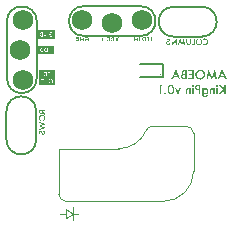
<source format=gbr>
%TF.GenerationSoftware,KiCad,Pcbnew,(7.0.0-0)*%
%TF.CreationDate,2023-04-16T17:27:38-07:00*%
%TF.ProjectId,Amoeba_executive,416d6f65-6261-45f6-9578-656375746976,rev?*%
%TF.SameCoordinates,Original*%
%TF.FileFunction,Legend,Bot*%
%TF.FilePolarity,Positive*%
%FSLAX46Y46*%
G04 Gerber Fmt 4.6, Leading zero omitted, Abs format (unit mm)*
G04 Created by KiCad (PCBNEW (7.0.0-0)) date 2023-04-16 17:27:38*
%MOMM*%
%LPD*%
G01*
G04 APERTURE LIST*
%ADD10C,0.070000*%
%ADD11C,0.150000*%
%ADD12C,0.062500*%
%ADD13C,0.087500*%
%ADD14C,0.125000*%
%ADD15C,0.120000*%
%ADD16C,0.100000*%
%ADD17C,1.750000*%
G04 APERTURE END LIST*
D10*
G36*
X181637083Y-78488469D02*
G01*
X181534928Y-78745779D01*
X181431320Y-78488469D01*
X181370284Y-78488469D01*
X181536125Y-78887598D01*
X181698119Y-78488469D01*
X181637083Y-78488469D01*
G37*
G36*
X181324891Y-78860500D02*
G01*
X181248639Y-78860500D01*
X181245159Y-78860489D01*
X181241729Y-78860459D01*
X181235019Y-78860338D01*
X181228508Y-78860136D01*
X181222197Y-78859853D01*
X181216086Y-78859489D01*
X181210174Y-78859045D01*
X181204463Y-78858520D01*
X181198951Y-78857914D01*
X181193638Y-78857227D01*
X181188525Y-78856459D01*
X181183612Y-78855610D01*
X181178899Y-78854681D01*
X181174385Y-78853671D01*
X181170071Y-78852580D01*
X181165957Y-78851408D01*
X181162042Y-78850156D01*
X181157961Y-78848790D01*
X181153903Y-78847299D01*
X181149867Y-78845683D01*
X181145854Y-78843942D01*
X181141863Y-78842076D01*
X181137896Y-78840086D01*
X181133951Y-78837971D01*
X181130028Y-78835730D01*
X181126129Y-78833365D01*
X181122252Y-78830875D01*
X181118398Y-78828260D01*
X181114566Y-78825520D01*
X181110757Y-78822655D01*
X181106971Y-78819666D01*
X181103208Y-78816551D01*
X181099467Y-78813312D01*
X181095812Y-78809967D01*
X181092273Y-78806558D01*
X181088850Y-78803086D01*
X181085543Y-78799549D01*
X181082352Y-78795948D01*
X181079277Y-78792282D01*
X181076318Y-78788553D01*
X181073475Y-78784760D01*
X181070748Y-78780902D01*
X181068137Y-78776981D01*
X181065642Y-78772995D01*
X181063263Y-78768945D01*
X181061000Y-78764831D01*
X181058854Y-78760653D01*
X181056823Y-78756411D01*
X181054908Y-78752105D01*
X181053110Y-78747734D01*
X181051427Y-78743300D01*
X181049861Y-78738801D01*
X181048410Y-78734238D01*
X181047076Y-78729611D01*
X181045857Y-78724920D01*
X181044755Y-78720165D01*
X181043769Y-78715346D01*
X181042898Y-78710463D01*
X181042144Y-78705515D01*
X181041506Y-78700504D01*
X181040984Y-78695428D01*
X181040578Y-78690288D01*
X181040287Y-78685084D01*
X181040113Y-78679816D01*
X181040056Y-78674570D01*
X181095108Y-78674570D01*
X181095148Y-78678282D01*
X181095270Y-78681951D01*
X181095472Y-78685576D01*
X181095755Y-78689157D01*
X181096120Y-78692694D01*
X181096565Y-78696187D01*
X181097092Y-78699636D01*
X181097699Y-78703041D01*
X181099157Y-78709720D01*
X181100938Y-78716224D01*
X181103043Y-78722551D01*
X181105473Y-78728703D01*
X181108226Y-78734679D01*
X181111303Y-78740480D01*
X181114704Y-78746105D01*
X181118429Y-78751554D01*
X181122478Y-78756828D01*
X181126851Y-78761926D01*
X181131547Y-78766848D01*
X181134017Y-78769244D01*
X181136568Y-78771595D01*
X181139109Y-78773812D01*
X181142991Y-78776994D01*
X181146960Y-78780005D01*
X181151014Y-78782844D01*
X181155153Y-78785512D01*
X181159378Y-78788009D01*
X181163689Y-78790335D01*
X181168086Y-78792489D01*
X181172568Y-78794472D01*
X181177136Y-78796284D01*
X181181789Y-78797924D01*
X181183367Y-78798408D01*
X181188249Y-78799768D01*
X181191627Y-78800597D01*
X181195104Y-78801365D01*
X181198679Y-78802072D01*
X181202354Y-78802717D01*
X181206127Y-78803301D01*
X181210000Y-78803823D01*
X181213971Y-78804284D01*
X181218040Y-78804683D01*
X181222209Y-78805021D01*
X181226477Y-78805298D01*
X181230843Y-78805513D01*
X181235308Y-78805666D01*
X181239872Y-78805758D01*
X181244535Y-78805789D01*
X181269839Y-78805789D01*
X181269839Y-78543179D01*
X181244535Y-78543179D01*
X181240087Y-78543212D01*
X181235707Y-78543310D01*
X181231395Y-78543474D01*
X181227151Y-78543703D01*
X181222976Y-78543997D01*
X181218869Y-78544357D01*
X181214830Y-78544783D01*
X181210860Y-78545274D01*
X181206958Y-78545830D01*
X181203124Y-78546452D01*
X181199358Y-78547139D01*
X181195661Y-78547892D01*
X181192032Y-78548710D01*
X181188471Y-78549593D01*
X181184979Y-78550542D01*
X181181554Y-78551557D01*
X181178198Y-78552637D01*
X181174911Y-78553782D01*
X181168541Y-78556269D01*
X181162443Y-78559018D01*
X181156619Y-78562029D01*
X181151069Y-78565301D01*
X181145791Y-78568835D01*
X181140786Y-78572631D01*
X181136055Y-78576689D01*
X181133536Y-78579052D01*
X181131097Y-78581459D01*
X181126458Y-78586409D01*
X181122139Y-78591539D01*
X181118141Y-78596848D01*
X181114462Y-78602336D01*
X181111103Y-78608005D01*
X181108064Y-78613853D01*
X181105344Y-78619881D01*
X181102945Y-78626088D01*
X181100866Y-78632475D01*
X181099106Y-78639042D01*
X181098347Y-78642392D01*
X181097667Y-78645788D01*
X181097067Y-78649228D01*
X181096547Y-78652714D01*
X181096107Y-78656244D01*
X181095747Y-78659819D01*
X181095468Y-78663440D01*
X181095268Y-78667105D01*
X181095148Y-78670815D01*
X181095108Y-78674570D01*
X181040056Y-78674570D01*
X181040055Y-78674484D01*
X181040111Y-78669168D01*
X181040278Y-78663917D01*
X181040556Y-78658730D01*
X181040946Y-78653608D01*
X181041447Y-78648551D01*
X181042060Y-78643558D01*
X181042784Y-78638630D01*
X181043619Y-78633767D01*
X181044566Y-78628968D01*
X181045624Y-78624233D01*
X181046793Y-78619564D01*
X181048074Y-78614959D01*
X181049466Y-78610418D01*
X181050969Y-78605942D01*
X181052584Y-78601531D01*
X181054310Y-78597184D01*
X181056147Y-78592902D01*
X181058096Y-78588685D01*
X181060157Y-78584532D01*
X181062328Y-78580444D01*
X181064611Y-78576420D01*
X181067005Y-78572461D01*
X181069511Y-78568567D01*
X181072128Y-78564737D01*
X181074857Y-78560972D01*
X181077696Y-78557272D01*
X181080648Y-78553636D01*
X181083710Y-78550065D01*
X181086884Y-78546558D01*
X181090169Y-78543116D01*
X181093566Y-78539739D01*
X181097074Y-78536426D01*
X181100625Y-78533236D01*
X181104225Y-78530164D01*
X181107875Y-78527210D01*
X181111574Y-78524372D01*
X181115323Y-78521653D01*
X181119121Y-78519051D01*
X181122968Y-78516567D01*
X181126865Y-78514200D01*
X181130812Y-78511950D01*
X181134807Y-78509819D01*
X181138853Y-78507804D01*
X181142947Y-78505908D01*
X181147091Y-78504129D01*
X181151285Y-78502467D01*
X181155528Y-78500923D01*
X181159820Y-78499496D01*
X181161857Y-78498818D01*
X181166068Y-78497526D01*
X181170461Y-78496319D01*
X181175036Y-78495199D01*
X181179794Y-78494166D01*
X181184734Y-78493218D01*
X181189857Y-78492356D01*
X181195161Y-78491581D01*
X181200648Y-78490892D01*
X181206318Y-78490289D01*
X181212169Y-78489772D01*
X181218203Y-78489341D01*
X181224420Y-78488996D01*
X181230819Y-78488738D01*
X181237400Y-78488566D01*
X181244163Y-78488480D01*
X181247613Y-78488469D01*
X181324891Y-78488469D01*
X181324891Y-78860500D01*
G37*
G36*
X180969274Y-78860500D02*
G01*
X180893021Y-78860500D01*
X180889541Y-78860489D01*
X180886111Y-78860459D01*
X180879401Y-78860338D01*
X180872890Y-78860136D01*
X180866580Y-78859853D01*
X180860468Y-78859489D01*
X180854557Y-78859045D01*
X180848845Y-78858520D01*
X180843333Y-78857914D01*
X180838021Y-78857227D01*
X180832908Y-78856459D01*
X180827995Y-78855610D01*
X180823281Y-78854681D01*
X180818768Y-78853671D01*
X180814454Y-78852580D01*
X180810339Y-78851408D01*
X180806425Y-78850156D01*
X180802344Y-78848790D01*
X180798285Y-78847299D01*
X180794249Y-78845683D01*
X180790236Y-78843942D01*
X180786246Y-78842076D01*
X180782278Y-78840086D01*
X180778333Y-78837971D01*
X180774411Y-78835730D01*
X180770511Y-78833365D01*
X180766634Y-78830875D01*
X180762780Y-78828260D01*
X180758949Y-78825520D01*
X180755140Y-78822655D01*
X180751354Y-78819666D01*
X180747590Y-78816551D01*
X180743850Y-78813312D01*
X180740195Y-78809967D01*
X180736655Y-78806558D01*
X180733232Y-78803086D01*
X180729925Y-78799549D01*
X180726734Y-78795948D01*
X180723659Y-78792282D01*
X180720700Y-78788553D01*
X180717857Y-78784760D01*
X180715130Y-78780902D01*
X180712519Y-78776981D01*
X180710024Y-78772995D01*
X180707646Y-78768945D01*
X180705383Y-78764831D01*
X180703236Y-78760653D01*
X180701205Y-78756411D01*
X180699291Y-78752105D01*
X180697492Y-78747734D01*
X180695810Y-78743300D01*
X180694243Y-78738801D01*
X180692793Y-78734238D01*
X180691458Y-78729611D01*
X180690240Y-78724920D01*
X180689137Y-78720165D01*
X180688151Y-78715346D01*
X180687281Y-78710463D01*
X180686526Y-78705515D01*
X180685888Y-78700504D01*
X180685366Y-78695428D01*
X180684960Y-78690288D01*
X180684670Y-78685084D01*
X180684496Y-78679816D01*
X180684439Y-78674570D01*
X180739490Y-78674570D01*
X180739531Y-78678282D01*
X180739652Y-78681951D01*
X180739854Y-78685576D01*
X180740138Y-78689157D01*
X180740502Y-78692694D01*
X180740948Y-78696187D01*
X180741474Y-78699636D01*
X180742081Y-78703041D01*
X180743539Y-78709720D01*
X180745320Y-78716224D01*
X180747426Y-78722551D01*
X180749855Y-78728703D01*
X180752608Y-78734679D01*
X180755685Y-78740480D01*
X180759087Y-78746105D01*
X180762811Y-78751554D01*
X180766860Y-78756828D01*
X180771233Y-78761926D01*
X180775930Y-78766848D01*
X180778400Y-78769244D01*
X180780950Y-78771595D01*
X180783491Y-78773812D01*
X180787374Y-78776994D01*
X180791342Y-78780005D01*
X180795396Y-78782844D01*
X180799536Y-78785512D01*
X180803761Y-78788009D01*
X180808072Y-78790335D01*
X180812468Y-78792489D01*
X180816951Y-78794472D01*
X180821518Y-78796284D01*
X180826172Y-78797924D01*
X180827750Y-78798408D01*
X180832631Y-78799768D01*
X180836009Y-78800597D01*
X180839486Y-78801365D01*
X180843062Y-78802072D01*
X180846736Y-78802717D01*
X180850510Y-78803301D01*
X180854382Y-78803823D01*
X180858353Y-78804284D01*
X180862423Y-78804683D01*
X180866592Y-78805021D01*
X180870859Y-78805298D01*
X180875226Y-78805513D01*
X180879691Y-78805666D01*
X180884255Y-78805758D01*
X180888918Y-78805789D01*
X180914221Y-78805789D01*
X180914221Y-78543179D01*
X180888918Y-78543179D01*
X180884469Y-78543212D01*
X180880089Y-78543310D01*
X180875777Y-78543474D01*
X180871534Y-78543703D01*
X180867358Y-78543997D01*
X180863251Y-78544357D01*
X180859213Y-78544783D01*
X180855242Y-78545274D01*
X180851340Y-78545830D01*
X180847506Y-78546452D01*
X180843740Y-78547139D01*
X180840043Y-78547892D01*
X180836414Y-78548710D01*
X180832853Y-78549593D01*
X180829361Y-78550542D01*
X180825937Y-78551557D01*
X180822581Y-78552637D01*
X180819293Y-78553782D01*
X180812923Y-78556269D01*
X180806826Y-78559018D01*
X180801002Y-78562029D01*
X180795451Y-78565301D01*
X180790173Y-78568835D01*
X180785169Y-78572631D01*
X180780437Y-78576689D01*
X180777918Y-78579052D01*
X180775479Y-78581459D01*
X180770840Y-78586409D01*
X180766522Y-78591539D01*
X180762523Y-78596848D01*
X180758844Y-78602336D01*
X180755485Y-78608005D01*
X180752446Y-78613853D01*
X180749727Y-78619881D01*
X180747328Y-78626088D01*
X180745248Y-78632475D01*
X180743489Y-78639042D01*
X180742729Y-78642392D01*
X180742049Y-78645788D01*
X180741449Y-78649228D01*
X180740930Y-78652714D01*
X180740490Y-78656244D01*
X180740130Y-78659819D01*
X180739850Y-78663440D01*
X180739650Y-78667105D01*
X180739530Y-78670815D01*
X180739490Y-78674570D01*
X180684439Y-78674570D01*
X180684438Y-78674484D01*
X180684493Y-78669168D01*
X180684660Y-78663917D01*
X180684939Y-78658730D01*
X180685329Y-78653608D01*
X180685830Y-78648551D01*
X180686442Y-78643558D01*
X180687166Y-78638630D01*
X180688001Y-78633767D01*
X180688948Y-78628968D01*
X180690006Y-78624233D01*
X180691175Y-78619564D01*
X180692456Y-78614959D01*
X180693848Y-78610418D01*
X180695351Y-78605942D01*
X180696966Y-78601531D01*
X180698692Y-78597184D01*
X180700530Y-78592902D01*
X180702479Y-78588685D01*
X180704539Y-78584532D01*
X180706711Y-78580444D01*
X180708994Y-78576420D01*
X180711388Y-78572461D01*
X180713894Y-78568567D01*
X180716511Y-78564737D01*
X180719239Y-78560972D01*
X180722079Y-78557272D01*
X180725030Y-78553636D01*
X180728093Y-78550065D01*
X180731266Y-78546558D01*
X180734552Y-78543116D01*
X180737948Y-78539739D01*
X180741456Y-78536426D01*
X180745007Y-78533236D01*
X180748608Y-78530164D01*
X180752257Y-78527210D01*
X180755957Y-78524372D01*
X180759705Y-78521653D01*
X180763503Y-78519051D01*
X180767351Y-78516567D01*
X180771248Y-78514200D01*
X180775194Y-78511950D01*
X180779190Y-78509819D01*
X180783235Y-78507804D01*
X180787330Y-78505908D01*
X180791474Y-78504129D01*
X180795667Y-78502467D01*
X180799910Y-78500923D01*
X180804202Y-78499496D01*
X180806239Y-78498818D01*
X180810450Y-78497526D01*
X180814843Y-78496319D01*
X180819419Y-78495199D01*
X180824176Y-78494166D01*
X180829117Y-78493218D01*
X180834239Y-78492356D01*
X180839544Y-78491581D01*
X180845031Y-78490892D01*
X180850700Y-78490289D01*
X180856552Y-78489772D01*
X180862586Y-78489341D01*
X180868802Y-78488996D01*
X180875201Y-78488738D01*
X180881782Y-78488566D01*
X180888545Y-78488480D01*
X180891995Y-78488469D01*
X180969274Y-78488469D01*
X180969274Y-78860500D01*
G37*
G36*
X180484403Y-78690897D02*
G01*
X180484403Y-78647129D01*
X180380453Y-78647129D01*
X180380453Y-78543179D01*
X180336685Y-78543179D01*
X180336685Y-78647129D01*
X180227264Y-78647129D01*
X180227264Y-78690897D01*
X180336685Y-78690897D01*
X180336685Y-78794847D01*
X180380453Y-78794847D01*
X180380453Y-78690897D01*
X180484403Y-78690897D01*
G37*
D11*
X174770000Y-77160000D02*
G75*
G03*
X172250000Y-77160000I-1260000J0D01*
G01*
X178760000Y-75870000D02*
X183570000Y-75870000D01*
X174770000Y-77160000D02*
X174770000Y-81970000D01*
X186360000Y-75920000D02*
X188750000Y-75920000D01*
X174730000Y-84765000D02*
X174730000Y-87155000D01*
X172210000Y-87155000D02*
G75*
G03*
X174730000Y-87155000I1260000J0D01*
G01*
X186360000Y-75920000D02*
G75*
G03*
X186360000Y-78440000I0J-1260000D01*
G01*
X183570000Y-78390000D02*
X178760000Y-78390000D01*
X172250000Y-81970000D02*
X172250000Y-77160000D01*
X188750000Y-78440000D02*
G75*
G03*
X188750000Y-75920000I0J1260000D01*
G01*
X172250000Y-81970000D02*
G75*
G03*
X174770000Y-81970000I1260000J0D01*
G01*
X188750000Y-78440000D02*
X186360000Y-78440000D01*
X183570000Y-78390000D02*
G75*
G03*
X183570000Y-75870000I0J1260000D01*
G01*
X178760000Y-75870000D02*
G75*
G03*
X178760000Y-78390000I0J-1260000D01*
G01*
X174730000Y-84765000D02*
G75*
G03*
X172210000Y-84765000I-1260000J0D01*
G01*
X172210000Y-87155000D02*
X172210000Y-84765000D01*
D12*
G36*
X175255052Y-78405789D02*
G01*
X175229748Y-78405789D01*
X175225085Y-78405758D01*
X175220521Y-78405666D01*
X175216056Y-78405513D01*
X175211690Y-78405298D01*
X175207422Y-78405021D01*
X175203253Y-78404683D01*
X175199183Y-78404284D01*
X175195212Y-78403823D01*
X175191340Y-78403301D01*
X175187567Y-78402717D01*
X175183892Y-78402072D01*
X175180317Y-78401365D01*
X175176840Y-78400597D01*
X175173462Y-78399768D01*
X175168580Y-78398408D01*
X175167002Y-78397924D01*
X175162349Y-78396284D01*
X175157781Y-78394472D01*
X175153299Y-78392489D01*
X175148902Y-78390335D01*
X175144591Y-78388009D01*
X175140366Y-78385512D01*
X175136226Y-78382844D01*
X175132172Y-78380005D01*
X175128204Y-78376994D01*
X175124322Y-78373812D01*
X175121781Y-78371595D01*
X175119230Y-78369244D01*
X175116760Y-78366848D01*
X175112063Y-78361926D01*
X175107691Y-78356828D01*
X175103642Y-78351554D01*
X175099917Y-78346105D01*
X175096516Y-78340480D01*
X175093439Y-78334679D01*
X175090686Y-78328703D01*
X175088256Y-78322551D01*
X175086151Y-78316224D01*
X175084369Y-78309720D01*
X175082912Y-78303041D01*
X175082304Y-78299636D01*
X175081778Y-78296187D01*
X175081333Y-78292694D01*
X175080968Y-78289157D01*
X175080685Y-78285576D01*
X175080482Y-78281951D01*
X175080361Y-78278282D01*
X175080321Y-78274570D01*
X175080360Y-78270815D01*
X175080480Y-78267105D01*
X175080680Y-78263440D01*
X175080960Y-78259819D01*
X175081320Y-78256244D01*
X175081760Y-78252714D01*
X175082280Y-78249228D01*
X175082880Y-78245788D01*
X175083560Y-78242392D01*
X175084319Y-78239042D01*
X175086079Y-78232475D01*
X175088158Y-78226088D01*
X175090557Y-78219881D01*
X175093276Y-78213853D01*
X175096316Y-78208005D01*
X175099675Y-78202336D01*
X175103353Y-78196848D01*
X175107352Y-78191539D01*
X175111671Y-78186409D01*
X175116309Y-78181459D01*
X175118749Y-78179052D01*
X175121268Y-78176689D01*
X175125999Y-78172631D01*
X175131004Y-78168835D01*
X175136281Y-78165301D01*
X175141832Y-78162029D01*
X175147656Y-78159018D01*
X175153753Y-78156269D01*
X175160124Y-78153782D01*
X175163411Y-78152637D01*
X175166767Y-78151557D01*
X175170191Y-78150542D01*
X175173684Y-78149593D01*
X175177245Y-78148710D01*
X175180874Y-78147892D01*
X175184571Y-78147139D01*
X175188336Y-78146452D01*
X175192170Y-78145830D01*
X175196073Y-78145274D01*
X175200043Y-78144783D01*
X175204082Y-78144357D01*
X175208189Y-78143997D01*
X175212364Y-78143703D01*
X175216608Y-78143474D01*
X175220920Y-78143310D01*
X175225300Y-78143212D01*
X175229748Y-78143179D01*
X175255052Y-78143179D01*
X175255052Y-78405789D01*
G37*
G36*
X176296394Y-78626818D02*
G01*
X174881518Y-78626818D01*
X174881518Y-78483068D01*
X175400376Y-78483068D01*
X175668457Y-78200027D01*
X175668457Y-78460500D01*
X175723510Y-78460500D01*
X175723510Y-78275937D01*
X175791556Y-78275937D01*
X175791594Y-78281178D01*
X175791709Y-78286344D01*
X175791901Y-78291434D01*
X175792170Y-78296448D01*
X175792516Y-78301388D01*
X175792938Y-78306251D01*
X175793437Y-78311039D01*
X175794013Y-78315752D01*
X175794666Y-78320389D01*
X175795396Y-78324951D01*
X175796202Y-78329437D01*
X175797085Y-78333848D01*
X175798046Y-78338183D01*
X175799082Y-78342443D01*
X175800196Y-78346628D01*
X175801386Y-78350737D01*
X175802635Y-78354483D01*
X175803986Y-78358201D01*
X175805440Y-78361889D01*
X175806996Y-78365547D01*
X175808656Y-78369176D01*
X175810418Y-78372776D01*
X175812284Y-78376346D01*
X175814252Y-78379887D01*
X175816323Y-78383399D01*
X175818497Y-78386881D01*
X175820774Y-78390334D01*
X175823153Y-78393757D01*
X175825635Y-78397151D01*
X175828221Y-78400516D01*
X175830909Y-78403851D01*
X175833700Y-78407157D01*
X175836943Y-78410775D01*
X175840242Y-78414279D01*
X175843595Y-78417668D01*
X175847002Y-78420941D01*
X175850464Y-78424100D01*
X175853981Y-78427144D01*
X175857552Y-78430074D01*
X175861178Y-78432888D01*
X175864858Y-78435587D01*
X175868593Y-78438172D01*
X175872383Y-78440642D01*
X175876227Y-78442996D01*
X175880126Y-78445236D01*
X175884079Y-78447362D01*
X175888088Y-78449372D01*
X175892150Y-78451267D01*
X175896267Y-78453048D01*
X175900439Y-78454713D01*
X175904666Y-78456264D01*
X175908947Y-78457700D01*
X175913282Y-78459021D01*
X175917672Y-78460227D01*
X175922117Y-78461318D01*
X175926617Y-78462295D01*
X175931171Y-78463156D01*
X175935779Y-78463903D01*
X175940442Y-78464535D01*
X175945160Y-78465052D01*
X175949933Y-78465454D01*
X175954760Y-78465741D01*
X175959641Y-78465913D01*
X175964577Y-78465971D01*
X175969401Y-78465915D01*
X175974182Y-78465749D01*
X175978919Y-78465472D01*
X175983612Y-78465084D01*
X175988262Y-78464585D01*
X175992869Y-78463975D01*
X175997431Y-78463254D01*
X176001950Y-78462423D01*
X176006426Y-78461481D01*
X176010858Y-78460427D01*
X176015246Y-78459263D01*
X176019591Y-78457988D01*
X176023892Y-78456603D01*
X176028150Y-78455106D01*
X176032364Y-78453498D01*
X176036534Y-78451780D01*
X176040661Y-78449951D01*
X176044745Y-78448011D01*
X176048784Y-78445960D01*
X176052780Y-78443798D01*
X176056733Y-78441525D01*
X176060642Y-78439142D01*
X176064508Y-78436647D01*
X176068329Y-78434042D01*
X176072108Y-78431326D01*
X176075842Y-78428499D01*
X176079534Y-78425561D01*
X176083181Y-78422512D01*
X176086785Y-78419352D01*
X176090345Y-78416082D01*
X176093862Y-78412701D01*
X176097336Y-78409209D01*
X176100738Y-78405628D01*
X176104033Y-78402003D01*
X176107220Y-78398334D01*
X176110299Y-78394620D01*
X176113269Y-78390862D01*
X176116132Y-78387059D01*
X176118886Y-78383212D01*
X176121533Y-78379321D01*
X176124072Y-78375385D01*
X176126502Y-78371405D01*
X176128825Y-78367380D01*
X176131039Y-78363311D01*
X176133146Y-78359198D01*
X176135144Y-78355040D01*
X176137035Y-78350837D01*
X176138817Y-78346591D01*
X176140491Y-78342300D01*
X176142058Y-78337964D01*
X176143516Y-78333584D01*
X176144867Y-78329160D01*
X176146109Y-78324691D01*
X176147243Y-78320178D01*
X176148269Y-78315620D01*
X176149188Y-78311018D01*
X176149998Y-78306372D01*
X176150700Y-78301681D01*
X176151294Y-78296946D01*
X176151780Y-78292166D01*
X176152158Y-78287342D01*
X176152428Y-78282474D01*
X176152590Y-78277561D01*
X176152644Y-78272603D01*
X176152589Y-78267536D01*
X176152425Y-78262517D01*
X176152150Y-78257546D01*
X176151765Y-78252624D01*
X176151271Y-78247750D01*
X176150667Y-78242925D01*
X176149953Y-78238148D01*
X176149129Y-78233419D01*
X176148195Y-78228739D01*
X176147151Y-78224107D01*
X176145998Y-78219524D01*
X176144734Y-78214989D01*
X176143361Y-78210503D01*
X176141878Y-78206065D01*
X176140285Y-78201675D01*
X176138582Y-78197334D01*
X176136769Y-78193041D01*
X176134847Y-78188797D01*
X176132814Y-78184601D01*
X176130672Y-78180453D01*
X176128420Y-78176354D01*
X176126058Y-78172304D01*
X176123586Y-78168301D01*
X176121004Y-78164347D01*
X176118313Y-78160442D01*
X176115511Y-78156585D01*
X176112600Y-78152776D01*
X176109579Y-78149016D01*
X176106448Y-78145304D01*
X176103207Y-78141641D01*
X176099856Y-78138026D01*
X176096395Y-78134460D01*
X176092856Y-78130957D01*
X176089269Y-78127565D01*
X176085635Y-78124285D01*
X176081954Y-78121116D01*
X176078225Y-78118058D01*
X176074448Y-78115111D01*
X176070624Y-78112276D01*
X176066753Y-78109552D01*
X176062835Y-78106938D01*
X176058869Y-78104436D01*
X176054855Y-78102046D01*
X176050794Y-78099766D01*
X176046686Y-78097598D01*
X176042530Y-78095541D01*
X176038327Y-78093595D01*
X176034077Y-78091760D01*
X176029779Y-78090036D01*
X176025433Y-78088424D01*
X176021040Y-78086923D01*
X176016600Y-78085533D01*
X176012113Y-78084254D01*
X176007578Y-78083087D01*
X176002995Y-78082030D01*
X175998365Y-78081085D01*
X175993688Y-78080251D01*
X175988963Y-78079528D01*
X175984191Y-78078917D01*
X175979372Y-78078416D01*
X175974505Y-78078027D01*
X175969590Y-78077749D01*
X175964628Y-78077582D01*
X175959619Y-78077527D01*
X175954224Y-78077598D01*
X175948875Y-78077811D01*
X175943571Y-78078167D01*
X175938312Y-78078665D01*
X175933099Y-78079305D01*
X175927931Y-78080087D01*
X175922809Y-78081012D01*
X175917732Y-78082079D01*
X175912700Y-78083288D01*
X175907714Y-78084639D01*
X175902773Y-78086133D01*
X175897878Y-78087769D01*
X175893028Y-78089547D01*
X175888223Y-78091467D01*
X175883464Y-78093530D01*
X175878750Y-78095735D01*
X175874267Y-78098089D01*
X175869793Y-78100621D01*
X175865329Y-78103330D01*
X175860873Y-78106218D01*
X175856427Y-78109282D01*
X175851991Y-78112525D01*
X175847564Y-78115945D01*
X175843146Y-78119543D01*
X175838737Y-78123318D01*
X175834338Y-78127271D01*
X175829948Y-78131402D01*
X175825568Y-78135710D01*
X175821197Y-78140196D01*
X175816835Y-78144860D01*
X175812483Y-78149701D01*
X175808140Y-78154720D01*
X175847976Y-78192675D01*
X175850848Y-78188957D01*
X175853759Y-78185356D01*
X175856709Y-78181874D01*
X175859698Y-78178510D01*
X175862725Y-78175264D01*
X175865791Y-78172136D01*
X175868896Y-78169125D01*
X175872040Y-78166233D01*
X175875222Y-78163459D01*
X175878443Y-78160803D01*
X175881703Y-78158266D01*
X175885001Y-78155846D01*
X175888339Y-78153544D01*
X175891715Y-78151360D01*
X175895129Y-78149294D01*
X175898583Y-78147347D01*
X175902075Y-78145517D01*
X175905606Y-78143805D01*
X175909176Y-78142212D01*
X175912784Y-78140736D01*
X175916431Y-78139379D01*
X175920117Y-78138139D01*
X175923842Y-78137018D01*
X175927605Y-78136014D01*
X175931407Y-78135129D01*
X175935248Y-78134362D01*
X175939127Y-78133713D01*
X175943046Y-78133181D01*
X175947003Y-78132768D01*
X175950999Y-78132473D01*
X175955033Y-78132296D01*
X175959106Y-78132237D01*
X175962764Y-78132277D01*
X175966384Y-78132395D01*
X175969967Y-78132593D01*
X175973513Y-78132870D01*
X175977022Y-78133226D01*
X175980494Y-78133662D01*
X175983929Y-78134176D01*
X175987327Y-78134770D01*
X175990688Y-78135442D01*
X175997298Y-78137025D01*
X176003760Y-78138924D01*
X176010074Y-78141140D01*
X176016240Y-78143673D01*
X176022257Y-78146522D01*
X176028126Y-78149688D01*
X176033847Y-78153170D01*
X176039420Y-78156968D01*
X176044844Y-78161084D01*
X176047500Y-78163260D01*
X176050120Y-78165516D01*
X176052702Y-78167850D01*
X176055248Y-78170264D01*
X176057756Y-78172757D01*
X176060207Y-78175261D01*
X176062580Y-78177804D01*
X176064875Y-78180387D01*
X176067093Y-78183009D01*
X176071294Y-78188370D01*
X176075184Y-78193888D01*
X176078763Y-78199563D01*
X176082031Y-78205395D01*
X176084988Y-78211384D01*
X176087633Y-78217530D01*
X176089967Y-78223833D01*
X176091990Y-78230292D01*
X176093702Y-78236909D01*
X176094441Y-78240276D01*
X176095102Y-78243683D01*
X176095686Y-78247129D01*
X176096191Y-78250613D01*
X176096619Y-78254138D01*
X176096970Y-78257701D01*
X176097242Y-78261304D01*
X176097436Y-78264946D01*
X176097553Y-78268627D01*
X176097592Y-78272347D01*
X176097549Y-78276194D01*
X176097419Y-78279998D01*
X176097202Y-78283759D01*
X176096899Y-78287477D01*
X176096509Y-78291152D01*
X176096032Y-78294784D01*
X176095469Y-78298373D01*
X176094819Y-78301919D01*
X176094082Y-78305423D01*
X176093259Y-78308884D01*
X176092349Y-78312301D01*
X176091353Y-78315676D01*
X176090270Y-78319008D01*
X176089100Y-78322297D01*
X176087843Y-78325543D01*
X176086500Y-78328746D01*
X176085070Y-78331906D01*
X176083554Y-78335023D01*
X176081951Y-78338098D01*
X176080261Y-78341129D01*
X176078485Y-78344118D01*
X176076622Y-78347063D01*
X176074672Y-78349966D01*
X176072636Y-78352826D01*
X176070513Y-78355643D01*
X176068303Y-78358417D01*
X176066007Y-78361148D01*
X176063624Y-78363836D01*
X176061154Y-78366481D01*
X176058598Y-78369084D01*
X176055955Y-78371643D01*
X176053225Y-78374160D01*
X176050622Y-78376442D01*
X176048005Y-78378652D01*
X176042731Y-78382855D01*
X176037402Y-78386768D01*
X176032020Y-78390391D01*
X176026583Y-78393724D01*
X176021092Y-78396768D01*
X176015547Y-78399521D01*
X176009948Y-78401985D01*
X176004295Y-78404159D01*
X175998588Y-78406043D01*
X175992827Y-78407637D01*
X175987012Y-78408941D01*
X175981142Y-78409956D01*
X175975219Y-78410680D01*
X175969241Y-78411115D01*
X175963210Y-78411260D01*
X175958081Y-78411154D01*
X175953019Y-78410834D01*
X175948024Y-78410301D01*
X175943094Y-78409556D01*
X175938230Y-78408597D01*
X175933433Y-78407425D01*
X175928701Y-78406041D01*
X175924036Y-78404443D01*
X175919437Y-78402632D01*
X175914904Y-78400608D01*
X175910437Y-78398371D01*
X175906036Y-78395921D01*
X175901701Y-78393258D01*
X175897433Y-78390382D01*
X175893230Y-78387293D01*
X175889094Y-78383990D01*
X175885094Y-78380518D01*
X175881320Y-78376961D01*
X175877774Y-78373318D01*
X175874455Y-78369592D01*
X175871363Y-78365780D01*
X175868498Y-78361883D01*
X175865860Y-78357902D01*
X175863449Y-78353836D01*
X175861265Y-78349685D01*
X175859308Y-78345449D01*
X175857578Y-78341128D01*
X175856075Y-78336723D01*
X175854800Y-78332232D01*
X175853751Y-78327657D01*
X175852930Y-78322997D01*
X175852336Y-78318252D01*
X175944745Y-78318252D01*
X175944745Y-78263542D01*
X175791556Y-78263542D01*
X175791556Y-78275937D01*
X175723510Y-78275937D01*
X175723510Y-78063251D01*
X175455429Y-78346975D01*
X175455429Y-78088469D01*
X175400376Y-78088469D01*
X175400376Y-78483068D01*
X174881518Y-78483068D01*
X174881518Y-78274484D01*
X175025268Y-78274484D01*
X175025269Y-78274570D01*
X175025326Y-78279816D01*
X175025500Y-78285084D01*
X175025790Y-78290288D01*
X175026196Y-78295428D01*
X175026719Y-78300504D01*
X175027357Y-78305515D01*
X175028111Y-78310463D01*
X175028981Y-78315346D01*
X175029968Y-78320165D01*
X175031070Y-78324920D01*
X175032289Y-78329611D01*
X175033623Y-78334238D01*
X175035073Y-78338801D01*
X175036640Y-78343300D01*
X175038323Y-78347734D01*
X175040121Y-78352105D01*
X175042036Y-78356411D01*
X175044067Y-78360653D01*
X175046213Y-78364831D01*
X175048476Y-78368945D01*
X175050855Y-78372995D01*
X175053350Y-78376981D01*
X175055961Y-78380902D01*
X175058687Y-78384760D01*
X175061530Y-78388553D01*
X175064489Y-78392282D01*
X175067564Y-78395948D01*
X175070756Y-78399549D01*
X175074063Y-78403086D01*
X175077486Y-78406558D01*
X175081025Y-78409967D01*
X175084680Y-78413312D01*
X175088421Y-78416551D01*
X175092184Y-78419666D01*
X175095970Y-78422655D01*
X175099779Y-78425520D01*
X175103610Y-78428260D01*
X175107465Y-78430875D01*
X175111342Y-78433365D01*
X175115241Y-78435730D01*
X175119163Y-78437971D01*
X175123108Y-78440086D01*
X175127076Y-78442076D01*
X175131067Y-78443942D01*
X175135080Y-78445683D01*
X175139115Y-78447299D01*
X175143174Y-78448790D01*
X175147255Y-78450156D01*
X175151170Y-78451408D01*
X175155284Y-78452580D01*
X175159598Y-78453671D01*
X175164112Y-78454681D01*
X175168825Y-78455610D01*
X175173738Y-78456459D01*
X175178851Y-78457227D01*
X175184163Y-78457914D01*
X175189676Y-78458520D01*
X175195387Y-78459045D01*
X175201299Y-78459489D01*
X175207410Y-78459853D01*
X175213721Y-78460136D01*
X175220231Y-78460338D01*
X175226942Y-78460459D01*
X175230372Y-78460489D01*
X175233852Y-78460500D01*
X175310104Y-78460500D01*
X175310104Y-78088469D01*
X175232826Y-78088469D01*
X175229376Y-78088480D01*
X175222612Y-78088566D01*
X175216031Y-78088738D01*
X175209633Y-78088996D01*
X175203416Y-78089341D01*
X175197382Y-78089772D01*
X175191531Y-78090289D01*
X175185861Y-78090892D01*
X175180374Y-78091581D01*
X175175069Y-78092356D01*
X175169947Y-78093218D01*
X175165007Y-78094166D01*
X175160249Y-78095199D01*
X175155674Y-78096319D01*
X175151280Y-78097526D01*
X175147070Y-78098818D01*
X175145033Y-78099496D01*
X175140740Y-78100923D01*
X175136498Y-78102467D01*
X175132304Y-78104129D01*
X175128160Y-78105908D01*
X175124065Y-78107804D01*
X175120020Y-78109819D01*
X175116025Y-78111950D01*
X175112078Y-78114200D01*
X175108181Y-78116567D01*
X175104334Y-78119051D01*
X175100536Y-78121653D01*
X175096787Y-78124372D01*
X175093088Y-78127210D01*
X175089438Y-78130164D01*
X175085838Y-78133236D01*
X175082287Y-78136426D01*
X175078779Y-78139739D01*
X175075382Y-78143116D01*
X175072097Y-78146558D01*
X175068923Y-78150065D01*
X175065860Y-78153636D01*
X175062909Y-78157272D01*
X175060069Y-78160972D01*
X175057341Y-78164737D01*
X175054724Y-78168567D01*
X175052218Y-78172461D01*
X175049824Y-78176420D01*
X175047541Y-78180444D01*
X175045369Y-78184532D01*
X175043309Y-78188685D01*
X175041360Y-78192902D01*
X175039523Y-78197184D01*
X175037797Y-78201531D01*
X175036182Y-78205942D01*
X175034678Y-78210418D01*
X175033286Y-78214959D01*
X175032006Y-78219564D01*
X175030836Y-78224233D01*
X175029778Y-78228968D01*
X175028832Y-78233767D01*
X175027997Y-78238630D01*
X175027273Y-78243558D01*
X175026660Y-78248551D01*
X175026159Y-78253608D01*
X175025769Y-78258730D01*
X175025491Y-78263917D01*
X175025324Y-78269168D01*
X175025268Y-78274484D01*
X174881518Y-78274484D01*
X174881518Y-77919501D01*
X176296394Y-77919501D01*
X176296394Y-78626818D01*
G37*
D13*
G36*
X175964314Y-82072276D02*
G01*
X175967862Y-82072394D01*
X175971375Y-82072591D01*
X175974853Y-82072866D01*
X175978295Y-82073220D01*
X175981703Y-82073653D01*
X175988412Y-82074754D01*
X175994980Y-82076169D01*
X176001407Y-82077899D01*
X176007693Y-82079944D01*
X176013838Y-82082303D01*
X176019842Y-82084977D01*
X176025706Y-82087965D01*
X176031428Y-82091268D01*
X176037010Y-82094885D01*
X176042450Y-82098817D01*
X176047750Y-82103064D01*
X176050347Y-82105305D01*
X176052909Y-82107625D01*
X176055436Y-82110023D01*
X176057927Y-82112501D01*
X176060367Y-82115008D01*
X176062730Y-82117553D01*
X176065016Y-82120134D01*
X176067223Y-82122751D01*
X176071407Y-82128094D01*
X176075280Y-82133583D01*
X176078844Y-82139218D01*
X176082098Y-82144998D01*
X176085042Y-82150924D01*
X176087676Y-82156995D01*
X176090000Y-82163213D01*
X176092014Y-82169575D01*
X176093718Y-82176083D01*
X176095113Y-82182737D01*
X176095694Y-82186119D01*
X176096197Y-82189537D01*
X176096624Y-82192991D01*
X176096972Y-82196482D01*
X176097243Y-82200009D01*
X176097437Y-82203572D01*
X176097553Y-82207172D01*
X176097592Y-82210808D01*
X176097552Y-82214618D01*
X176097432Y-82218385D01*
X176097231Y-82222110D01*
X176096951Y-82225792D01*
X176096590Y-82229432D01*
X176096149Y-82233030D01*
X176095628Y-82236585D01*
X176095027Y-82240098D01*
X176094346Y-82243568D01*
X176093585Y-82246996D01*
X176092743Y-82250381D01*
X176091822Y-82253724D01*
X176090820Y-82257025D01*
X176089738Y-82260283D01*
X176087334Y-82266673D01*
X176084609Y-82272892D01*
X176081564Y-82278943D01*
X176078198Y-82284823D01*
X176074511Y-82290534D01*
X176070504Y-82296075D01*
X176068380Y-82298782D01*
X176066176Y-82301446D01*
X176063892Y-82304069D01*
X176061528Y-82306648D01*
X176059084Y-82309186D01*
X176056559Y-82311681D01*
X176053993Y-82314116D01*
X176051402Y-82316473D01*
X176048786Y-82318754D01*
X176046146Y-82320957D01*
X176040791Y-82325131D01*
X176035338Y-82328997D01*
X176029785Y-82332553D01*
X176024134Y-82335799D01*
X176018383Y-82338737D01*
X176012534Y-82341365D01*
X176006587Y-82343684D01*
X176000540Y-82345694D01*
X175994394Y-82347395D01*
X175988150Y-82348786D01*
X175981807Y-82349869D01*
X175975364Y-82350642D01*
X175968824Y-82351106D01*
X175962184Y-82351260D01*
X175958574Y-82351221D01*
X175954999Y-82351103D01*
X175951460Y-82350906D01*
X175947957Y-82350631D01*
X175944489Y-82350277D01*
X175941057Y-82349845D01*
X175937661Y-82349333D01*
X175930974Y-82348075D01*
X175924430Y-82346502D01*
X175918028Y-82344615D01*
X175911768Y-82342413D01*
X175905651Y-82339897D01*
X175899675Y-82337066D01*
X175893842Y-82333920D01*
X175888151Y-82330460D01*
X175882603Y-82326685D01*
X175877197Y-82322596D01*
X175874547Y-82320433D01*
X175871933Y-82318192D01*
X175869354Y-82315872D01*
X175866811Y-82313474D01*
X175864303Y-82310997D01*
X175861847Y-82308431D01*
X175859469Y-82305831D01*
X175857169Y-82303196D01*
X175854947Y-82300526D01*
X175852803Y-82297822D01*
X175850736Y-82295083D01*
X175846838Y-82289503D01*
X175843251Y-82283783D01*
X175839976Y-82277926D01*
X175837013Y-82271930D01*
X175834362Y-82265797D01*
X175832023Y-82259524D01*
X175829996Y-82253114D01*
X175828280Y-82246565D01*
X175826877Y-82239879D01*
X175826292Y-82236483D01*
X175825785Y-82233053D01*
X175825357Y-82229589D01*
X175825006Y-82226090D01*
X175824733Y-82222557D01*
X175824538Y-82218988D01*
X175824421Y-82215386D01*
X175824382Y-82211749D01*
X175824420Y-82208070D01*
X175824536Y-82204429D01*
X175824728Y-82200824D01*
X175824998Y-82197258D01*
X175825344Y-82193728D01*
X175825767Y-82190235D01*
X175826268Y-82186780D01*
X175826845Y-82183362D01*
X175827499Y-82179982D01*
X175828230Y-82176638D01*
X175829924Y-82170063D01*
X175831925Y-82163636D01*
X175834234Y-82157359D01*
X175836851Y-82151230D01*
X175839776Y-82145251D01*
X175843009Y-82139420D01*
X175846549Y-82133738D01*
X175850398Y-82128205D01*
X175854554Y-82122822D01*
X175856748Y-82120185D01*
X175859018Y-82117587D01*
X175861366Y-82115025D01*
X175863790Y-82112501D01*
X175866256Y-82110023D01*
X175868757Y-82107625D01*
X175871295Y-82105305D01*
X175876481Y-82100901D01*
X175881811Y-82096812D01*
X175887288Y-82093037D01*
X175892910Y-82089577D01*
X175898677Y-82086432D01*
X175904590Y-82083601D01*
X175910649Y-82081084D01*
X175916853Y-82078882D01*
X175923203Y-82076995D01*
X175929699Y-82075422D01*
X175936340Y-82074164D01*
X175943127Y-82073220D01*
X175946575Y-82072866D01*
X175950059Y-82072591D01*
X175953580Y-82072394D01*
X175957137Y-82072276D01*
X175960730Y-82072237D01*
X175964314Y-82072276D01*
G37*
G36*
X175587076Y-81757790D02*
G01*
X175561772Y-81757790D01*
X175557109Y-81757759D01*
X175552545Y-81757667D01*
X175548080Y-81757514D01*
X175543713Y-81757299D01*
X175539446Y-81757022D01*
X175535277Y-81756684D01*
X175531207Y-81756285D01*
X175527236Y-81755824D01*
X175523364Y-81755302D01*
X175519591Y-81754718D01*
X175515916Y-81754073D01*
X175512340Y-81753366D01*
X175508863Y-81752598D01*
X175505485Y-81751769D01*
X175500604Y-81750409D01*
X175499026Y-81749925D01*
X175494373Y-81748285D01*
X175489805Y-81746473D01*
X175485322Y-81744490D01*
X175480926Y-81742336D01*
X175476615Y-81740010D01*
X175472390Y-81737513D01*
X175468250Y-81734845D01*
X175464196Y-81732006D01*
X175460228Y-81728995D01*
X175456345Y-81725813D01*
X175453804Y-81723596D01*
X175451254Y-81721245D01*
X175448784Y-81718849D01*
X175444087Y-81713927D01*
X175439714Y-81708829D01*
X175435666Y-81703555D01*
X175431941Y-81698106D01*
X175428540Y-81692481D01*
X175425463Y-81686680D01*
X175422709Y-81680704D01*
X175420280Y-81674552D01*
X175418175Y-81668225D01*
X175416393Y-81661721D01*
X175414935Y-81655042D01*
X175414328Y-81651637D01*
X175413802Y-81648188D01*
X175413356Y-81644695D01*
X175412992Y-81641158D01*
X175412709Y-81637577D01*
X175412506Y-81633952D01*
X175412385Y-81630283D01*
X175412344Y-81626571D01*
X175412384Y-81622816D01*
X175412504Y-81619106D01*
X175412704Y-81615441D01*
X175412984Y-81611820D01*
X175413344Y-81608245D01*
X175413784Y-81604715D01*
X175414304Y-81601229D01*
X175414903Y-81597789D01*
X175415583Y-81594393D01*
X175416343Y-81591043D01*
X175418102Y-81584476D01*
X175420182Y-81578089D01*
X175422581Y-81571882D01*
X175425300Y-81565854D01*
X175428339Y-81560006D01*
X175431698Y-81554337D01*
X175435377Y-81548849D01*
X175439376Y-81543540D01*
X175443695Y-81538410D01*
X175448333Y-81533460D01*
X175450772Y-81531053D01*
X175453292Y-81528690D01*
X175458023Y-81524632D01*
X175463027Y-81520836D01*
X175468305Y-81517302D01*
X175473856Y-81514030D01*
X175479680Y-81511019D01*
X175485777Y-81508270D01*
X175492147Y-81505783D01*
X175495435Y-81504638D01*
X175498791Y-81503558D01*
X175502215Y-81502543D01*
X175505708Y-81501594D01*
X175509268Y-81500711D01*
X175512897Y-81499893D01*
X175516595Y-81499140D01*
X175520360Y-81498453D01*
X175524194Y-81497831D01*
X175528096Y-81497275D01*
X175532067Y-81496784D01*
X175536105Y-81496358D01*
X175540213Y-81495998D01*
X175544388Y-81495704D01*
X175548631Y-81495475D01*
X175552943Y-81495311D01*
X175557324Y-81495213D01*
X175561772Y-81495180D01*
X175587076Y-81495180D01*
X175587076Y-81757790D01*
G37*
G36*
X176333894Y-82587221D02*
G01*
X174969510Y-82587221D01*
X174969510Y-82028469D01*
X175150760Y-82028469D01*
X175150760Y-82083179D01*
X175232826Y-82083179D01*
X175232826Y-82400500D01*
X175287878Y-82400500D01*
X175287878Y-82083179D01*
X175375073Y-82083179D01*
X175375073Y-82028469D01*
X175424996Y-82028469D01*
X175424996Y-82267143D01*
X175425032Y-82270783D01*
X175425138Y-82274382D01*
X175425316Y-82277942D01*
X175425565Y-82281462D01*
X175425885Y-82284941D01*
X175426276Y-82288381D01*
X175426739Y-82291780D01*
X175427877Y-82298458D01*
X175429299Y-82304977D01*
X175431006Y-82311335D01*
X175432998Y-82317532D01*
X175435274Y-82323570D01*
X175437834Y-82329447D01*
X175440679Y-82335164D01*
X175443809Y-82340720D01*
X175447223Y-82346116D01*
X175450922Y-82351352D01*
X175454905Y-82356428D01*
X175459172Y-82361343D01*
X175461413Y-82363741D01*
X175463985Y-82366339D01*
X175466594Y-82368855D01*
X175469240Y-82371288D01*
X175471922Y-82373639D01*
X175474641Y-82375907D01*
X175477397Y-82378092D01*
X175480190Y-82380196D01*
X175483019Y-82382216D01*
X175485885Y-82384155D01*
X175488788Y-82386010D01*
X175491727Y-82387784D01*
X175494704Y-82389475D01*
X175500766Y-82392609D01*
X175506976Y-82395413D01*
X175513333Y-82397888D01*
X175516566Y-82399001D01*
X175519836Y-82400032D01*
X175523143Y-82400981D01*
X175526487Y-82401847D01*
X175529867Y-82402630D01*
X175533284Y-82403331D01*
X175536738Y-82403950D01*
X175540228Y-82404486D01*
X175543756Y-82404940D01*
X175547320Y-82405311D01*
X175550920Y-82405599D01*
X175554558Y-82405806D01*
X175558232Y-82405929D01*
X175561943Y-82405971D01*
X175565648Y-82405929D01*
X175569317Y-82405806D01*
X175572949Y-82405599D01*
X175576544Y-82405311D01*
X175580101Y-82404940D01*
X175583622Y-82404486D01*
X175587107Y-82403950D01*
X175590554Y-82403331D01*
X175593964Y-82402630D01*
X175597337Y-82401847D01*
X175600674Y-82400981D01*
X175603974Y-82400032D01*
X175607236Y-82399001D01*
X175613651Y-82396692D01*
X175619918Y-82394052D01*
X175626038Y-82391083D01*
X175632010Y-82387784D01*
X175634940Y-82386010D01*
X175637834Y-82384155D01*
X175640691Y-82382216D01*
X175643511Y-82380196D01*
X175646294Y-82378092D01*
X175649040Y-82375907D01*
X175651749Y-82373639D01*
X175654421Y-82371288D01*
X175657057Y-82368855D01*
X175659655Y-82366339D01*
X175662217Y-82363741D01*
X175666616Y-82358906D01*
X175670732Y-82353910D01*
X175674564Y-82348754D01*
X175678112Y-82343438D01*
X175681376Y-82337962D01*
X175684356Y-82332325D01*
X175687053Y-82326528D01*
X175689465Y-82320571D01*
X175691594Y-82314454D01*
X175693439Y-82308176D01*
X175695000Y-82301738D01*
X175696277Y-82295139D01*
X175697271Y-82288381D01*
X175697661Y-82284941D01*
X175697980Y-82281462D01*
X175698229Y-82277942D01*
X175698406Y-82274382D01*
X175698513Y-82270783D01*
X175698548Y-82267143D01*
X175698548Y-82212347D01*
X175769330Y-82212347D01*
X175769385Y-82217372D01*
X175769551Y-82222349D01*
X175769827Y-82227278D01*
X175770214Y-82232160D01*
X175770711Y-82236993D01*
X175771319Y-82241778D01*
X175772038Y-82246516D01*
X175772867Y-82251205D01*
X175773806Y-82255847D01*
X175774856Y-82260441D01*
X175776017Y-82264986D01*
X175777288Y-82269484D01*
X175778669Y-82273934D01*
X175780161Y-82278336D01*
X175781764Y-82282691D01*
X175783477Y-82286997D01*
X175785301Y-82291255D01*
X175787235Y-82295465D01*
X175789280Y-82299628D01*
X175791435Y-82303743D01*
X175793701Y-82307809D01*
X175796078Y-82311828D01*
X175798565Y-82315799D01*
X175801162Y-82319722D01*
X175803870Y-82323596D01*
X175806689Y-82327424D01*
X175809618Y-82331203D01*
X175812657Y-82334934D01*
X175815807Y-82338617D01*
X175819068Y-82342252D01*
X175822439Y-82345840D01*
X175825921Y-82349379D01*
X175829486Y-82352861D01*
X175833097Y-82356232D01*
X175836755Y-82359493D01*
X175840458Y-82362643D01*
X175844208Y-82365683D01*
X175848004Y-82368612D01*
X175851846Y-82371430D01*
X175855734Y-82374138D01*
X175859668Y-82376736D01*
X175863648Y-82379222D01*
X175867674Y-82381599D01*
X175871746Y-82383865D01*
X175875864Y-82386020D01*
X175880029Y-82388065D01*
X175884239Y-82389999D01*
X175888496Y-82391823D01*
X175892798Y-82393536D01*
X175897147Y-82395139D01*
X175901542Y-82396631D01*
X175905983Y-82398012D01*
X175910470Y-82399284D01*
X175915003Y-82400444D01*
X175919582Y-82401494D01*
X175924207Y-82402434D01*
X175928878Y-82403263D01*
X175933596Y-82403981D01*
X175938359Y-82404589D01*
X175943169Y-82405086D01*
X175948024Y-82405473D01*
X175952926Y-82405749D01*
X175957874Y-82405915D01*
X175962868Y-82405971D01*
X175967293Y-82405922D01*
X175971691Y-82405775D01*
X175976060Y-82405530D01*
X175980400Y-82405186D01*
X175984712Y-82404745D01*
X175988996Y-82404206D01*
X175993251Y-82403569D01*
X175997478Y-82402834D01*
X176001677Y-82402001D01*
X176005847Y-82401070D01*
X176009989Y-82400041D01*
X176014103Y-82398914D01*
X176018188Y-82397689D01*
X176022244Y-82396366D01*
X176026273Y-82394945D01*
X176030273Y-82393426D01*
X176034244Y-82391808D01*
X176038187Y-82390093D01*
X176042102Y-82388280D01*
X176045988Y-82386369D01*
X176049846Y-82384360D01*
X176053676Y-82382253D01*
X176057477Y-82380048D01*
X176061250Y-82377744D01*
X176064995Y-82375343D01*
X176068711Y-82372844D01*
X176072398Y-82370247D01*
X176076058Y-82367552D01*
X176079689Y-82364759D01*
X176083291Y-82361867D01*
X176086865Y-82358878D01*
X176090411Y-82355791D01*
X176094240Y-82352279D01*
X176097947Y-82348701D01*
X176101533Y-82345055D01*
X176104997Y-82341343D01*
X176108340Y-82337563D01*
X176111561Y-82333717D01*
X176114660Y-82329803D01*
X176117638Y-82325823D01*
X176120495Y-82321776D01*
X176123229Y-82317662D01*
X176125843Y-82313480D01*
X176128335Y-82309232D01*
X176130705Y-82304917D01*
X176132953Y-82300535D01*
X176135080Y-82296086D01*
X176137086Y-82291570D01*
X176138970Y-82286987D01*
X176140733Y-82282338D01*
X176142373Y-82277621D01*
X176143893Y-82272837D01*
X176145291Y-82267986D01*
X176146567Y-82263069D01*
X176147722Y-82258084D01*
X176148755Y-82253033D01*
X176149666Y-82247914D01*
X176150456Y-82242729D01*
X176151125Y-82237476D01*
X176151672Y-82232157D01*
X176152097Y-82226771D01*
X176152401Y-82221317D01*
X176152584Y-82215797D01*
X176152644Y-82210210D01*
X176152589Y-82205290D01*
X176152423Y-82200413D01*
X176152145Y-82195580D01*
X176151757Y-82190790D01*
X176151259Y-82186044D01*
X176150649Y-82181342D01*
X176149928Y-82176683D01*
X176149097Y-82172068D01*
X176148154Y-82167496D01*
X176147101Y-82162968D01*
X176145937Y-82158483D01*
X176144662Y-82154042D01*
X176143276Y-82149645D01*
X176141780Y-82145291D01*
X176140172Y-82140981D01*
X176138454Y-82136714D01*
X176136625Y-82132491D01*
X176134684Y-82128312D01*
X176132633Y-82124176D01*
X176130472Y-82120083D01*
X176128199Y-82116035D01*
X176125815Y-82112029D01*
X176123321Y-82108068D01*
X176120716Y-82104150D01*
X176118000Y-82100275D01*
X176115172Y-82096444D01*
X176112235Y-82092657D01*
X176109186Y-82088913D01*
X176106026Y-82085213D01*
X176102756Y-82081557D01*
X176099374Y-82077944D01*
X176095882Y-82074374D01*
X176092328Y-82070877D01*
X176088730Y-82067490D01*
X176085087Y-82064215D01*
X176081399Y-82061051D01*
X176077667Y-82057997D01*
X176073890Y-82055055D01*
X176070069Y-82052224D01*
X176066203Y-82049503D01*
X176062292Y-82046894D01*
X176058337Y-82044396D01*
X176054338Y-82042009D01*
X176050293Y-82039733D01*
X176046205Y-82037568D01*
X176042071Y-82035514D01*
X176037893Y-82033571D01*
X176033671Y-82031739D01*
X176029403Y-82030018D01*
X176025092Y-82028408D01*
X176020735Y-82026909D01*
X176016334Y-82025521D01*
X176011889Y-82024244D01*
X176007399Y-82023078D01*
X176002864Y-82022023D01*
X175998285Y-82021080D01*
X175993661Y-82020247D01*
X175988993Y-82019525D01*
X175984280Y-82018915D01*
X175979522Y-82018415D01*
X175974720Y-82018026D01*
X175969874Y-82017749D01*
X175964982Y-82017582D01*
X175960047Y-82017527D01*
X175955169Y-82017583D01*
X175950335Y-82017750D01*
X175945545Y-82018030D01*
X175940799Y-82018422D01*
X175936097Y-82018925D01*
X175931438Y-82019540D01*
X175926823Y-82020267D01*
X175922252Y-82021106D01*
X175917724Y-82022057D01*
X175913240Y-82023120D01*
X175908800Y-82024295D01*
X175904404Y-82025581D01*
X175900051Y-82026979D01*
X175895743Y-82028489D01*
X175891477Y-82030112D01*
X175887256Y-82031845D01*
X175883079Y-82033691D01*
X175878945Y-82035649D01*
X175874855Y-82037718D01*
X175870808Y-82039900D01*
X175866806Y-82042193D01*
X175862847Y-82044598D01*
X175858932Y-82047115D01*
X175855060Y-82049744D01*
X175851233Y-82052485D01*
X175847449Y-82055337D01*
X175843709Y-82058302D01*
X175840012Y-82061378D01*
X175836360Y-82064566D01*
X175832751Y-82067866D01*
X175829186Y-82071278D01*
X175825664Y-82074802D01*
X175822198Y-82078404D01*
X175818842Y-82082051D01*
X175815597Y-82085743D01*
X175812461Y-82089480D01*
X175809435Y-82093261D01*
X175806519Y-82097088D01*
X175803713Y-82100960D01*
X175801018Y-82104876D01*
X175798432Y-82108838D01*
X175795956Y-82112844D01*
X175793591Y-82116895D01*
X175791335Y-82120992D01*
X175789190Y-82125133D01*
X175787154Y-82129319D01*
X175785229Y-82133550D01*
X175783413Y-82137825D01*
X175781708Y-82142146D01*
X175780112Y-82146512D01*
X175778627Y-82150922D01*
X175777252Y-82155378D01*
X175775986Y-82159878D01*
X175774831Y-82164424D01*
X175773786Y-82169014D01*
X175772850Y-82173649D01*
X175772025Y-82178329D01*
X175771310Y-82183054D01*
X175770705Y-82187824D01*
X175770210Y-82192639D01*
X175769825Y-82197498D01*
X175769550Y-82202403D01*
X175769385Y-82207353D01*
X175769337Y-82211749D01*
X175769330Y-82212347D01*
X175698548Y-82212347D01*
X175698548Y-82028469D01*
X175643496Y-82028469D01*
X175643496Y-82250131D01*
X175643434Y-82255962D01*
X175643250Y-82261593D01*
X175642943Y-82267024D01*
X175642513Y-82272256D01*
X175641960Y-82277288D01*
X175641284Y-82282120D01*
X175640485Y-82286753D01*
X175639563Y-82291186D01*
X175638519Y-82295419D01*
X175637351Y-82299452D01*
X175636061Y-82303286D01*
X175634648Y-82306920D01*
X175633112Y-82310355D01*
X175631453Y-82313589D01*
X175629671Y-82316624D01*
X175627766Y-82319460D01*
X175624774Y-82323311D01*
X175621633Y-82326913D01*
X175618342Y-82330267D01*
X175614901Y-82333372D01*
X175611311Y-82336229D01*
X175607571Y-82338838D01*
X175603681Y-82341198D01*
X175599642Y-82343310D01*
X175595453Y-82345173D01*
X175591115Y-82346788D01*
X175586627Y-82348155D01*
X175581989Y-82349273D01*
X175577202Y-82350142D01*
X175572265Y-82350763D01*
X175567179Y-82351136D01*
X175561943Y-82351260D01*
X175556676Y-82351136D01*
X175551559Y-82350763D01*
X175546594Y-82350142D01*
X175541779Y-82349273D01*
X175537116Y-82348155D01*
X175532603Y-82346788D01*
X175528241Y-82345173D01*
X175524030Y-82343310D01*
X175519971Y-82341198D01*
X175516062Y-82338838D01*
X175512304Y-82336229D01*
X175508697Y-82333372D01*
X175505240Y-82330267D01*
X175501935Y-82326913D01*
X175498781Y-82323311D01*
X175495778Y-82319460D01*
X175492967Y-82315248D01*
X175491246Y-82312177D01*
X175489649Y-82308896D01*
X175488174Y-82305405D01*
X175486822Y-82301703D01*
X175485594Y-82297790D01*
X175484488Y-82293668D01*
X175483504Y-82289335D01*
X175482644Y-82284791D01*
X175481907Y-82280038D01*
X175481293Y-82275073D01*
X175480801Y-82269899D01*
X175480432Y-82264514D01*
X175480187Y-82258919D01*
X175480064Y-82253113D01*
X175480048Y-82250131D01*
X175480048Y-82028469D01*
X175424996Y-82028469D01*
X175375073Y-82028469D01*
X175150760Y-82028469D01*
X174969510Y-82028469D01*
X174969510Y-81626485D01*
X175357292Y-81626485D01*
X175357293Y-81626571D01*
X175357350Y-81631817D01*
X175357524Y-81637085D01*
X175357814Y-81642289D01*
X175358220Y-81647429D01*
X175358742Y-81652505D01*
X175359381Y-81657516D01*
X175360135Y-81662464D01*
X175361005Y-81667347D01*
X175361991Y-81672166D01*
X175363094Y-81676921D01*
X175364312Y-81681612D01*
X175365647Y-81686239D01*
X175367097Y-81690802D01*
X175368664Y-81695301D01*
X175370346Y-81699735D01*
X175372145Y-81704106D01*
X175374060Y-81708412D01*
X175376090Y-81712654D01*
X175378237Y-81716832D01*
X175380500Y-81720946D01*
X175382879Y-81724996D01*
X175385373Y-81728982D01*
X175387984Y-81732903D01*
X175390711Y-81736761D01*
X175393554Y-81740554D01*
X175396513Y-81744283D01*
X175399588Y-81747949D01*
X175402779Y-81751550D01*
X175406086Y-81755087D01*
X175409510Y-81758559D01*
X175413049Y-81761968D01*
X175416704Y-81765313D01*
X175420445Y-81768552D01*
X175424208Y-81771667D01*
X175427994Y-81774656D01*
X175431803Y-81777521D01*
X175435634Y-81780261D01*
X175439488Y-81782876D01*
X175443365Y-81785366D01*
X175447265Y-81787731D01*
X175451187Y-81789972D01*
X175455132Y-81792087D01*
X175459100Y-81794077D01*
X175463090Y-81795943D01*
X175467103Y-81797684D01*
X175471139Y-81799300D01*
X175475198Y-81800791D01*
X175479279Y-81802157D01*
X175483194Y-81803409D01*
X175487308Y-81804581D01*
X175491622Y-81805672D01*
X175496136Y-81806682D01*
X175500849Y-81807611D01*
X175505762Y-81808460D01*
X175510875Y-81809228D01*
X175516187Y-81809915D01*
X175521699Y-81810521D01*
X175527411Y-81811046D01*
X175533323Y-81811490D01*
X175539434Y-81811854D01*
X175545745Y-81812137D01*
X175552255Y-81812339D01*
X175558965Y-81812460D01*
X175562395Y-81812490D01*
X175565875Y-81812501D01*
X175642128Y-81812501D01*
X175642128Y-81440470D01*
X175713935Y-81440470D01*
X175713935Y-81495180D01*
X175864047Y-81495180D01*
X175864047Y-81582717D01*
X175719406Y-81582717D01*
X175719406Y-81637427D01*
X175864047Y-81637427D01*
X175864047Y-81757790D01*
X175713935Y-81757790D01*
X175713935Y-81812501D01*
X175919099Y-81812501D01*
X175972100Y-81812501D01*
X176136231Y-81812501D01*
X176136231Y-81440470D01*
X176081179Y-81440470D01*
X176081179Y-81757790D01*
X175972100Y-81757790D01*
X175972100Y-81812501D01*
X175919099Y-81812501D01*
X175919099Y-81440470D01*
X175713935Y-81440470D01*
X175642128Y-81440470D01*
X175564849Y-81440470D01*
X175561399Y-81440481D01*
X175554636Y-81440567D01*
X175548055Y-81440739D01*
X175541656Y-81440997D01*
X175535440Y-81441342D01*
X175529406Y-81441773D01*
X175523554Y-81442290D01*
X175517885Y-81442893D01*
X175512398Y-81443582D01*
X175507093Y-81444357D01*
X175501971Y-81445219D01*
X175497031Y-81446167D01*
X175492273Y-81447200D01*
X175487697Y-81448320D01*
X175483304Y-81449527D01*
X175479093Y-81450819D01*
X175477056Y-81451497D01*
X175472764Y-81452924D01*
X175468521Y-81454468D01*
X175464328Y-81456130D01*
X175460184Y-81457909D01*
X175456089Y-81459805D01*
X175452044Y-81461820D01*
X175448048Y-81463951D01*
X175444102Y-81466201D01*
X175440205Y-81468568D01*
X175436358Y-81471052D01*
X175432559Y-81473654D01*
X175428811Y-81476373D01*
X175425112Y-81479211D01*
X175421462Y-81482165D01*
X175417861Y-81485237D01*
X175414310Y-81488427D01*
X175410802Y-81491740D01*
X175407406Y-81495117D01*
X175404121Y-81498559D01*
X175400947Y-81502066D01*
X175397884Y-81505637D01*
X175394933Y-81509273D01*
X175392093Y-81512973D01*
X175389365Y-81516738D01*
X175386748Y-81520568D01*
X175384242Y-81524462D01*
X175381848Y-81528421D01*
X175379565Y-81532445D01*
X175377393Y-81536533D01*
X175375333Y-81540686D01*
X175373384Y-81544903D01*
X175371547Y-81549185D01*
X175369820Y-81553532D01*
X175368206Y-81557943D01*
X175366702Y-81562419D01*
X175365310Y-81566960D01*
X175364029Y-81571565D01*
X175362860Y-81576234D01*
X175361802Y-81580969D01*
X175360856Y-81585768D01*
X175360020Y-81590631D01*
X175359296Y-81595559D01*
X175358684Y-81600552D01*
X175358183Y-81605609D01*
X175357793Y-81610731D01*
X175357515Y-81615918D01*
X175357348Y-81621169D01*
X175357292Y-81626485D01*
X174969510Y-81626485D01*
X174969510Y-81259220D01*
X176333894Y-81259220D01*
X176333894Y-82587221D01*
G37*
D12*
G36*
X178994745Y-78653542D02*
G01*
X178841556Y-78653542D01*
X178841556Y-78665937D01*
X178841594Y-78671178D01*
X178841709Y-78676344D01*
X178841901Y-78681434D01*
X178842170Y-78686448D01*
X178842516Y-78691388D01*
X178842938Y-78696251D01*
X178843437Y-78701039D01*
X178844013Y-78705752D01*
X178844666Y-78710389D01*
X178845396Y-78714951D01*
X178846202Y-78719437D01*
X178847085Y-78723848D01*
X178848046Y-78728183D01*
X178849082Y-78732443D01*
X178850196Y-78736628D01*
X178851386Y-78740737D01*
X178852635Y-78744483D01*
X178853986Y-78748201D01*
X178855440Y-78751889D01*
X178856996Y-78755547D01*
X178858656Y-78759176D01*
X178860418Y-78762776D01*
X178862284Y-78766346D01*
X178864252Y-78769887D01*
X178866323Y-78773399D01*
X178868497Y-78776881D01*
X178870774Y-78780334D01*
X178873153Y-78783757D01*
X178875635Y-78787151D01*
X178878221Y-78790516D01*
X178880909Y-78793851D01*
X178883700Y-78797157D01*
X178886943Y-78800775D01*
X178890242Y-78804279D01*
X178893595Y-78807668D01*
X178897002Y-78810941D01*
X178900464Y-78814100D01*
X178903981Y-78817144D01*
X178907552Y-78820074D01*
X178911178Y-78822888D01*
X178914858Y-78825587D01*
X178918593Y-78828172D01*
X178922383Y-78830642D01*
X178926227Y-78832996D01*
X178930126Y-78835236D01*
X178934079Y-78837362D01*
X178938088Y-78839372D01*
X178942150Y-78841267D01*
X178946267Y-78843048D01*
X178950439Y-78844713D01*
X178954666Y-78846264D01*
X178958947Y-78847700D01*
X178963282Y-78849021D01*
X178967672Y-78850227D01*
X178972117Y-78851318D01*
X178976617Y-78852295D01*
X178981171Y-78853156D01*
X178985779Y-78853903D01*
X178990442Y-78854535D01*
X178995160Y-78855052D01*
X178999933Y-78855454D01*
X179004760Y-78855741D01*
X179009641Y-78855913D01*
X179014577Y-78855971D01*
X179019401Y-78855915D01*
X179024182Y-78855749D01*
X179028919Y-78855472D01*
X179033612Y-78855084D01*
X179038262Y-78854585D01*
X179042869Y-78853975D01*
X179047431Y-78853254D01*
X179051950Y-78852423D01*
X179056426Y-78851481D01*
X179060858Y-78850427D01*
X179065246Y-78849263D01*
X179069591Y-78847988D01*
X179073892Y-78846603D01*
X179078150Y-78845106D01*
X179082364Y-78843498D01*
X179086534Y-78841780D01*
X179090661Y-78839951D01*
X179094745Y-78838011D01*
X179098784Y-78835960D01*
X179102780Y-78833798D01*
X179106733Y-78831525D01*
X179110642Y-78829142D01*
X179114508Y-78826647D01*
X179118329Y-78824042D01*
X179122108Y-78821326D01*
X179125842Y-78818499D01*
X179129534Y-78815561D01*
X179133181Y-78812512D01*
X179136785Y-78809352D01*
X179140345Y-78806082D01*
X179143862Y-78802701D01*
X179147336Y-78799209D01*
X179150738Y-78795628D01*
X179154033Y-78792003D01*
X179157220Y-78788334D01*
X179160299Y-78784620D01*
X179163269Y-78780862D01*
X179166132Y-78777059D01*
X179168886Y-78773212D01*
X179171533Y-78769321D01*
X179174072Y-78765385D01*
X179176502Y-78761405D01*
X179178825Y-78757380D01*
X179181039Y-78753311D01*
X179183146Y-78749198D01*
X179185144Y-78745040D01*
X179187035Y-78740837D01*
X179188817Y-78736591D01*
X179190491Y-78732300D01*
X179192058Y-78727964D01*
X179193516Y-78723584D01*
X179194867Y-78719160D01*
X179196109Y-78714691D01*
X179197243Y-78710178D01*
X179198269Y-78705620D01*
X179199188Y-78701018D01*
X179199998Y-78696372D01*
X179200700Y-78691681D01*
X179201294Y-78686946D01*
X179201780Y-78682166D01*
X179202158Y-78677342D01*
X179202428Y-78672474D01*
X179202590Y-78667561D01*
X179202644Y-78662603D01*
X179202589Y-78657536D01*
X179202425Y-78652517D01*
X179202150Y-78647546D01*
X179201765Y-78642624D01*
X179201271Y-78637750D01*
X179200667Y-78632925D01*
X179199953Y-78628148D01*
X179199129Y-78623419D01*
X179198195Y-78618739D01*
X179197151Y-78614107D01*
X179195998Y-78609524D01*
X179194734Y-78604989D01*
X179193361Y-78600503D01*
X179191878Y-78596065D01*
X179190285Y-78591675D01*
X179188582Y-78587334D01*
X179186769Y-78583041D01*
X179184847Y-78578797D01*
X179182814Y-78574601D01*
X179180672Y-78570453D01*
X179178420Y-78566354D01*
X179176058Y-78562304D01*
X179173586Y-78558301D01*
X179171004Y-78554347D01*
X179168313Y-78550442D01*
X179165511Y-78546585D01*
X179162600Y-78542776D01*
X179159579Y-78539016D01*
X179156448Y-78535304D01*
X179153207Y-78531641D01*
X179149856Y-78528026D01*
X179146395Y-78524460D01*
X179142856Y-78520957D01*
X179139269Y-78517565D01*
X179135635Y-78514285D01*
X179131954Y-78511116D01*
X179128225Y-78508058D01*
X179124448Y-78505111D01*
X179120624Y-78502276D01*
X179116753Y-78499552D01*
X179112835Y-78496938D01*
X179108869Y-78494436D01*
X179104855Y-78492046D01*
X179100794Y-78489766D01*
X179096686Y-78487598D01*
X179092530Y-78485541D01*
X179088327Y-78483595D01*
X179084077Y-78481760D01*
X179079779Y-78480036D01*
X179075433Y-78478424D01*
X179071040Y-78476923D01*
X179066600Y-78475533D01*
X179062113Y-78474254D01*
X179057578Y-78473087D01*
X179052995Y-78472030D01*
X179048365Y-78471085D01*
X179043688Y-78470251D01*
X179038963Y-78469528D01*
X179034191Y-78468917D01*
X179029372Y-78468416D01*
X179024505Y-78468027D01*
X179019590Y-78467749D01*
X179014628Y-78467582D01*
X179009619Y-78467527D01*
X179004224Y-78467598D01*
X178998875Y-78467811D01*
X178993571Y-78468167D01*
X178988312Y-78468665D01*
X178983099Y-78469305D01*
X178977931Y-78470087D01*
X178972809Y-78471012D01*
X178967732Y-78472079D01*
X178962700Y-78473288D01*
X178957714Y-78474639D01*
X178952773Y-78476133D01*
X178947878Y-78477769D01*
X178943028Y-78479547D01*
X178938223Y-78481467D01*
X178933464Y-78483530D01*
X178928750Y-78485735D01*
X178924267Y-78488089D01*
X178919793Y-78490621D01*
X178915329Y-78493330D01*
X178910873Y-78496218D01*
X178906427Y-78499282D01*
X178901991Y-78502525D01*
X178897564Y-78505945D01*
X178893146Y-78509543D01*
X178888737Y-78513318D01*
X178884338Y-78517271D01*
X178879948Y-78521402D01*
X178875568Y-78525710D01*
X178871197Y-78530196D01*
X178866835Y-78534860D01*
X178862483Y-78539701D01*
X178858140Y-78544720D01*
X178897976Y-78582675D01*
X178900848Y-78578957D01*
X178903759Y-78575356D01*
X178906709Y-78571874D01*
X178909698Y-78568510D01*
X178912725Y-78565264D01*
X178915791Y-78562136D01*
X178918896Y-78559125D01*
X178922040Y-78556233D01*
X178925222Y-78553459D01*
X178928443Y-78550803D01*
X178931703Y-78548266D01*
X178935001Y-78545846D01*
X178938339Y-78543544D01*
X178941715Y-78541360D01*
X178945129Y-78539294D01*
X178948583Y-78537347D01*
X178952075Y-78535517D01*
X178955606Y-78533805D01*
X178959176Y-78532212D01*
X178962784Y-78530736D01*
X178966431Y-78529379D01*
X178970117Y-78528139D01*
X178973842Y-78527018D01*
X178977605Y-78526014D01*
X178981407Y-78525129D01*
X178985248Y-78524362D01*
X178989127Y-78523713D01*
X178993046Y-78523181D01*
X178997003Y-78522768D01*
X179000999Y-78522473D01*
X179005033Y-78522296D01*
X179009106Y-78522237D01*
X179012764Y-78522277D01*
X179016384Y-78522395D01*
X179019967Y-78522593D01*
X179023513Y-78522870D01*
X179027022Y-78523226D01*
X179030494Y-78523662D01*
X179033929Y-78524176D01*
X179037327Y-78524770D01*
X179040688Y-78525442D01*
X179047298Y-78527025D01*
X179053760Y-78528924D01*
X179060074Y-78531140D01*
X179066240Y-78533673D01*
X179072257Y-78536522D01*
X179078126Y-78539688D01*
X179083847Y-78543170D01*
X179089420Y-78546968D01*
X179094844Y-78551084D01*
X179097500Y-78553260D01*
X179100120Y-78555516D01*
X179102702Y-78557850D01*
X179105248Y-78560264D01*
X179107756Y-78562757D01*
X179110207Y-78565261D01*
X179112580Y-78567804D01*
X179114875Y-78570387D01*
X179117093Y-78573009D01*
X179121294Y-78578370D01*
X179125184Y-78583888D01*
X179128763Y-78589563D01*
X179132031Y-78595395D01*
X179134988Y-78601384D01*
X179137633Y-78607530D01*
X179139967Y-78613833D01*
X179141990Y-78620292D01*
X179143702Y-78626909D01*
X179144441Y-78630276D01*
X179145102Y-78633683D01*
X179145686Y-78637129D01*
X179146191Y-78640613D01*
X179146619Y-78644138D01*
X179146970Y-78647701D01*
X179147242Y-78651304D01*
X179147436Y-78654946D01*
X179147553Y-78658627D01*
X179147592Y-78662347D01*
X179147549Y-78666194D01*
X179147419Y-78669998D01*
X179147202Y-78673759D01*
X179146899Y-78677477D01*
X179146509Y-78681152D01*
X179146032Y-78684784D01*
X179145469Y-78688373D01*
X179144819Y-78691919D01*
X179144082Y-78695423D01*
X179143259Y-78698884D01*
X179142349Y-78702301D01*
X179141353Y-78705676D01*
X179140270Y-78709008D01*
X179139100Y-78712297D01*
X179137843Y-78715543D01*
X179136500Y-78718746D01*
X179135070Y-78721906D01*
X179133554Y-78725023D01*
X179131951Y-78728098D01*
X179130261Y-78731129D01*
X179128485Y-78734118D01*
X179126622Y-78737063D01*
X179124672Y-78739966D01*
X179122636Y-78742826D01*
X179120513Y-78745643D01*
X179118303Y-78748417D01*
X179116007Y-78751148D01*
X179113624Y-78753836D01*
X179111154Y-78756481D01*
X179108598Y-78759084D01*
X179105955Y-78761643D01*
X179103225Y-78764160D01*
X179100622Y-78766442D01*
X179098005Y-78768652D01*
X179092731Y-78772855D01*
X179087402Y-78776768D01*
X179082020Y-78780391D01*
X179076583Y-78783724D01*
X179071092Y-78786768D01*
X179065547Y-78789521D01*
X179059948Y-78791985D01*
X179054295Y-78794159D01*
X179048588Y-78796043D01*
X179042827Y-78797637D01*
X179037012Y-78798941D01*
X179031142Y-78799956D01*
X179025219Y-78800680D01*
X179019241Y-78801115D01*
X179013210Y-78801260D01*
X179008081Y-78801154D01*
X179003019Y-78800834D01*
X178998024Y-78800301D01*
X178993094Y-78799556D01*
X178988230Y-78798597D01*
X178983433Y-78797425D01*
X178978701Y-78796041D01*
X178974036Y-78794443D01*
X178969437Y-78792632D01*
X178964904Y-78790608D01*
X178960437Y-78788371D01*
X178956036Y-78785921D01*
X178951701Y-78783258D01*
X178947433Y-78780382D01*
X178943230Y-78777293D01*
X178939094Y-78773990D01*
X178935094Y-78770518D01*
X178931320Y-78766961D01*
X178927774Y-78763318D01*
X178924455Y-78759592D01*
X178921363Y-78755780D01*
X178918498Y-78751883D01*
X178915860Y-78747902D01*
X178913449Y-78743836D01*
X178911265Y-78739685D01*
X178909308Y-78735449D01*
X178907578Y-78731128D01*
X178906075Y-78726723D01*
X178904800Y-78722232D01*
X178903751Y-78717657D01*
X178902930Y-78712997D01*
X178902336Y-78708252D01*
X178994745Y-78708252D01*
X178994745Y-78653542D01*
G37*
G36*
X178773510Y-78850500D02*
G01*
X178773510Y-78453251D01*
X178505429Y-78736975D01*
X178505429Y-78478469D01*
X178450376Y-78478469D01*
X178450376Y-78873068D01*
X178718457Y-78590027D01*
X178718457Y-78850500D01*
X178773510Y-78850500D01*
G37*
G36*
X178360104Y-78850500D02*
G01*
X178283852Y-78850500D01*
X178280372Y-78850489D01*
X178276942Y-78850459D01*
X178270231Y-78850338D01*
X178263721Y-78850136D01*
X178257410Y-78849853D01*
X178251299Y-78849489D01*
X178245387Y-78849045D01*
X178239676Y-78848520D01*
X178234163Y-78847914D01*
X178228851Y-78847227D01*
X178223738Y-78846459D01*
X178218825Y-78845610D01*
X178214112Y-78844681D01*
X178209598Y-78843671D01*
X178205284Y-78842580D01*
X178201170Y-78841408D01*
X178197255Y-78840156D01*
X178193174Y-78838790D01*
X178189115Y-78837299D01*
X178185080Y-78835683D01*
X178181067Y-78833942D01*
X178177076Y-78832076D01*
X178173108Y-78830086D01*
X178169163Y-78827971D01*
X178165241Y-78825730D01*
X178161342Y-78823365D01*
X178157465Y-78820875D01*
X178153610Y-78818260D01*
X178149779Y-78815520D01*
X178145970Y-78812655D01*
X178142184Y-78809666D01*
X178138421Y-78806551D01*
X178134680Y-78803312D01*
X178131025Y-78799967D01*
X178127486Y-78796558D01*
X178124063Y-78793086D01*
X178120756Y-78789549D01*
X178117564Y-78785948D01*
X178114489Y-78782282D01*
X178111530Y-78778553D01*
X178108687Y-78774760D01*
X178105961Y-78770902D01*
X178103350Y-78766981D01*
X178100855Y-78762995D01*
X178098476Y-78758945D01*
X178096213Y-78754831D01*
X178094067Y-78750653D01*
X178092036Y-78746411D01*
X178090121Y-78742105D01*
X178088323Y-78737734D01*
X178086640Y-78733300D01*
X178085073Y-78728801D01*
X178083623Y-78724238D01*
X178082289Y-78719611D01*
X178081070Y-78714920D01*
X178079968Y-78710165D01*
X178078981Y-78705346D01*
X178078111Y-78700463D01*
X178077357Y-78695515D01*
X178076719Y-78690504D01*
X178076196Y-78685428D01*
X178075790Y-78680288D01*
X178075500Y-78675084D01*
X178075326Y-78669816D01*
X178075269Y-78664570D01*
X178130321Y-78664570D01*
X178130361Y-78668282D01*
X178130482Y-78671951D01*
X178130685Y-78675576D01*
X178130968Y-78679157D01*
X178131333Y-78682694D01*
X178131778Y-78686187D01*
X178132304Y-78689636D01*
X178132912Y-78693041D01*
X178134369Y-78699720D01*
X178136151Y-78706224D01*
X178138256Y-78712551D01*
X178140686Y-78718703D01*
X178143439Y-78724679D01*
X178146516Y-78730480D01*
X178149917Y-78736105D01*
X178153642Y-78741554D01*
X178157691Y-78746828D01*
X178162063Y-78751926D01*
X178166760Y-78756848D01*
X178169230Y-78759244D01*
X178171781Y-78761595D01*
X178174322Y-78763812D01*
X178178204Y-78766994D01*
X178182172Y-78770005D01*
X178186226Y-78772844D01*
X178190366Y-78775512D01*
X178194591Y-78778009D01*
X178198902Y-78780335D01*
X178203299Y-78782489D01*
X178207781Y-78784472D01*
X178212349Y-78786284D01*
X178217002Y-78787924D01*
X178218580Y-78788408D01*
X178223462Y-78789768D01*
X178226840Y-78790597D01*
X178230317Y-78791365D01*
X178233892Y-78792072D01*
X178237567Y-78792717D01*
X178241340Y-78793301D01*
X178245212Y-78793823D01*
X178249183Y-78794284D01*
X178253253Y-78794683D01*
X178257422Y-78795021D01*
X178261690Y-78795298D01*
X178266056Y-78795513D01*
X178270521Y-78795666D01*
X178275085Y-78795758D01*
X178279748Y-78795789D01*
X178305052Y-78795789D01*
X178305052Y-78533179D01*
X178279748Y-78533179D01*
X178275300Y-78533212D01*
X178270920Y-78533310D01*
X178266608Y-78533474D01*
X178262364Y-78533703D01*
X178258189Y-78533997D01*
X178254082Y-78534357D01*
X178250043Y-78534783D01*
X178246073Y-78535274D01*
X178242170Y-78535830D01*
X178238336Y-78536452D01*
X178234571Y-78537139D01*
X178230874Y-78537892D01*
X178227245Y-78538710D01*
X178223684Y-78539593D01*
X178220191Y-78540542D01*
X178216767Y-78541557D01*
X178213411Y-78542637D01*
X178210124Y-78543782D01*
X178203753Y-78546269D01*
X178197656Y-78549018D01*
X178191832Y-78552029D01*
X178186281Y-78555301D01*
X178181004Y-78558835D01*
X178175999Y-78562631D01*
X178171268Y-78566689D01*
X178168749Y-78569052D01*
X178166309Y-78571459D01*
X178161671Y-78576409D01*
X178157352Y-78581539D01*
X178153353Y-78586848D01*
X178149675Y-78592336D01*
X178146316Y-78598005D01*
X178143276Y-78603853D01*
X178140557Y-78609881D01*
X178138158Y-78616088D01*
X178136079Y-78622475D01*
X178134319Y-78629042D01*
X178133560Y-78632392D01*
X178132880Y-78635788D01*
X178132280Y-78639228D01*
X178131760Y-78642714D01*
X178131320Y-78646244D01*
X178130960Y-78649819D01*
X178130680Y-78653440D01*
X178130480Y-78657105D01*
X178130360Y-78660815D01*
X178130321Y-78664570D01*
X178075269Y-78664570D01*
X178075268Y-78664484D01*
X178075324Y-78659168D01*
X178075491Y-78653917D01*
X178075769Y-78648730D01*
X178076159Y-78643608D01*
X178076660Y-78638551D01*
X178077273Y-78633558D01*
X178077997Y-78628630D01*
X178078832Y-78623767D01*
X178079778Y-78618968D01*
X178080836Y-78614233D01*
X178082006Y-78609564D01*
X178083286Y-78604959D01*
X178084678Y-78600418D01*
X178086182Y-78595942D01*
X178087797Y-78591531D01*
X178089523Y-78587184D01*
X178091360Y-78582902D01*
X178093309Y-78578685D01*
X178095369Y-78574532D01*
X178097541Y-78570444D01*
X178099824Y-78566420D01*
X178102218Y-78562461D01*
X178104724Y-78558567D01*
X178107341Y-78554737D01*
X178110069Y-78550972D01*
X178112909Y-78547272D01*
X178115860Y-78543636D01*
X178118923Y-78540065D01*
X178122097Y-78536558D01*
X178125382Y-78533116D01*
X178128779Y-78529739D01*
X178132287Y-78526426D01*
X178135838Y-78523236D01*
X178139438Y-78520164D01*
X178143088Y-78517210D01*
X178146787Y-78514372D01*
X178150536Y-78511653D01*
X178154334Y-78509051D01*
X178158181Y-78506567D01*
X178162078Y-78504200D01*
X178166025Y-78501950D01*
X178170020Y-78499819D01*
X178174065Y-78497804D01*
X178178160Y-78495908D01*
X178182304Y-78494129D01*
X178186498Y-78492467D01*
X178190740Y-78490923D01*
X178195033Y-78489496D01*
X178197070Y-78488818D01*
X178201280Y-78487526D01*
X178205674Y-78486319D01*
X178210249Y-78485199D01*
X178215007Y-78484166D01*
X178219947Y-78483218D01*
X178225069Y-78482356D01*
X178230374Y-78481581D01*
X178235861Y-78480892D01*
X178241531Y-78480289D01*
X178247382Y-78479772D01*
X178253416Y-78479341D01*
X178259633Y-78478996D01*
X178266031Y-78478738D01*
X178272612Y-78478566D01*
X178279376Y-78478480D01*
X178282826Y-78478469D01*
X178360104Y-78478469D01*
X178360104Y-78850500D01*
G37*
G36*
X177897117Y-78708936D02*
G01*
X177787697Y-78708936D01*
X177787697Y-78757492D01*
X177897117Y-78757492D01*
X177897117Y-78708936D01*
G37*
D10*
G36*
X175639839Y-79705789D02*
G01*
X175614535Y-79705789D01*
X175609872Y-79705758D01*
X175605308Y-79705666D01*
X175600843Y-79705513D01*
X175596477Y-79705298D01*
X175592209Y-79705021D01*
X175588040Y-79704683D01*
X175583971Y-79704284D01*
X175580000Y-79703823D01*
X175576127Y-79703301D01*
X175572354Y-79702717D01*
X175568679Y-79702072D01*
X175565104Y-79701365D01*
X175561627Y-79700597D01*
X175558249Y-79699768D01*
X175553367Y-79698408D01*
X175551789Y-79697924D01*
X175547136Y-79696284D01*
X175542568Y-79694472D01*
X175538086Y-79692489D01*
X175533689Y-79690335D01*
X175529378Y-79688009D01*
X175525153Y-79685512D01*
X175521014Y-79682844D01*
X175516960Y-79680005D01*
X175512991Y-79676994D01*
X175509109Y-79673812D01*
X175506568Y-79671595D01*
X175504017Y-79669244D01*
X175501547Y-79666848D01*
X175496851Y-79661926D01*
X175492478Y-79656828D01*
X175488429Y-79651554D01*
X175484704Y-79646105D01*
X175481303Y-79640480D01*
X175478226Y-79634679D01*
X175475473Y-79628703D01*
X175473043Y-79622551D01*
X175470938Y-79616224D01*
X175469157Y-79609720D01*
X175467699Y-79603041D01*
X175467092Y-79599636D01*
X175466565Y-79596187D01*
X175466120Y-79592694D01*
X175465755Y-79589157D01*
X175465472Y-79585576D01*
X175465270Y-79581951D01*
X175465148Y-79578282D01*
X175465108Y-79574570D01*
X175465148Y-79570815D01*
X175465268Y-79567105D01*
X175465468Y-79563440D01*
X175465747Y-79559819D01*
X175466107Y-79556244D01*
X175466547Y-79552714D01*
X175467067Y-79549228D01*
X175467667Y-79545788D01*
X175468347Y-79542392D01*
X175469106Y-79539042D01*
X175470866Y-79532475D01*
X175472945Y-79526088D01*
X175475344Y-79519881D01*
X175478064Y-79513853D01*
X175481103Y-79508005D01*
X175484462Y-79502336D01*
X175488141Y-79496848D01*
X175492139Y-79491539D01*
X175496458Y-79486409D01*
X175501097Y-79481459D01*
X175503536Y-79479052D01*
X175506055Y-79476689D01*
X175510786Y-79472631D01*
X175515791Y-79468835D01*
X175521069Y-79465301D01*
X175526619Y-79462029D01*
X175532443Y-79459018D01*
X175538541Y-79456269D01*
X175544911Y-79453782D01*
X175548198Y-79452637D01*
X175551554Y-79451557D01*
X175554979Y-79450542D01*
X175558471Y-79449593D01*
X175562032Y-79448710D01*
X175565661Y-79447892D01*
X175569358Y-79447139D01*
X175573124Y-79446452D01*
X175576958Y-79445830D01*
X175580860Y-79445274D01*
X175584830Y-79444783D01*
X175588869Y-79444357D01*
X175592976Y-79443997D01*
X175597151Y-79443703D01*
X175601395Y-79443474D01*
X175605707Y-79443310D01*
X175610087Y-79443212D01*
X175614535Y-79443179D01*
X175639839Y-79443179D01*
X175639839Y-79705789D01*
G37*
G36*
X175284221Y-79705789D02*
G01*
X175258918Y-79705789D01*
X175254255Y-79705758D01*
X175249691Y-79705666D01*
X175245226Y-79705513D01*
X175240859Y-79705298D01*
X175236592Y-79705021D01*
X175232423Y-79704683D01*
X175228353Y-79704284D01*
X175224382Y-79703823D01*
X175220510Y-79703301D01*
X175216736Y-79702717D01*
X175213062Y-79702072D01*
X175209486Y-79701365D01*
X175206009Y-79700597D01*
X175202631Y-79699768D01*
X175197750Y-79698408D01*
X175196172Y-79697924D01*
X175191518Y-79696284D01*
X175186951Y-79694472D01*
X175182468Y-79692489D01*
X175178072Y-79690335D01*
X175173761Y-79688009D01*
X175169536Y-79685512D01*
X175165396Y-79682844D01*
X175161342Y-79680005D01*
X175157374Y-79676994D01*
X175153491Y-79673812D01*
X175150950Y-79671595D01*
X175148400Y-79669244D01*
X175145930Y-79666848D01*
X175141233Y-79661926D01*
X175136860Y-79656828D01*
X175132811Y-79651554D01*
X175129087Y-79646105D01*
X175125685Y-79640480D01*
X175122608Y-79634679D01*
X175119855Y-79628703D01*
X175117426Y-79622551D01*
X175115320Y-79616224D01*
X175113539Y-79609720D01*
X175112081Y-79603041D01*
X175111474Y-79599636D01*
X175110948Y-79596187D01*
X175110502Y-79592694D01*
X175110138Y-79589157D01*
X175109854Y-79585576D01*
X175109652Y-79581951D01*
X175109531Y-79578282D01*
X175109490Y-79574570D01*
X175109530Y-79570815D01*
X175109650Y-79567105D01*
X175109850Y-79563440D01*
X175110130Y-79559819D01*
X175110490Y-79556244D01*
X175110930Y-79552714D01*
X175111449Y-79549228D01*
X175112049Y-79545788D01*
X175112729Y-79542392D01*
X175113489Y-79539042D01*
X175115248Y-79532475D01*
X175117328Y-79526088D01*
X175119727Y-79519881D01*
X175122446Y-79513853D01*
X175125485Y-79508005D01*
X175128844Y-79502336D01*
X175132523Y-79496848D01*
X175136522Y-79491539D01*
X175140840Y-79486409D01*
X175145479Y-79481459D01*
X175147918Y-79479052D01*
X175150437Y-79476689D01*
X175155169Y-79472631D01*
X175160173Y-79468835D01*
X175165451Y-79465301D01*
X175171002Y-79462029D01*
X175176826Y-79459018D01*
X175182923Y-79456269D01*
X175189293Y-79453782D01*
X175192581Y-79452637D01*
X175195937Y-79451557D01*
X175199361Y-79450542D01*
X175202853Y-79449593D01*
X175206414Y-79448710D01*
X175210043Y-79447892D01*
X175213740Y-79447139D01*
X175217506Y-79446452D01*
X175221340Y-79445830D01*
X175225242Y-79445274D01*
X175229213Y-79444783D01*
X175233251Y-79444357D01*
X175237358Y-79443997D01*
X175241534Y-79443703D01*
X175245777Y-79443474D01*
X175250089Y-79443310D01*
X175254469Y-79443212D01*
X175258918Y-79443179D01*
X175284221Y-79443179D01*
X175284221Y-79705789D01*
G37*
G36*
X176223119Y-79942598D02*
G01*
X174899438Y-79942598D01*
X174899438Y-79574484D01*
X175054438Y-79574484D01*
X175054439Y-79574570D01*
X175054496Y-79579816D01*
X175054670Y-79585084D01*
X175054960Y-79590288D01*
X175055366Y-79595428D01*
X175055888Y-79600504D01*
X175056526Y-79605515D01*
X175057281Y-79610463D01*
X175058151Y-79615346D01*
X175059137Y-79620165D01*
X175060240Y-79624920D01*
X175061458Y-79629611D01*
X175062793Y-79634238D01*
X175064243Y-79638801D01*
X175065810Y-79643300D01*
X175067492Y-79647734D01*
X175069291Y-79652105D01*
X175071205Y-79656411D01*
X175073236Y-79660653D01*
X175075383Y-79664831D01*
X175077646Y-79668945D01*
X175080024Y-79672995D01*
X175082519Y-79676981D01*
X175085130Y-79680902D01*
X175087857Y-79684760D01*
X175090700Y-79688553D01*
X175093659Y-79692282D01*
X175096734Y-79695948D01*
X175099925Y-79699549D01*
X175103232Y-79703086D01*
X175106655Y-79706558D01*
X175110195Y-79709967D01*
X175113850Y-79713312D01*
X175117590Y-79716551D01*
X175121354Y-79719666D01*
X175125140Y-79722655D01*
X175128949Y-79725520D01*
X175132780Y-79728260D01*
X175136634Y-79730875D01*
X175140511Y-79733365D01*
X175144411Y-79735730D01*
X175148333Y-79737971D01*
X175152278Y-79740086D01*
X175156246Y-79742076D01*
X175160236Y-79743942D01*
X175164249Y-79745683D01*
X175168285Y-79747299D01*
X175172344Y-79748790D01*
X175176425Y-79750156D01*
X175180339Y-79751408D01*
X175184454Y-79752580D01*
X175188768Y-79753671D01*
X175193281Y-79754681D01*
X175197995Y-79755610D01*
X175202908Y-79756459D01*
X175208021Y-79757227D01*
X175213333Y-79757914D01*
X175218845Y-79758520D01*
X175224557Y-79759045D01*
X175230468Y-79759489D01*
X175236580Y-79759853D01*
X175242890Y-79760136D01*
X175249401Y-79760338D01*
X175256111Y-79760459D01*
X175259541Y-79760489D01*
X175263021Y-79760500D01*
X175339274Y-79760500D01*
X175339274Y-79574484D01*
X175410055Y-79574484D01*
X175410056Y-79574570D01*
X175410113Y-79579816D01*
X175410287Y-79585084D01*
X175410578Y-79590288D01*
X175410984Y-79595428D01*
X175411506Y-79600504D01*
X175412144Y-79605515D01*
X175412898Y-79610463D01*
X175413769Y-79615346D01*
X175414755Y-79620165D01*
X175415857Y-79624920D01*
X175417076Y-79629611D01*
X175418410Y-79634238D01*
X175419861Y-79638801D01*
X175421427Y-79643300D01*
X175423110Y-79647734D01*
X175424908Y-79652105D01*
X175426823Y-79656411D01*
X175428854Y-79660653D01*
X175431000Y-79664831D01*
X175433263Y-79668945D01*
X175435642Y-79672995D01*
X175438137Y-79676981D01*
X175440748Y-79680902D01*
X175443475Y-79684760D01*
X175446318Y-79688553D01*
X175449277Y-79692282D01*
X175452352Y-79695948D01*
X175455543Y-79699549D01*
X175458850Y-79703086D01*
X175462273Y-79706558D01*
X175465812Y-79709967D01*
X175469467Y-79713312D01*
X175473208Y-79716551D01*
X175476971Y-79719666D01*
X175480757Y-79722655D01*
X175484566Y-79725520D01*
X175488398Y-79728260D01*
X175492252Y-79730875D01*
X175496129Y-79733365D01*
X175500028Y-79735730D01*
X175503951Y-79737971D01*
X175507896Y-79740086D01*
X175511863Y-79742076D01*
X175515854Y-79743942D01*
X175519867Y-79745683D01*
X175523903Y-79747299D01*
X175527961Y-79748790D01*
X175532042Y-79750156D01*
X175535957Y-79751408D01*
X175540071Y-79752580D01*
X175544385Y-79753671D01*
X175548899Y-79754681D01*
X175553612Y-79755610D01*
X175558525Y-79756459D01*
X175563638Y-79757227D01*
X175568951Y-79757914D01*
X175574463Y-79758520D01*
X175580174Y-79759045D01*
X175586086Y-79759489D01*
X175592197Y-79759853D01*
X175598508Y-79760136D01*
X175605019Y-79760338D01*
X175611729Y-79760459D01*
X175615159Y-79760489D01*
X175618639Y-79760500D01*
X175694891Y-79760500D01*
X175694891Y-79388469D01*
X175740284Y-79388469D01*
X175906125Y-79787598D01*
X176068119Y-79388469D01*
X176007083Y-79388469D01*
X175904928Y-79645779D01*
X175801320Y-79388469D01*
X175740284Y-79388469D01*
X175694891Y-79388469D01*
X175617613Y-79388469D01*
X175614163Y-79388480D01*
X175607400Y-79388566D01*
X175600819Y-79388738D01*
X175594420Y-79388996D01*
X175588203Y-79389341D01*
X175582169Y-79389772D01*
X175576318Y-79390289D01*
X175570648Y-79390892D01*
X175565161Y-79391581D01*
X175559857Y-79392356D01*
X175554734Y-79393218D01*
X175549794Y-79394166D01*
X175545036Y-79395199D01*
X175540461Y-79396319D01*
X175536068Y-79397526D01*
X175531857Y-79398818D01*
X175529820Y-79399496D01*
X175525528Y-79400923D01*
X175521285Y-79402467D01*
X175517091Y-79404129D01*
X175512947Y-79405908D01*
X175508853Y-79407804D01*
X175504807Y-79409819D01*
X175500812Y-79411950D01*
X175496865Y-79414200D01*
X175492968Y-79416567D01*
X175489121Y-79419051D01*
X175485323Y-79421653D01*
X175481574Y-79424372D01*
X175477875Y-79427210D01*
X175474225Y-79430164D01*
X175470625Y-79433236D01*
X175467074Y-79436426D01*
X175463566Y-79439739D01*
X175460169Y-79443116D01*
X175456884Y-79446558D01*
X175453710Y-79450065D01*
X175450648Y-79453636D01*
X175447696Y-79457272D01*
X175444857Y-79460972D01*
X175442128Y-79464737D01*
X175439511Y-79468567D01*
X175437005Y-79472461D01*
X175434611Y-79476420D01*
X175432328Y-79480444D01*
X175430157Y-79484532D01*
X175428096Y-79488685D01*
X175426147Y-79492902D01*
X175424310Y-79497184D01*
X175422584Y-79501531D01*
X175420969Y-79505942D01*
X175419466Y-79510418D01*
X175418074Y-79514959D01*
X175416793Y-79519564D01*
X175415624Y-79524233D01*
X175414566Y-79528968D01*
X175413619Y-79533767D01*
X175412784Y-79538630D01*
X175412060Y-79543558D01*
X175411447Y-79548551D01*
X175410946Y-79553608D01*
X175410556Y-79558730D01*
X175410278Y-79563917D01*
X175410111Y-79569168D01*
X175410055Y-79574484D01*
X175339274Y-79574484D01*
X175339274Y-79388469D01*
X175261995Y-79388469D01*
X175258545Y-79388480D01*
X175251782Y-79388566D01*
X175245201Y-79388738D01*
X175238802Y-79388996D01*
X175232586Y-79389341D01*
X175226552Y-79389772D01*
X175220700Y-79390289D01*
X175215031Y-79390892D01*
X175209544Y-79391581D01*
X175204239Y-79392356D01*
X175199117Y-79393218D01*
X175194176Y-79394166D01*
X175189419Y-79395199D01*
X175184843Y-79396319D01*
X175180450Y-79397526D01*
X175176239Y-79398818D01*
X175174202Y-79399496D01*
X175169910Y-79400923D01*
X175165667Y-79402467D01*
X175161474Y-79404129D01*
X175157330Y-79405908D01*
X175153235Y-79407804D01*
X175149190Y-79409819D01*
X175145194Y-79411950D01*
X175141248Y-79414200D01*
X175137351Y-79416567D01*
X175133503Y-79419051D01*
X175129705Y-79421653D01*
X175125957Y-79424372D01*
X175122257Y-79427210D01*
X175118608Y-79430164D01*
X175115007Y-79433236D01*
X175111456Y-79436426D01*
X175107948Y-79439739D01*
X175104552Y-79443116D01*
X175101266Y-79446558D01*
X175098093Y-79450065D01*
X175095030Y-79453636D01*
X175092079Y-79457272D01*
X175089239Y-79460972D01*
X175086511Y-79464737D01*
X175083894Y-79468567D01*
X175081388Y-79472461D01*
X175078994Y-79476420D01*
X175076711Y-79480444D01*
X175074539Y-79484532D01*
X175072479Y-79488685D01*
X175070530Y-79492902D01*
X175068692Y-79497184D01*
X175066966Y-79501531D01*
X175065351Y-79505942D01*
X175063848Y-79510418D01*
X175062456Y-79514959D01*
X175061175Y-79519564D01*
X175060006Y-79524233D01*
X175058948Y-79528968D01*
X175058001Y-79533767D01*
X175057166Y-79538630D01*
X175056442Y-79543558D01*
X175055830Y-79548551D01*
X175055329Y-79553608D01*
X175054939Y-79558730D01*
X175054660Y-79563917D01*
X175054493Y-79569168D01*
X175054438Y-79574484D01*
X174899438Y-79574484D01*
X174899438Y-79233469D01*
X176223119Y-79233469D01*
X176223119Y-79942598D01*
G37*
D13*
G36*
X184441179Y-78488469D02*
G01*
X184441179Y-78805789D01*
X184332100Y-78805789D01*
X184332100Y-78860500D01*
X184496231Y-78860500D01*
X184496231Y-78488469D01*
X184441179Y-78488469D01*
G37*
G36*
X184073935Y-78543179D02*
G01*
X184224047Y-78543179D01*
X184224047Y-78630716D01*
X184079406Y-78630716D01*
X184079406Y-78685426D01*
X184224047Y-78685426D01*
X184224047Y-78805789D01*
X184073935Y-78805789D01*
X184073935Y-78860500D01*
X184279099Y-78860500D01*
X184279099Y-78488469D01*
X184073935Y-78488469D01*
X184073935Y-78543179D01*
G37*
G36*
X184002128Y-78860500D02*
G01*
X183925875Y-78860500D01*
X183922395Y-78860489D01*
X183918965Y-78860459D01*
X183912255Y-78860338D01*
X183905745Y-78860136D01*
X183899434Y-78859853D01*
X183893323Y-78859489D01*
X183887411Y-78859045D01*
X183881699Y-78858520D01*
X183876187Y-78857914D01*
X183870875Y-78857227D01*
X183865762Y-78856459D01*
X183860849Y-78855610D01*
X183856136Y-78854681D01*
X183851622Y-78853671D01*
X183847308Y-78852580D01*
X183843194Y-78851408D01*
X183839279Y-78850156D01*
X183835198Y-78848790D01*
X183831139Y-78847299D01*
X183827103Y-78845683D01*
X183823090Y-78843942D01*
X183819100Y-78842076D01*
X183815132Y-78840086D01*
X183811187Y-78837971D01*
X183807265Y-78835730D01*
X183803365Y-78833365D01*
X183799488Y-78830875D01*
X183795634Y-78828260D01*
X183791803Y-78825520D01*
X183787994Y-78822655D01*
X183784208Y-78819666D01*
X183780445Y-78816551D01*
X183776704Y-78813312D01*
X183773049Y-78809967D01*
X183769510Y-78806558D01*
X183766086Y-78803086D01*
X183762779Y-78799549D01*
X183759588Y-78795948D01*
X183756513Y-78792282D01*
X183753554Y-78788553D01*
X183750711Y-78784760D01*
X183747984Y-78780902D01*
X183745373Y-78776981D01*
X183742879Y-78772995D01*
X183740500Y-78768945D01*
X183738237Y-78764831D01*
X183736090Y-78760653D01*
X183734060Y-78756411D01*
X183732145Y-78752105D01*
X183730346Y-78747734D01*
X183728664Y-78743300D01*
X183727097Y-78738801D01*
X183725647Y-78734238D01*
X183724312Y-78729611D01*
X183723094Y-78724920D01*
X183721991Y-78720165D01*
X183721005Y-78715346D01*
X183720135Y-78710463D01*
X183719381Y-78705515D01*
X183718742Y-78700504D01*
X183718220Y-78695428D01*
X183717814Y-78690288D01*
X183717524Y-78685084D01*
X183717350Y-78679816D01*
X183717293Y-78674570D01*
X183772344Y-78674570D01*
X183772385Y-78678282D01*
X183772506Y-78681951D01*
X183772709Y-78685576D01*
X183772992Y-78689157D01*
X183773356Y-78692694D01*
X183773802Y-78696187D01*
X183774328Y-78699636D01*
X183774935Y-78703041D01*
X183776393Y-78709720D01*
X183778175Y-78716224D01*
X183780280Y-78722551D01*
X183782709Y-78728703D01*
X183785463Y-78734679D01*
X183788540Y-78740480D01*
X183791941Y-78746105D01*
X183795666Y-78751554D01*
X183799714Y-78756828D01*
X183804087Y-78761926D01*
X183808784Y-78766848D01*
X183811254Y-78769244D01*
X183813804Y-78771595D01*
X183816345Y-78773812D01*
X183820228Y-78776994D01*
X183824196Y-78780005D01*
X183828250Y-78782844D01*
X183832390Y-78785512D01*
X183836615Y-78788009D01*
X183840926Y-78790335D01*
X183845322Y-78792489D01*
X183849805Y-78794472D01*
X183854373Y-78796284D01*
X183859026Y-78797924D01*
X183860604Y-78798408D01*
X183865485Y-78799768D01*
X183868863Y-78800597D01*
X183872340Y-78801365D01*
X183875916Y-78802072D01*
X183879591Y-78802717D01*
X183883364Y-78803301D01*
X183887236Y-78803823D01*
X183891207Y-78804284D01*
X183895277Y-78804683D01*
X183899446Y-78805021D01*
X183903713Y-78805298D01*
X183908080Y-78805513D01*
X183912545Y-78805666D01*
X183917109Y-78805758D01*
X183921772Y-78805789D01*
X183947076Y-78805789D01*
X183947076Y-78543179D01*
X183921772Y-78543179D01*
X183917324Y-78543212D01*
X183912943Y-78543310D01*
X183908631Y-78543474D01*
X183904388Y-78543703D01*
X183900213Y-78543997D01*
X183896105Y-78544357D01*
X183892067Y-78544783D01*
X183888096Y-78545274D01*
X183884194Y-78545830D01*
X183880360Y-78546452D01*
X183876595Y-78547139D01*
X183872897Y-78547892D01*
X183869268Y-78548710D01*
X183865708Y-78549593D01*
X183862215Y-78550542D01*
X183858791Y-78551557D01*
X183855435Y-78552637D01*
X183852147Y-78553782D01*
X183845777Y-78556269D01*
X183839680Y-78559018D01*
X183833856Y-78562029D01*
X183828305Y-78565301D01*
X183823027Y-78568835D01*
X183818023Y-78572631D01*
X183813292Y-78576689D01*
X183810772Y-78579052D01*
X183808333Y-78581459D01*
X183803695Y-78586409D01*
X183799376Y-78591539D01*
X183795377Y-78596848D01*
X183791698Y-78602336D01*
X183788339Y-78608005D01*
X183785300Y-78613853D01*
X183782581Y-78619881D01*
X183780182Y-78626088D01*
X183778102Y-78632475D01*
X183776343Y-78639042D01*
X183775583Y-78642392D01*
X183774903Y-78645788D01*
X183774304Y-78649228D01*
X183773784Y-78652714D01*
X183773344Y-78656244D01*
X183772984Y-78659819D01*
X183772704Y-78663440D01*
X183772504Y-78667105D01*
X183772384Y-78670815D01*
X183772344Y-78674570D01*
X183717293Y-78674570D01*
X183717292Y-78674484D01*
X183717348Y-78669168D01*
X183717515Y-78663917D01*
X183717793Y-78658730D01*
X183718183Y-78653608D01*
X183718684Y-78648551D01*
X183719296Y-78643558D01*
X183720020Y-78638630D01*
X183720856Y-78633767D01*
X183721802Y-78628968D01*
X183722860Y-78624233D01*
X183724029Y-78619564D01*
X183725310Y-78614959D01*
X183726702Y-78610418D01*
X183728206Y-78605942D01*
X183729820Y-78601531D01*
X183731547Y-78597184D01*
X183733384Y-78592902D01*
X183735333Y-78588685D01*
X183737393Y-78584532D01*
X183739565Y-78580444D01*
X183741848Y-78576420D01*
X183744242Y-78572461D01*
X183746748Y-78568567D01*
X183749365Y-78564737D01*
X183752093Y-78560972D01*
X183754933Y-78557272D01*
X183757884Y-78553636D01*
X183760947Y-78550065D01*
X183764121Y-78546558D01*
X183767406Y-78543116D01*
X183770802Y-78539739D01*
X183774310Y-78536426D01*
X183777861Y-78533236D01*
X183781462Y-78530164D01*
X183785112Y-78527210D01*
X183788811Y-78524372D01*
X183792559Y-78521653D01*
X183796358Y-78519051D01*
X183800205Y-78516567D01*
X183804102Y-78514200D01*
X183808048Y-78511950D01*
X183812044Y-78509819D01*
X183816089Y-78507804D01*
X183820184Y-78505908D01*
X183824328Y-78504129D01*
X183828521Y-78502467D01*
X183832764Y-78500923D01*
X183837056Y-78499496D01*
X183839093Y-78498818D01*
X183843304Y-78497526D01*
X183847697Y-78496319D01*
X183852273Y-78495199D01*
X183857031Y-78494166D01*
X183861971Y-78493218D01*
X183867093Y-78492356D01*
X183872398Y-78491581D01*
X183877885Y-78490892D01*
X183883554Y-78490289D01*
X183889406Y-78489772D01*
X183895440Y-78489341D01*
X183901656Y-78488996D01*
X183908055Y-78488738D01*
X183914636Y-78488566D01*
X183921399Y-78488480D01*
X183924849Y-78488469D01*
X184002128Y-78488469D01*
X184002128Y-78860500D01*
G37*
G36*
X183440321Y-78488469D02*
G01*
X183440321Y-78860500D01*
X183495373Y-78860500D01*
X183495373Y-78488469D01*
X183440321Y-78488469D01*
G37*
G36*
X183351074Y-78860500D02*
G01*
X183351074Y-78463251D01*
X183082993Y-78746975D01*
X183082993Y-78488469D01*
X183027941Y-78488469D01*
X183027941Y-78883068D01*
X183296022Y-78600027D01*
X183296022Y-78860500D01*
X183351074Y-78860500D01*
G37*
D11*
G36*
X190865969Y-82078361D02*
G01*
X190737192Y-82078361D01*
X190649082Y-81884921D01*
X190310195Y-81884921D01*
X190227030Y-82078361D01*
X190096421Y-82078361D01*
X190234455Y-81767684D01*
X190358921Y-81767684D01*
X190599256Y-81767684D01*
X190476158Y-81497124D01*
X190358921Y-81767684D01*
X190234455Y-81767684D01*
X190474143Y-81228213D01*
X190865969Y-82078361D01*
G37*
G36*
X190025347Y-82072500D02*
G01*
X189858834Y-81217222D01*
X189586992Y-81835462D01*
X189305624Y-81217222D01*
X189155964Y-82072500D01*
X189278330Y-82072500D01*
X189354717Y-81592196D01*
X189589190Y-82109136D01*
X189816702Y-81591830D01*
X189901882Y-82072500D01*
X190025347Y-82072500D01*
G37*
G36*
X188622856Y-81251962D02*
G01*
X188633338Y-81252319D01*
X188643724Y-81252914D01*
X188654014Y-81253747D01*
X188664208Y-81254818D01*
X188674308Y-81256126D01*
X188684311Y-81257673D01*
X188694219Y-81259457D01*
X188704032Y-81261479D01*
X188713749Y-81263740D01*
X188723371Y-81266238D01*
X188732897Y-81268974D01*
X188742327Y-81271948D01*
X188751662Y-81275160D01*
X188760901Y-81278610D01*
X188770045Y-81282298D01*
X188779094Y-81286223D01*
X188788047Y-81290387D01*
X188796904Y-81294788D01*
X188805666Y-81299428D01*
X188814332Y-81304305D01*
X188822903Y-81309421D01*
X188831378Y-81314774D01*
X188839758Y-81320365D01*
X188848042Y-81326194D01*
X188856230Y-81332261D01*
X188864323Y-81338566D01*
X188872321Y-81345109D01*
X188880223Y-81351890D01*
X188888030Y-81358908D01*
X188895741Y-81366165D01*
X188903356Y-81373660D01*
X188910839Y-81381308D01*
X188918085Y-81389051D01*
X188925093Y-81396886D01*
X188931864Y-81404815D01*
X188938397Y-81412837D01*
X188944692Y-81420953D01*
X188950750Y-81429162D01*
X188956571Y-81437464D01*
X188962153Y-81445860D01*
X188967498Y-81454349D01*
X188972606Y-81462932D01*
X188977476Y-81471608D01*
X188982109Y-81480377D01*
X188986504Y-81489240D01*
X188990661Y-81498196D01*
X188994581Y-81507245D01*
X188998263Y-81516388D01*
X189001708Y-81525624D01*
X189004915Y-81534954D01*
X189007884Y-81544377D01*
X189010616Y-81553893D01*
X189013111Y-81563503D01*
X189015368Y-81573206D01*
X189017387Y-81583002D01*
X189019169Y-81592892D01*
X189020713Y-81602876D01*
X189022019Y-81612952D01*
X189023089Y-81623122D01*
X189023920Y-81633386D01*
X189024514Y-81643742D01*
X189024870Y-81654193D01*
X189024989Y-81664736D01*
X189024859Y-81676709D01*
X189024468Y-81688538D01*
X189023817Y-81700223D01*
X189022905Y-81711765D01*
X189021733Y-81723164D01*
X189020301Y-81734419D01*
X189018608Y-81745531D01*
X189016654Y-81756499D01*
X189014440Y-81767324D01*
X189011966Y-81778005D01*
X189009231Y-81788543D01*
X189006236Y-81798937D01*
X189002980Y-81809188D01*
X188999464Y-81819295D01*
X188995687Y-81829259D01*
X188991650Y-81839080D01*
X188987352Y-81848757D01*
X188982794Y-81858290D01*
X188977976Y-81867680D01*
X188972897Y-81876927D01*
X188967557Y-81886030D01*
X188961957Y-81894990D01*
X188956097Y-81903806D01*
X188949976Y-81912478D01*
X188943595Y-81921008D01*
X188936953Y-81929393D01*
X188930051Y-81937636D01*
X188922888Y-81945735D01*
X188915465Y-81953690D01*
X188907781Y-81961502D01*
X188899837Y-81969170D01*
X188891632Y-81976695D01*
X188884034Y-81983311D01*
X188876375Y-81989716D01*
X188868656Y-81995912D01*
X188860875Y-82001897D01*
X188853034Y-82007673D01*
X188845131Y-82013238D01*
X188837168Y-82018593D01*
X188829144Y-82023739D01*
X188821060Y-82028674D01*
X188812914Y-82033399D01*
X188804708Y-82037915D01*
X188796441Y-82042220D01*
X188788113Y-82046315D01*
X188779724Y-82050201D01*
X188771274Y-82053876D01*
X188762764Y-82057341D01*
X188754193Y-82060596D01*
X188745560Y-82063642D01*
X188736868Y-82066477D01*
X188728114Y-82069102D01*
X188719299Y-82071517D01*
X188710424Y-82073722D01*
X188701488Y-82075718D01*
X188692491Y-82077503D01*
X188683433Y-82079078D01*
X188674314Y-82080443D01*
X188665135Y-82081598D01*
X188655894Y-82082543D01*
X188646593Y-82083278D01*
X188637231Y-82083803D01*
X188627808Y-82084118D01*
X188618325Y-82084223D01*
X188607624Y-82084105D01*
X188597021Y-82083749D01*
X188586518Y-82083157D01*
X188576113Y-82082328D01*
X188565807Y-82081263D01*
X188555599Y-82079960D01*
X188545490Y-82078420D01*
X188535481Y-82076644D01*
X188525569Y-82074631D01*
X188515757Y-82072381D01*
X188506043Y-82069894D01*
X188496428Y-82067170D01*
X188486912Y-82064209D01*
X188477495Y-82061012D01*
X188468176Y-82057578D01*
X188458956Y-82053907D01*
X188449835Y-82049999D01*
X188440813Y-82045854D01*
X188431889Y-82041472D01*
X188423064Y-82036853D01*
X188414338Y-82031998D01*
X188405710Y-82026906D01*
X188397182Y-82021577D01*
X188388752Y-82016011D01*
X188380420Y-82010208D01*
X188372188Y-82004168D01*
X188364054Y-81997892D01*
X188356019Y-81991378D01*
X188348083Y-81984628D01*
X188340246Y-81977641D01*
X188332507Y-81970417D01*
X188324867Y-81962957D01*
X188317406Y-81955372D01*
X188310182Y-81947684D01*
X188303195Y-81939894D01*
X188296445Y-81932002D01*
X188289932Y-81924006D01*
X188283655Y-81915908D01*
X188277616Y-81907707D01*
X188271813Y-81899404D01*
X188266247Y-81890998D01*
X188260918Y-81882489D01*
X188255825Y-81873877D01*
X188250970Y-81865163D01*
X188246352Y-81856346D01*
X188241970Y-81847427D01*
X188237825Y-81838404D01*
X188233917Y-81829279D01*
X188230246Y-81820052D01*
X188226812Y-81810721D01*
X188223614Y-81801289D01*
X188220653Y-81791753D01*
X188217930Y-81782114D01*
X188215443Y-81772373D01*
X188213193Y-81762530D01*
X188211179Y-81752583D01*
X188209403Y-81742534D01*
X188207864Y-81732383D01*
X188206561Y-81722128D01*
X188205495Y-81711771D01*
X188204666Y-81701311D01*
X188204074Y-81690749D01*
X188203719Y-81680083D01*
X188203600Y-81669316D01*
X188203614Y-81668033D01*
X188321570Y-81668033D01*
X188321653Y-81675827D01*
X188321904Y-81683547D01*
X188322322Y-81691193D01*
X188322906Y-81698765D01*
X188323658Y-81706263D01*
X188324577Y-81713686D01*
X188325663Y-81721036D01*
X188326916Y-81728312D01*
X188329924Y-81742641D01*
X188333600Y-81756673D01*
X188337944Y-81770410D01*
X188342956Y-81783850D01*
X188348637Y-81796994D01*
X188354986Y-81809842D01*
X188362004Y-81822394D01*
X188369689Y-81834649D01*
X188378043Y-81846608D01*
X188382471Y-81852476D01*
X188387066Y-81858271D01*
X188391828Y-81863991D01*
X188396757Y-81869637D01*
X188401853Y-81875210D01*
X188407116Y-81880708D01*
X188412489Y-81886016D01*
X188417938Y-81891156D01*
X188423464Y-81896127D01*
X188429066Y-81900929D01*
X188434744Y-81905564D01*
X188446329Y-81914326D01*
X188458219Y-81922415D01*
X188470413Y-81929829D01*
X188482912Y-81936570D01*
X188495717Y-81942636D01*
X188508826Y-81948029D01*
X188522239Y-81952747D01*
X188535958Y-81956792D01*
X188549981Y-81960162D01*
X188564310Y-81962858D01*
X188571588Y-81963953D01*
X188578943Y-81964880D01*
X188586374Y-81965638D01*
X188593881Y-81966228D01*
X188601464Y-81966650D01*
X188609124Y-81966902D01*
X188616859Y-81966987D01*
X188631087Y-81966655D01*
X188645104Y-81965661D01*
X188658908Y-81964005D01*
X188672501Y-81961686D01*
X188685882Y-81958704D01*
X188699051Y-81955060D01*
X188712008Y-81950753D01*
X188724754Y-81945783D01*
X188737287Y-81940151D01*
X188749609Y-81933856D01*
X188761719Y-81926899D01*
X188773617Y-81919279D01*
X188785304Y-81910997D01*
X188796778Y-81902051D01*
X188802436Y-81897330D01*
X188808041Y-81892444D01*
X188813593Y-81887391D01*
X188819092Y-81882173D01*
X188824502Y-81876827D01*
X188829740Y-81871390D01*
X188834806Y-81865862D01*
X188839700Y-81860243D01*
X188844423Y-81854533D01*
X188848974Y-81848733D01*
X188857561Y-81836859D01*
X188865460Y-81824621D01*
X188872673Y-81812020D01*
X188879199Y-81799056D01*
X188885038Y-81785728D01*
X188890190Y-81772036D01*
X188892508Y-81765054D01*
X188894655Y-81757981D01*
X188896630Y-81750818D01*
X188898433Y-81743563D01*
X188900065Y-81736218D01*
X188901524Y-81728781D01*
X188902812Y-81721254D01*
X188903929Y-81713636D01*
X188904873Y-81705927D01*
X188905646Y-81698127D01*
X188906247Y-81690236D01*
X188906676Y-81682254D01*
X188906934Y-81674182D01*
X188907020Y-81666018D01*
X188906937Y-81658226D01*
X188906688Y-81650512D01*
X188906273Y-81642876D01*
X188905692Y-81635318D01*
X188904945Y-81627838D01*
X188904032Y-81620436D01*
X188902953Y-81613112D01*
X188901707Y-81605866D01*
X188898719Y-81591608D01*
X188895067Y-81577662D01*
X188890751Y-81564027D01*
X188885771Y-81550705D01*
X188880126Y-81537695D01*
X188873818Y-81524997D01*
X188866846Y-81512610D01*
X188859209Y-81500536D01*
X188850909Y-81488774D01*
X188841944Y-81477324D01*
X188837213Y-81471715D01*
X188832316Y-81466185D01*
X188827253Y-81460733D01*
X188822023Y-81455359D01*
X188816685Y-81450051D01*
X188811271Y-81444911D01*
X188805781Y-81439940D01*
X188800216Y-81435137D01*
X188788859Y-81426038D01*
X188777201Y-81417612D01*
X188765240Y-81409860D01*
X188752978Y-81402783D01*
X188740413Y-81396379D01*
X188727547Y-81390650D01*
X188714379Y-81385594D01*
X188700908Y-81381213D01*
X188687136Y-81377506D01*
X188673062Y-81374473D01*
X188658686Y-81372113D01*
X188651384Y-81371187D01*
X188644007Y-81370428D01*
X188636555Y-81369838D01*
X188629027Y-81369417D01*
X188621424Y-81369164D01*
X188613745Y-81369080D01*
X188606045Y-81369164D01*
X188598422Y-81369417D01*
X188590878Y-81369838D01*
X188583411Y-81370428D01*
X188576023Y-81371187D01*
X188561480Y-81373209D01*
X188547249Y-81375905D01*
X188533330Y-81379275D01*
X188519723Y-81383319D01*
X188506428Y-81388038D01*
X188493445Y-81393430D01*
X188480774Y-81399497D01*
X188468415Y-81406237D01*
X188456368Y-81413652D01*
X188444633Y-81421740D01*
X188433209Y-81430503D01*
X188422098Y-81439940D01*
X188416660Y-81444911D01*
X188411299Y-81450051D01*
X188406017Y-81455359D01*
X188400821Y-81460768D01*
X188395791Y-81466258D01*
X188390925Y-81471826D01*
X188386224Y-81477475D01*
X188377318Y-81489012D01*
X188369071Y-81500868D01*
X188361484Y-81513043D01*
X188354557Y-81525538D01*
X188348289Y-81538351D01*
X188342681Y-81551484D01*
X188337733Y-81564935D01*
X188333445Y-81578706D01*
X188329816Y-81592796D01*
X188328250Y-81599961D01*
X188326848Y-81607205D01*
X188325611Y-81614530D01*
X188324538Y-81621934D01*
X188323631Y-81629418D01*
X188322889Y-81636981D01*
X188322312Y-81644624D01*
X188321900Y-81652348D01*
X188321652Y-81660151D01*
X188321570Y-81668033D01*
X188203614Y-81668033D01*
X188203718Y-81658613D01*
X188204072Y-81648007D01*
X188204661Y-81637497D01*
X188205487Y-81627084D01*
X188206548Y-81616766D01*
X188207844Y-81606545D01*
X188209377Y-81596420D01*
X188211145Y-81586391D01*
X188213149Y-81576459D01*
X188215389Y-81566623D01*
X188217865Y-81556883D01*
X188220576Y-81547239D01*
X188223523Y-81537692D01*
X188226706Y-81528240D01*
X188230125Y-81518885D01*
X188233780Y-81509627D01*
X188237670Y-81500464D01*
X188241796Y-81491398D01*
X188246158Y-81482428D01*
X188250755Y-81473554D01*
X188255589Y-81464776D01*
X188260658Y-81456095D01*
X188265963Y-81447510D01*
X188271504Y-81439021D01*
X188277280Y-81430629D01*
X188283292Y-81422332D01*
X188289540Y-81414132D01*
X188296024Y-81406029D01*
X188302744Y-81398021D01*
X188309699Y-81390110D01*
X188316890Y-81382294D01*
X188324317Y-81374576D01*
X188331863Y-81367025D01*
X188339503Y-81359713D01*
X188347236Y-81352642D01*
X188355063Y-81345810D01*
X188362984Y-81339218D01*
X188370999Y-81332866D01*
X188379107Y-81326753D01*
X188387309Y-81320880D01*
X188395605Y-81315247D01*
X188403994Y-81309854D01*
X188412478Y-81304700D01*
X188421055Y-81299786D01*
X188429725Y-81295111D01*
X188438490Y-81290677D01*
X188447348Y-81286482D01*
X188456300Y-81282527D01*
X188465346Y-81278811D01*
X188474485Y-81275335D01*
X188483718Y-81272099D01*
X188493045Y-81269103D01*
X188502466Y-81266346D01*
X188511980Y-81263829D01*
X188521588Y-81261552D01*
X188531290Y-81259514D01*
X188541086Y-81257716D01*
X188550975Y-81256158D01*
X188560958Y-81254840D01*
X188571035Y-81253761D01*
X188581206Y-81252922D01*
X188591470Y-81252323D01*
X188601828Y-81251963D01*
X188612280Y-81251844D01*
X188622856Y-81251962D01*
G37*
G36*
X187612288Y-81392527D02*
G01*
X187933956Y-81392527D01*
X187933956Y-81580106D01*
X187624012Y-81580106D01*
X187624012Y-81697342D01*
X187933956Y-81697342D01*
X187933956Y-81955263D01*
X187612288Y-81955263D01*
X187612288Y-82072500D01*
X188051926Y-82072500D01*
X188051926Y-81275291D01*
X187612288Y-81275291D01*
X187612288Y-81392527D01*
G37*
G36*
X187458415Y-82072500D02*
G01*
X187277615Y-82072500D01*
X187272581Y-82072485D01*
X187262672Y-82072367D01*
X187252974Y-82072133D01*
X187243489Y-82071781D01*
X187234216Y-82071311D01*
X187225154Y-82070725D01*
X187216304Y-82070020D01*
X187207666Y-82069199D01*
X187199239Y-82068260D01*
X187191025Y-82067204D01*
X187183022Y-82066031D01*
X187175231Y-82064740D01*
X187167652Y-82063331D01*
X187160284Y-82061806D01*
X187153129Y-82060163D01*
X187142793Y-82057479D01*
X187136694Y-82055459D01*
X187127688Y-82052071D01*
X187118853Y-82048251D01*
X187110188Y-82043999D01*
X187101695Y-82039316D01*
X187093372Y-82034202D01*
X187085219Y-82028656D01*
X187077237Y-82022679D01*
X187069426Y-82016270D01*
X187061785Y-82009429D01*
X187054316Y-82002158D01*
X187046374Y-81993984D01*
X187038945Y-81985585D01*
X187032029Y-81976960D01*
X187025625Y-81968109D01*
X187019733Y-81959031D01*
X187014353Y-81949727D01*
X187009486Y-81940198D01*
X187005131Y-81930442D01*
X187001289Y-81920460D01*
X186997958Y-81910252D01*
X186995141Y-81899817D01*
X186992835Y-81889157D01*
X186991042Y-81878271D01*
X186989761Y-81867158D01*
X186988993Y-81855819D01*
X186988736Y-81844255D01*
X186988827Y-81838759D01*
X187106706Y-81838759D01*
X187106863Y-81845147D01*
X187107690Y-81854468D01*
X187109224Y-81863477D01*
X187111468Y-81872174D01*
X187114419Y-81880558D01*
X187118079Y-81888630D01*
X187122448Y-81896390D01*
X187127525Y-81903837D01*
X187133310Y-81910972D01*
X187139804Y-81917795D01*
X187147006Y-81924305D01*
X187151937Y-81928054D01*
X187159964Y-81933224D01*
X187168747Y-81937849D01*
X187178288Y-81941931D01*
X187188585Y-81945468D01*
X187195870Y-81947523D01*
X187203491Y-81949337D01*
X187211449Y-81950909D01*
X187219743Y-81952240D01*
X187228373Y-81953328D01*
X187237340Y-81954175D01*
X187246643Y-81954779D01*
X187256282Y-81955142D01*
X187266257Y-81955263D01*
X187340446Y-81955263D01*
X187340446Y-81720790D01*
X187279813Y-81720790D01*
X187273825Y-81720823D01*
X187262196Y-81721086D01*
X187251028Y-81721613D01*
X187240320Y-81722403D01*
X187230074Y-81723456D01*
X187220288Y-81724773D01*
X187210962Y-81726353D01*
X187202098Y-81728196D01*
X187193695Y-81730302D01*
X187185752Y-81732672D01*
X187178270Y-81735306D01*
X187171249Y-81738202D01*
X187161582Y-81743041D01*
X187152951Y-81748472D01*
X187145357Y-81754495D01*
X187140677Y-81758817D01*
X187134222Y-81765536D01*
X187128447Y-81772539D01*
X187123351Y-81779825D01*
X187118935Y-81787394D01*
X187115198Y-81795246D01*
X187112141Y-81803382D01*
X187109763Y-81811801D01*
X187108065Y-81820504D01*
X187107045Y-81829490D01*
X187106706Y-81838759D01*
X186988827Y-81838759D01*
X186988882Y-81835437D01*
X186989317Y-81826755D01*
X186990044Y-81818207D01*
X186991061Y-81809793D01*
X186992368Y-81801514D01*
X186993966Y-81793370D01*
X186995854Y-81785360D01*
X186998033Y-81777485D01*
X187000502Y-81769744D01*
X187003262Y-81762137D01*
X187006313Y-81754666D01*
X187009654Y-81747328D01*
X187013285Y-81740126D01*
X187017207Y-81733057D01*
X187021419Y-81726124D01*
X187025922Y-81719324D01*
X187030607Y-81712674D01*
X187035502Y-81706278D01*
X187040608Y-81700137D01*
X187045924Y-81694251D01*
X187051450Y-81688620D01*
X187057186Y-81683243D01*
X187063133Y-81678121D01*
X187069291Y-81673254D01*
X187075658Y-81668642D01*
X187082237Y-81664284D01*
X187089025Y-81660181D01*
X187096024Y-81656333D01*
X187103233Y-81652739D01*
X187110653Y-81649400D01*
X187118283Y-81646316D01*
X187126123Y-81643487D01*
X187118004Y-81635943D01*
X187110409Y-81628194D01*
X187103338Y-81620241D01*
X187096791Y-81612083D01*
X187090767Y-81603720D01*
X187085268Y-81595153D01*
X187080292Y-81586381D01*
X187075840Y-81577404D01*
X187071911Y-81568223D01*
X187068507Y-81558837D01*
X187065626Y-81549246D01*
X187063269Y-81539451D01*
X187061435Y-81529451D01*
X187060126Y-81519247D01*
X187059340Y-81508837D01*
X187059078Y-81498224D01*
X187059100Y-81496575D01*
X187177048Y-81496575D01*
X187177167Y-81503881D01*
X187177795Y-81514415D01*
X187178960Y-81524441D01*
X187180662Y-81533959D01*
X187182903Y-81542967D01*
X187185681Y-81551467D01*
X187188997Y-81559458D01*
X187192851Y-81566940D01*
X187197243Y-81573914D01*
X187202172Y-81580378D01*
X187207639Y-81586334D01*
X187211577Y-81590016D01*
X187218000Y-81595094D01*
X187225041Y-81599638D01*
X187232701Y-81603647D01*
X187240978Y-81607121D01*
X187249874Y-81610061D01*
X187259388Y-81612466D01*
X187269520Y-81614337D01*
X187280271Y-81615673D01*
X187287781Y-81616267D01*
X187295566Y-81616624D01*
X187303627Y-81616742D01*
X187340446Y-81616742D01*
X187340446Y-81379338D01*
X187299230Y-81379338D01*
X187291877Y-81379455D01*
X187281266Y-81380067D01*
X187271157Y-81381204D01*
X187261551Y-81382867D01*
X187252447Y-81385053D01*
X187243845Y-81387765D01*
X187235746Y-81391002D01*
X187228149Y-81394763D01*
X187221054Y-81399050D01*
X187214462Y-81403861D01*
X187208372Y-81409197D01*
X187204579Y-81413037D01*
X187199348Y-81419203D01*
X187194667Y-81425855D01*
X187190538Y-81432993D01*
X187186959Y-81440618D01*
X187183930Y-81448728D01*
X187181453Y-81457325D01*
X187179525Y-81466408D01*
X187178149Y-81475978D01*
X187177323Y-81486033D01*
X187177048Y-81496575D01*
X187059100Y-81496575D01*
X187059156Y-81492365D01*
X187059566Y-81483591D01*
X187060326Y-81474833D01*
X187061438Y-81466092D01*
X187062900Y-81457366D01*
X187064714Y-81448656D01*
X187066878Y-81439963D01*
X187069393Y-81431286D01*
X187072260Y-81422624D01*
X187075477Y-81413979D01*
X187079045Y-81405350D01*
X187081527Y-81399730D01*
X187085457Y-81391520D01*
X187089635Y-81383574D01*
X187094061Y-81375893D01*
X187098735Y-81368475D01*
X187103657Y-81361321D01*
X187108827Y-81354431D01*
X187114244Y-81347806D01*
X187119910Y-81341444D01*
X187125823Y-81335346D01*
X187131985Y-81329513D01*
X187136142Y-81325893D01*
X187142598Y-81320717D01*
X187149318Y-81315843D01*
X187156303Y-81311271D01*
X187163551Y-81307003D01*
X187171063Y-81303037D01*
X187178839Y-81299374D01*
X187186880Y-81296013D01*
X187195184Y-81292955D01*
X187203753Y-81290200D01*
X187212585Y-81287747D01*
X187215570Y-81286981D01*
X187224904Y-81284828D01*
X187234804Y-81282894D01*
X187245272Y-81281178D01*
X187252564Y-81280157D01*
X187260109Y-81279232D01*
X187267906Y-81278405D01*
X187275955Y-81277675D01*
X187284255Y-81277043D01*
X187292807Y-81276507D01*
X187301612Y-81276069D01*
X187310668Y-81275729D01*
X187319976Y-81275485D01*
X187329535Y-81275340D01*
X187339347Y-81275291D01*
X187458415Y-81275291D01*
X187458415Y-82072500D01*
G37*
G36*
X186939277Y-82078361D02*
G01*
X186810500Y-82078361D01*
X186722390Y-81884921D01*
X186383503Y-81884921D01*
X186300338Y-82078361D01*
X186169729Y-82078361D01*
X186307763Y-81767684D01*
X186432229Y-81767684D01*
X186672564Y-81767684D01*
X186549466Y-81497124D01*
X186432229Y-81767684D01*
X186307763Y-81767684D01*
X186547451Y-81228213D01*
X186939277Y-82078361D01*
G37*
G36*
X190658241Y-82853295D02*
G01*
X190350129Y-82535291D01*
X190190760Y-82535291D01*
X190548515Y-82896160D01*
X190188562Y-83332500D01*
X190348663Y-83332500D01*
X190633695Y-82977859D01*
X190658241Y-83002588D01*
X190658241Y-83332500D01*
X190776210Y-83332500D01*
X190776210Y-82535291D01*
X190658241Y-82535291D01*
X190658241Y-82853295D01*
G37*
G36*
X189986329Y-82828382D02*
G01*
X189986329Y-83332500D01*
X190104298Y-83332500D01*
X190104298Y-82828382D01*
X189986329Y-82828382D01*
G37*
G36*
X190116022Y-82622486D02*
G01*
X190115673Y-82614924D01*
X190114625Y-82607625D01*
X190112334Y-82598872D01*
X190108951Y-82590530D01*
X190104477Y-82582600D01*
X190100112Y-82576552D01*
X190095049Y-82570768D01*
X190093674Y-82569363D01*
X190087906Y-82564125D01*
X190081870Y-82559585D01*
X190075564Y-82555744D01*
X190067304Y-82551925D01*
X190058624Y-82549197D01*
X190051376Y-82547800D01*
X190043860Y-82547102D01*
X190040001Y-82547015D01*
X190032225Y-82547364D01*
X190024740Y-82548411D01*
X190017547Y-82550157D01*
X190008967Y-82553322D01*
X190002431Y-82556639D01*
X189996187Y-82560655D01*
X189990235Y-82565369D01*
X189985963Y-82569363D01*
X189980725Y-82574970D01*
X189976185Y-82580892D01*
X189971493Y-82588737D01*
X189967892Y-82597074D01*
X189965797Y-82604098D01*
X189964400Y-82611437D01*
X189963702Y-82619090D01*
X189963614Y-82623035D01*
X189963963Y-82630852D01*
X189965011Y-82638365D01*
X189966757Y-82645575D01*
X189969922Y-82654161D01*
X189974177Y-82662273D01*
X189978368Y-82668421D01*
X189983256Y-82674265D01*
X189985963Y-82677074D01*
X189991567Y-82682312D01*
X189997480Y-82686851D01*
X190005306Y-82691543D01*
X190013616Y-82695144D01*
X190022408Y-82697654D01*
X190029790Y-82698876D01*
X190037481Y-82699400D01*
X190039452Y-82699422D01*
X190047231Y-82699076D01*
X190054725Y-82698037D01*
X190061932Y-82696305D01*
X190068852Y-82693881D01*
X190075487Y-82690764D01*
X190081835Y-82686954D01*
X190087898Y-82682452D01*
X190093674Y-82677257D01*
X190098911Y-82671513D01*
X190103451Y-82665453D01*
X190107292Y-82659079D01*
X190110435Y-82652390D01*
X190112879Y-82645386D01*
X190114625Y-82638067D01*
X190115673Y-82630434D01*
X190116022Y-82622486D01*
G37*
G36*
X189843447Y-82828382D02*
G01*
X189725478Y-82828382D01*
X189725478Y-82875826D01*
X189717816Y-82868662D01*
X189710036Y-82861959D01*
X189702137Y-82855719D01*
X189694119Y-82849941D01*
X189685982Y-82844625D01*
X189677727Y-82839771D01*
X189669353Y-82835380D01*
X189660860Y-82831451D01*
X189652248Y-82827984D01*
X189643518Y-82824979D01*
X189634669Y-82822437D01*
X189625700Y-82820357D01*
X189616614Y-82818739D01*
X189607408Y-82817583D01*
X189598084Y-82816890D01*
X189588640Y-82816659D01*
X189577824Y-82816874D01*
X189567311Y-82817520D01*
X189557102Y-82818597D01*
X189547196Y-82820105D01*
X189537593Y-82822043D01*
X189528293Y-82824412D01*
X189519297Y-82827212D01*
X189510605Y-82830443D01*
X189502216Y-82834105D01*
X189494130Y-82838197D01*
X189486348Y-82842720D01*
X189478869Y-82847674D01*
X189471693Y-82853058D01*
X189464821Y-82858874D01*
X189458252Y-82865120D01*
X189451987Y-82871796D01*
X189446862Y-82877890D01*
X189442069Y-82884447D01*
X189437606Y-82891468D01*
X189433474Y-82898953D01*
X189429672Y-82906902D01*
X189426201Y-82915314D01*
X189423060Y-82924189D01*
X189420250Y-82933529D01*
X189417771Y-82943332D01*
X189415622Y-82953599D01*
X189413804Y-82964329D01*
X189412316Y-82975523D01*
X189411159Y-82987181D01*
X189410333Y-82999303D01*
X189409837Y-83011888D01*
X189409672Y-83024937D01*
X189409672Y-83332500D01*
X189527641Y-83332500D01*
X189527641Y-83052048D01*
X189527721Y-83042953D01*
X189527961Y-83034216D01*
X189528362Y-83025837D01*
X189528923Y-83017815D01*
X189529644Y-83010152D01*
X189530526Y-83002846D01*
X189532149Y-82992558D01*
X189534132Y-82983075D01*
X189536476Y-82974397D01*
X189539181Y-82966524D01*
X189542247Y-82959457D01*
X189546895Y-82951285D01*
X189548157Y-82949466D01*
X189553618Y-82942725D01*
X189560110Y-82936883D01*
X189567632Y-82931940D01*
X189576184Y-82927896D01*
X189583275Y-82925453D01*
X189590945Y-82923515D01*
X189599194Y-82922082D01*
X189608023Y-82921155D01*
X189617432Y-82920734D01*
X189620697Y-82920706D01*
X189631153Y-82921041D01*
X189641020Y-82922046D01*
X189650297Y-82923720D01*
X189658985Y-82926064D01*
X189667084Y-82929078D01*
X189674594Y-82932762D01*
X189681514Y-82937115D01*
X189687845Y-82942138D01*
X189693587Y-82947831D01*
X189698739Y-82954194D01*
X189701847Y-82958808D01*
X189706070Y-82966343D01*
X189709878Y-82974867D01*
X189713270Y-82984380D01*
X189716247Y-82994881D01*
X189718001Y-83002430D01*
X189719570Y-83010420D01*
X189720954Y-83018848D01*
X189722154Y-83027716D01*
X189723170Y-83037023D01*
X189724001Y-83046770D01*
X189724647Y-83056956D01*
X189725108Y-83067581D01*
X189725385Y-83078646D01*
X189725478Y-83090150D01*
X189725478Y-83332500D01*
X189843447Y-83332500D01*
X189843447Y-82828382D01*
G37*
G36*
X189071926Y-82816974D02*
G01*
X189084829Y-82817921D01*
X189097405Y-82819499D01*
X189109654Y-82821708D01*
X189121574Y-82824548D01*
X189133167Y-82828019D01*
X189144432Y-82832121D01*
X189155369Y-82836854D01*
X189165978Y-82842219D01*
X189176260Y-82848215D01*
X189186214Y-82854841D01*
X189195841Y-82862099D01*
X189205139Y-82869988D01*
X189214110Y-82878508D01*
X189222753Y-82887660D01*
X189231069Y-82897442D01*
X189238411Y-82907095D01*
X189245280Y-82917002D01*
X189251675Y-82927165D01*
X189257596Y-82937582D01*
X189263044Y-82948254D01*
X189268017Y-82959180D01*
X189272517Y-82970361D01*
X189276544Y-82981797D01*
X189280097Y-82993488D01*
X189283176Y-83005434D01*
X189285781Y-83017634D01*
X189287913Y-83030089D01*
X189289571Y-83042798D01*
X189290755Y-83055763D01*
X189291465Y-83068982D01*
X189291702Y-83082456D01*
X189291447Y-83096301D01*
X189290683Y-83109856D01*
X189289410Y-83123120D01*
X189287626Y-83136094D01*
X189285334Y-83148777D01*
X189282532Y-83161170D01*
X189279220Y-83173272D01*
X189275399Y-83185084D01*
X189271068Y-83196605D01*
X189266228Y-83207835D01*
X189260879Y-83218776D01*
X189255020Y-83229425D01*
X189248652Y-83239784D01*
X189241774Y-83249853D01*
X189234386Y-83259631D01*
X189226489Y-83269118D01*
X189218263Y-83278036D01*
X189209748Y-83286378D01*
X189200946Y-83294144D01*
X189191857Y-83301336D01*
X189182479Y-83307952D01*
X189172814Y-83313992D01*
X189162861Y-83319458D01*
X189152621Y-83324348D01*
X189142093Y-83328663D01*
X189131278Y-83332402D01*
X189120174Y-83335566D01*
X189108783Y-83338155D01*
X189097105Y-83340169D01*
X189085139Y-83341607D01*
X189072885Y-83342470D01*
X189060343Y-83342758D01*
X189049274Y-83342481D01*
X189038367Y-83341650D01*
X189027624Y-83340265D01*
X189017044Y-83338327D01*
X189006626Y-83335835D01*
X188996373Y-83332789D01*
X188986282Y-83329189D01*
X188976354Y-83325035D01*
X188966590Y-83320327D01*
X188956988Y-83315066D01*
X188947550Y-83309250D01*
X188938275Y-83302881D01*
X188929163Y-83295958D01*
X188920215Y-83288481D01*
X188911429Y-83280451D01*
X188902807Y-83271866D01*
X188902807Y-83342025D01*
X188902929Y-83351627D01*
X188903297Y-83360924D01*
X188903911Y-83369917D01*
X188904770Y-83378604D01*
X188905874Y-83386987D01*
X188907224Y-83395065D01*
X188908820Y-83402838D01*
X188910660Y-83410306D01*
X188915078Y-83424328D01*
X188920478Y-83437131D01*
X188926859Y-83448714D01*
X188934222Y-83459078D01*
X188942567Y-83468223D01*
X188951894Y-83476149D01*
X188962202Y-83482855D01*
X188973492Y-83488342D01*
X188985764Y-83492609D01*
X188999017Y-83495658D01*
X189013252Y-83497486D01*
X189020738Y-83497944D01*
X189028469Y-83498096D01*
X189032697Y-83498050D01*
X189040960Y-83497684D01*
X189048968Y-83496951D01*
X189056722Y-83495852D01*
X189064221Y-83494387D01*
X189071465Y-83492555D01*
X189081854Y-83489120D01*
X189091670Y-83484861D01*
X189100912Y-83479778D01*
X189109582Y-83473870D01*
X189117678Y-83467138D01*
X189125201Y-83459582D01*
X189132151Y-83451202D01*
X189134017Y-83448661D01*
X189138390Y-83441713D01*
X189142343Y-83433917D01*
X189145202Y-83427067D01*
X189147793Y-83419674D01*
X189150114Y-83411737D01*
X189152166Y-83403256D01*
X189153949Y-83394232D01*
X189269720Y-83394232D01*
X189268219Y-83406361D01*
X189266280Y-83418154D01*
X189263903Y-83429613D01*
X189261088Y-83440737D01*
X189257835Y-83451526D01*
X189254144Y-83461981D01*
X189250015Y-83472100D01*
X189245449Y-83481885D01*
X189240444Y-83491334D01*
X189235002Y-83500449D01*
X189229121Y-83509229D01*
X189222803Y-83517674D01*
X189216047Y-83525784D01*
X189208852Y-83533559D01*
X189201220Y-83540999D01*
X189193150Y-83548105D01*
X189184976Y-83554649D01*
X189176526Y-83560770D01*
X189167802Y-83566470D01*
X189158804Y-83571747D01*
X189149530Y-83576602D01*
X189139982Y-83581035D01*
X189130158Y-83585045D01*
X189120061Y-83588634D01*
X189109688Y-83591800D01*
X189099040Y-83594544D01*
X189088118Y-83596866D01*
X189076921Y-83598766D01*
X189065449Y-83600244D01*
X189053703Y-83601299D01*
X189041682Y-83601933D01*
X189029385Y-83602144D01*
X189014859Y-83601839D01*
X189000726Y-83600927D01*
X188986987Y-83599407D01*
X188973641Y-83597278D01*
X188960689Y-83594541D01*
X188948130Y-83591196D01*
X188935965Y-83587242D01*
X188924193Y-83582681D01*
X188912815Y-83577511D01*
X188901831Y-83571733D01*
X188891240Y-83565346D01*
X188881042Y-83558352D01*
X188871238Y-83550749D01*
X188861828Y-83542538D01*
X188852811Y-83533719D01*
X188844188Y-83524291D01*
X188839816Y-83519190D01*
X188833603Y-83511299D01*
X188827805Y-83503122D01*
X188822423Y-83494658D01*
X188817456Y-83485908D01*
X188812904Y-83476871D01*
X188808768Y-83467548D01*
X188805048Y-83457938D01*
X188801742Y-83448041D01*
X188798852Y-83437858D01*
X188796378Y-83427388D01*
X188794869Y-83419531D01*
X188793501Y-83411211D01*
X188792470Y-83403923D01*
X188791537Y-83396313D01*
X188790702Y-83388381D01*
X188789966Y-83380127D01*
X188789541Y-83375004D01*
X188788925Y-83366136D01*
X188788515Y-83358746D01*
X188788180Y-83351092D01*
X188787920Y-83343176D01*
X188787734Y-83334995D01*
X188787622Y-83326552D01*
X188787585Y-83317845D01*
X188787585Y-83080258D01*
X188898227Y-83080258D01*
X188898364Y-83088612D01*
X188898774Y-83096776D01*
X188899457Y-83104749D01*
X188900414Y-83112532D01*
X188901644Y-83120125D01*
X188903147Y-83127527D01*
X188904924Y-83134739D01*
X188908101Y-83145201D01*
X188911894Y-83155234D01*
X188916302Y-83164838D01*
X188921324Y-83174015D01*
X188926962Y-83182763D01*
X188933215Y-83191083D01*
X188938106Y-83196850D01*
X188943210Y-83202246D01*
X188951262Y-83209641D01*
X188959791Y-83216199D01*
X188968796Y-83221920D01*
X188978278Y-83226803D01*
X188988236Y-83230850D01*
X188998671Y-83234059D01*
X189005892Y-83235734D01*
X189013325Y-83237036D01*
X189020970Y-83237966D01*
X189028827Y-83238524D01*
X189036896Y-83238710D01*
X189040967Y-83238664D01*
X189048942Y-83238296D01*
X189056696Y-83237561D01*
X189064228Y-83236457D01*
X189071538Y-83234986D01*
X189082087Y-83232090D01*
X189092138Y-83228366D01*
X189101689Y-83223815D01*
X189110741Y-83218436D01*
X189119293Y-83212229D01*
X189127347Y-83205195D01*
X189134902Y-83197333D01*
X189139661Y-83191632D01*
X189145750Y-83183312D01*
X189151240Y-83174564D01*
X189156131Y-83165388D01*
X189160424Y-83155783D01*
X189164117Y-83145750D01*
X189167211Y-83135289D01*
X189168942Y-83128077D01*
X189170406Y-83120674D01*
X189171603Y-83113082D01*
X189172535Y-83105299D01*
X189173201Y-83097325D01*
X189173600Y-83089161D01*
X189173733Y-83080807D01*
X189173600Y-83072320D01*
X189173201Y-83064032D01*
X189172535Y-83055942D01*
X189171603Y-83048052D01*
X189170406Y-83040360D01*
X189168942Y-83032868D01*
X189167211Y-83025574D01*
X189164117Y-83015007D01*
X189160424Y-83004887D01*
X189156131Y-82995214D01*
X189151240Y-82985990D01*
X189145750Y-82977213D01*
X189139661Y-82968883D01*
X189134837Y-82963049D01*
X189129801Y-82957591D01*
X189121846Y-82950111D01*
X189113411Y-82943477D01*
X189104496Y-82937690D01*
X189095102Y-82932750D01*
X189085228Y-82928657D01*
X189074874Y-82925411D01*
X189067705Y-82923717D01*
X189060322Y-82922400D01*
X189052727Y-82921459D01*
X189044918Y-82920894D01*
X189036896Y-82920706D01*
X189029356Y-82920879D01*
X189018366Y-82921784D01*
X189007758Y-82923465D01*
X188997534Y-82925923D01*
X188987694Y-82929156D01*
X188978236Y-82933165D01*
X188969161Y-82937951D01*
X188960470Y-82943512D01*
X188952162Y-82949850D01*
X188944237Y-82956963D01*
X188936695Y-82964853D01*
X188934329Y-82967572D01*
X188927679Y-82976073D01*
X188921706Y-82985089D01*
X188916409Y-82994620D01*
X188913254Y-83001260D01*
X188910399Y-83008130D01*
X188907844Y-83015228D01*
X188905590Y-83022555D01*
X188903637Y-83030112D01*
X188901984Y-83037897D01*
X188900631Y-83045911D01*
X188899579Y-83054154D01*
X188898828Y-83062626D01*
X188898377Y-83071328D01*
X188898227Y-83080258D01*
X188787585Y-83080258D01*
X188787585Y-82830580D01*
X188902807Y-82830580D01*
X188902807Y-82887184D01*
X188910693Y-82878644D01*
X188918826Y-82870654D01*
X188927208Y-82863216D01*
X188935837Y-82856329D01*
X188944713Y-82849993D01*
X188953837Y-82844207D01*
X188963209Y-82838973D01*
X188972828Y-82834290D01*
X188982695Y-82830158D01*
X188992809Y-82826576D01*
X189003171Y-82823546D01*
X189013781Y-82821066D01*
X189024638Y-82819138D01*
X189035742Y-82817761D01*
X189047095Y-82816934D01*
X189058695Y-82816659D01*
X189071926Y-82816974D01*
G37*
G36*
X188616859Y-83326638D02*
G01*
X188498890Y-83326638D01*
X188498890Y-83004237D01*
X188443019Y-83004237D01*
X188435273Y-83004175D01*
X188427626Y-83003990D01*
X188420080Y-83003680D01*
X188412634Y-83003247D01*
X188398042Y-83002009D01*
X188383852Y-83000276D01*
X188370061Y-82998048D01*
X188356672Y-82995324D01*
X188343683Y-82992106D01*
X188331095Y-82988392D01*
X188318908Y-82984183D01*
X188307121Y-82979479D01*
X188295735Y-82974280D01*
X188284750Y-82968585D01*
X188274166Y-82962396D01*
X188263982Y-82955711D01*
X188254199Y-82948531D01*
X188244816Y-82940856D01*
X188235921Y-82932757D01*
X188227600Y-82924307D01*
X188219853Y-82915504D01*
X188212679Y-82906349D01*
X188206080Y-82896842D01*
X188200054Y-82886983D01*
X188194602Y-82876772D01*
X188189724Y-82866209D01*
X188185420Y-82855294D01*
X188181690Y-82844027D01*
X188178534Y-82832408D01*
X188175951Y-82820437D01*
X188173943Y-82808113D01*
X188172508Y-82795438D01*
X188171647Y-82782411D01*
X188171360Y-82769031D01*
X188171391Y-82767566D01*
X188289330Y-82767566D01*
X188289491Y-82775725D01*
X188289974Y-82783626D01*
X188290780Y-82791267D01*
X188293359Y-82805773D01*
X188297227Y-82819242D01*
X188302385Y-82831676D01*
X188308832Y-82843073D01*
X188316569Y-82853435D01*
X188325595Y-82862760D01*
X188335910Y-82871049D01*
X188347515Y-82878302D01*
X188360409Y-82884518D01*
X188367340Y-82887238D01*
X188374593Y-82889699D01*
X188382169Y-82891901D01*
X188390066Y-82893843D01*
X188398286Y-82895527D01*
X188406829Y-82896952D01*
X188415694Y-82898117D01*
X188424881Y-82899024D01*
X188434391Y-82899672D01*
X188444222Y-82900060D01*
X188454377Y-82900190D01*
X188498890Y-82900190D01*
X188498890Y-82639338D01*
X188459506Y-82639338D01*
X188449036Y-82639464D01*
X188438899Y-82639839D01*
X188429093Y-82640465D01*
X188419621Y-82641342D01*
X188410480Y-82642469D01*
X188401672Y-82643846D01*
X188393197Y-82645474D01*
X188385054Y-82647353D01*
X188377243Y-82649481D01*
X188369764Y-82651861D01*
X188362618Y-82654490D01*
X188349323Y-82660501D01*
X188337358Y-82667513D01*
X188326722Y-82675528D01*
X188317415Y-82684544D01*
X188309438Y-82694561D01*
X188302791Y-82705581D01*
X188297473Y-82717602D01*
X188293484Y-82730625D01*
X188290825Y-82744650D01*
X188289994Y-82752038D01*
X188289496Y-82759677D01*
X188289330Y-82767566D01*
X188171391Y-82767566D01*
X188171628Y-82756526D01*
X188172431Y-82744290D01*
X188173769Y-82732323D01*
X188175642Y-82720625D01*
X188178051Y-82709197D01*
X188180995Y-82698037D01*
X188184474Y-82687146D01*
X188188488Y-82676524D01*
X188193037Y-82666172D01*
X188198122Y-82656088D01*
X188203742Y-82646273D01*
X188209897Y-82636728D01*
X188216588Y-82627451D01*
X188223813Y-82618444D01*
X188231574Y-82609706D01*
X188239870Y-82601236D01*
X188244796Y-82596546D01*
X188252368Y-82589867D01*
X188260158Y-82583617D01*
X188268167Y-82577794D01*
X188276395Y-82572400D01*
X188284842Y-82567434D01*
X188293508Y-82562897D01*
X188302393Y-82558788D01*
X188311497Y-82555107D01*
X188320820Y-82551854D01*
X188330362Y-82549030D01*
X188333593Y-82548184D01*
X188343858Y-82545810D01*
X188351179Y-82544361D01*
X188358882Y-82543019D01*
X188366967Y-82541785D01*
X188375434Y-82540658D01*
X188384283Y-82539638D01*
X188393514Y-82538726D01*
X188403128Y-82537921D01*
X188413123Y-82537223D01*
X188423501Y-82536633D01*
X188434261Y-82536150D01*
X188445403Y-82535774D01*
X188456927Y-82535506D01*
X188468833Y-82535345D01*
X188481121Y-82535291D01*
X188616859Y-82535291D01*
X188616859Y-83326638D01*
G37*
G36*
X187955205Y-82828382D02*
G01*
X187955205Y-83332500D01*
X188073175Y-83332500D01*
X188073175Y-82828382D01*
X187955205Y-82828382D01*
G37*
G36*
X188084898Y-82622486D02*
G01*
X188084549Y-82614924D01*
X188083502Y-82607625D01*
X188081210Y-82598872D01*
X188077827Y-82590530D01*
X188073353Y-82582600D01*
X188068988Y-82576552D01*
X188063925Y-82570768D01*
X188062550Y-82569363D01*
X188056783Y-82564125D01*
X188050746Y-82559585D01*
X188044441Y-82555744D01*
X188036181Y-82551925D01*
X188027500Y-82549197D01*
X188020253Y-82547800D01*
X188012737Y-82547102D01*
X188008878Y-82547015D01*
X188001101Y-82547364D01*
X187993616Y-82548411D01*
X187986424Y-82550157D01*
X187977843Y-82553322D01*
X187971307Y-82556639D01*
X187965063Y-82560655D01*
X187959111Y-82565369D01*
X187954839Y-82569363D01*
X187949601Y-82574970D01*
X187945062Y-82580892D01*
X187940369Y-82588737D01*
X187936768Y-82597074D01*
X187934673Y-82604098D01*
X187933276Y-82611437D01*
X187932578Y-82619090D01*
X187932491Y-82623035D01*
X187932840Y-82630852D01*
X187933888Y-82638365D01*
X187935633Y-82645575D01*
X187938798Y-82654161D01*
X187943054Y-82662273D01*
X187947244Y-82668421D01*
X187952133Y-82674265D01*
X187954839Y-82677074D01*
X187960443Y-82682312D01*
X187966357Y-82686851D01*
X187974183Y-82691543D01*
X187982492Y-82695144D01*
X187991285Y-82697654D01*
X187998666Y-82698876D01*
X188006357Y-82699400D01*
X188008328Y-82699422D01*
X188016108Y-82699076D01*
X188023601Y-82698037D01*
X188030808Y-82696305D01*
X188037729Y-82693881D01*
X188044364Y-82690764D01*
X188050712Y-82686954D01*
X188056774Y-82682452D01*
X188062550Y-82677257D01*
X188067788Y-82671513D01*
X188072327Y-82665453D01*
X188076169Y-82659079D01*
X188079311Y-82652390D01*
X188081756Y-82645386D01*
X188083502Y-82638067D01*
X188084549Y-82630434D01*
X188084898Y-82622486D01*
G37*
G36*
X187812323Y-82828382D02*
G01*
X187694354Y-82828382D01*
X187694354Y-82875826D01*
X187686693Y-82868662D01*
X187678912Y-82861959D01*
X187671013Y-82855719D01*
X187662996Y-82849941D01*
X187654859Y-82844625D01*
X187646604Y-82839771D01*
X187638229Y-82835380D01*
X187629737Y-82831451D01*
X187621125Y-82827984D01*
X187612394Y-82824979D01*
X187603545Y-82822437D01*
X187594577Y-82820357D01*
X187585490Y-82818739D01*
X187576285Y-82817583D01*
X187566960Y-82816890D01*
X187557517Y-82816659D01*
X187546701Y-82816874D01*
X187536188Y-82817520D01*
X187525978Y-82818597D01*
X187516072Y-82820105D01*
X187506469Y-82822043D01*
X187497170Y-82824412D01*
X187488174Y-82827212D01*
X187479481Y-82830443D01*
X187471092Y-82834105D01*
X187463006Y-82838197D01*
X187455224Y-82842720D01*
X187447745Y-82847674D01*
X187440569Y-82853058D01*
X187433697Y-82858874D01*
X187427128Y-82865120D01*
X187420863Y-82871796D01*
X187415739Y-82877890D01*
X187410945Y-82884447D01*
X187406483Y-82891468D01*
X187402350Y-82898953D01*
X187398548Y-82906902D01*
X187395077Y-82915314D01*
X187391937Y-82924189D01*
X187389127Y-82933529D01*
X187386647Y-82943332D01*
X187384499Y-82953599D01*
X187382680Y-82964329D01*
X187381193Y-82975523D01*
X187380036Y-82987181D01*
X187379209Y-82999303D01*
X187378713Y-83011888D01*
X187378548Y-83024937D01*
X187378548Y-83332500D01*
X187496517Y-83332500D01*
X187496517Y-83052048D01*
X187496597Y-83042953D01*
X187496838Y-83034216D01*
X187497239Y-83025837D01*
X187497800Y-83017815D01*
X187498521Y-83010152D01*
X187499402Y-83002846D01*
X187501025Y-82992558D01*
X187503009Y-82983075D01*
X187505353Y-82974397D01*
X187508058Y-82966524D01*
X187511123Y-82959457D01*
X187515771Y-82951285D01*
X187517034Y-82949466D01*
X187522495Y-82942725D01*
X187528986Y-82936883D01*
X187536508Y-82931940D01*
X187545061Y-82927896D01*
X187552151Y-82925453D01*
X187559821Y-82923515D01*
X187568071Y-82922082D01*
X187576900Y-82921155D01*
X187586309Y-82920734D01*
X187589574Y-82920706D01*
X187600030Y-82921041D01*
X187609896Y-82922046D01*
X187619174Y-82923720D01*
X187627862Y-82926064D01*
X187635961Y-82929078D01*
X187643470Y-82932762D01*
X187650390Y-82937115D01*
X187656722Y-82942138D01*
X187662463Y-82947831D01*
X187667616Y-82954194D01*
X187670724Y-82958808D01*
X187674947Y-82966343D01*
X187678754Y-82974867D01*
X187682146Y-82984380D01*
X187685123Y-82994881D01*
X187686877Y-83002430D01*
X187688446Y-83010420D01*
X187689831Y-83018848D01*
X187691031Y-83027716D01*
X187692046Y-83037023D01*
X187692877Y-83046770D01*
X187693523Y-83056956D01*
X187693985Y-83067581D01*
X187694262Y-83078646D01*
X187694354Y-83090150D01*
X187694354Y-83332500D01*
X187812323Y-83332500D01*
X187812323Y-82828382D01*
G37*
G36*
X186848785Y-82828382D02*
G01*
X186719642Y-83110300D01*
X186590865Y-82828382D01*
X186461172Y-82828382D01*
X186720558Y-83364740D01*
X186977929Y-82828382D01*
X186848785Y-82828382D01*
G37*
G36*
X186141616Y-82525432D02*
G01*
X186155372Y-82526630D01*
X186168865Y-82528626D01*
X186182094Y-82531421D01*
X186195060Y-82535015D01*
X186207762Y-82539407D01*
X186220201Y-82544597D01*
X186232377Y-82550587D01*
X186244290Y-82557374D01*
X186255939Y-82564961D01*
X186267325Y-82573346D01*
X186278448Y-82582529D01*
X186283910Y-82587420D01*
X186289307Y-82592511D01*
X186294638Y-82597801D01*
X186299903Y-82603291D01*
X186305102Y-82608981D01*
X186310236Y-82614871D01*
X186315303Y-82620960D01*
X186320305Y-82627248D01*
X186325771Y-82634376D01*
X186331063Y-82641653D01*
X186336182Y-82649080D01*
X186341127Y-82656658D01*
X186345899Y-82664385D01*
X186350498Y-82672262D01*
X186354922Y-82680289D01*
X186359174Y-82688465D01*
X186363252Y-82696792D01*
X186367156Y-82705269D01*
X186370887Y-82713895D01*
X186374444Y-82722672D01*
X186377827Y-82731598D01*
X186381038Y-82740675D01*
X186384074Y-82749901D01*
X186386937Y-82759277D01*
X186389627Y-82768803D01*
X186392143Y-82778479D01*
X186394486Y-82788305D01*
X186396655Y-82798280D01*
X186398650Y-82808406D01*
X186400472Y-82818681D01*
X186402120Y-82829107D01*
X186403595Y-82839682D01*
X186404897Y-82850408D01*
X186406025Y-82861283D01*
X186406979Y-82872308D01*
X186407760Y-82883483D01*
X186408367Y-82894808D01*
X186408801Y-82906283D01*
X186409061Y-82917907D01*
X186409148Y-82929682D01*
X186409061Y-82942065D01*
X186408801Y-82954280D01*
X186408367Y-82966326D01*
X186407760Y-82978202D01*
X186406979Y-82989910D01*
X186406025Y-83001449D01*
X186404897Y-83012819D01*
X186403595Y-83024021D01*
X186402120Y-83035053D01*
X186400472Y-83045917D01*
X186398650Y-83056611D01*
X186396655Y-83067137D01*
X186394486Y-83077494D01*
X186392143Y-83087682D01*
X186389627Y-83097702D01*
X186386937Y-83107552D01*
X186384074Y-83117233D01*
X186381038Y-83126746D01*
X186377827Y-83136090D01*
X186374444Y-83145264D01*
X186370887Y-83154270D01*
X186367156Y-83163108D01*
X186363252Y-83171776D01*
X186359174Y-83180275D01*
X186354922Y-83188606D01*
X186350498Y-83196767D01*
X186345899Y-83204760D01*
X186341127Y-83212584D01*
X186336182Y-83220239D01*
X186331063Y-83227725D01*
X186325771Y-83235042D01*
X186320305Y-83242191D01*
X186315236Y-83248468D01*
X186310105Y-83254546D01*
X186304911Y-83260425D01*
X186299654Y-83266105D01*
X186294335Y-83271585D01*
X186288953Y-83276866D01*
X186283508Y-83281947D01*
X186278001Y-83286830D01*
X186266799Y-83295997D01*
X186255347Y-83304367D01*
X186243644Y-83311939D01*
X186231690Y-83318715D01*
X186219487Y-83324694D01*
X186207032Y-83329875D01*
X186194328Y-83334259D01*
X186181373Y-83337846D01*
X186168167Y-83340636D01*
X186154711Y-83342629D01*
X186141005Y-83343825D01*
X186127048Y-83344223D01*
X186120050Y-83344124D01*
X186106249Y-83343326D01*
X186092705Y-83341732D01*
X186079418Y-83339341D01*
X186066389Y-83336152D01*
X186053618Y-83332167D01*
X186041104Y-83327384D01*
X186028848Y-83321804D01*
X186016850Y-83315427D01*
X186005109Y-83308253D01*
X185993626Y-83300281D01*
X185982400Y-83291513D01*
X185971432Y-83281947D01*
X185966045Y-83276866D01*
X185960722Y-83271585D01*
X185955463Y-83266105D01*
X185950269Y-83260425D01*
X185945139Y-83254546D01*
X185940074Y-83248468D01*
X185935073Y-83242191D01*
X185929618Y-83235047D01*
X185924337Y-83227746D01*
X185919228Y-83220286D01*
X185914293Y-83212667D01*
X185909531Y-83204890D01*
X185904942Y-83196954D01*
X185900526Y-83188860D01*
X185896284Y-83180607D01*
X185892215Y-83172196D01*
X185888318Y-83163626D01*
X185884595Y-83154898D01*
X185881045Y-83146011D01*
X185877669Y-83136966D01*
X185874465Y-83127763D01*
X185871435Y-83118401D01*
X185868578Y-83108880D01*
X185865894Y-83099201D01*
X185863383Y-83089363D01*
X185861045Y-83079367D01*
X185858880Y-83069212D01*
X185856889Y-83058899D01*
X185855071Y-83048428D01*
X185853426Y-83037798D01*
X185851954Y-83027009D01*
X185850655Y-83016062D01*
X185849530Y-83004956D01*
X185848577Y-82993692D01*
X185847798Y-82982270D01*
X185847192Y-82970688D01*
X185846759Y-82958949D01*
X185846499Y-82947051D01*
X185846413Y-82934994D01*
X185846414Y-82934811D01*
X185964382Y-82934811D01*
X185964427Y-82942999D01*
X185964564Y-82951098D01*
X185964791Y-82959109D01*
X185965109Y-82967031D01*
X185965518Y-82974865D01*
X185966018Y-82982611D01*
X185966608Y-82990268D01*
X185967290Y-82997837D01*
X185968062Y-83005318D01*
X185968926Y-83012710D01*
X185970925Y-83027229D01*
X185973288Y-83041395D01*
X185976014Y-83055208D01*
X185979104Y-83068666D01*
X185982557Y-83081772D01*
X185986374Y-83094524D01*
X185990554Y-83106922D01*
X185995098Y-83118967D01*
X186000005Y-83130659D01*
X186005276Y-83141997D01*
X186010910Y-83152981D01*
X186016798Y-83163540D01*
X186022877Y-83173417D01*
X186029146Y-83182614D01*
X186035605Y-83191129D01*
X186042255Y-83198963D01*
X186049095Y-83206115D01*
X186056125Y-83212587D01*
X186063346Y-83218377D01*
X186070757Y-83223486D01*
X186078358Y-83227914D01*
X186086150Y-83231661D01*
X186094132Y-83234726D01*
X186102304Y-83237110D01*
X186110667Y-83238813D01*
X186119220Y-83239835D01*
X186127964Y-83240176D01*
X186136771Y-83239835D01*
X186145380Y-83238813D01*
X186153790Y-83237110D01*
X186162001Y-83234726D01*
X186170013Y-83231661D01*
X186177826Y-83227914D01*
X186185441Y-83223486D01*
X186192856Y-83218377D01*
X186200072Y-83212587D01*
X186207090Y-83206115D01*
X186213908Y-83198963D01*
X186220528Y-83191129D01*
X186226948Y-83182614D01*
X186233170Y-83173417D01*
X186239193Y-83163540D01*
X186245017Y-83152981D01*
X186247857Y-83147407D01*
X186253267Y-83135991D01*
X186258316Y-83124218D01*
X186263004Y-83112090D01*
X186267332Y-83099605D01*
X186271299Y-83086763D01*
X186274905Y-83073566D01*
X186278151Y-83060012D01*
X186281036Y-83046101D01*
X186283560Y-83031834D01*
X186284687Y-83024567D01*
X186285724Y-83017211D01*
X186286671Y-83009766D01*
X186287527Y-83002232D01*
X186288294Y-82994609D01*
X186288970Y-82986896D01*
X186289556Y-82979095D01*
X186290052Y-82971204D01*
X186290458Y-82963224D01*
X186290773Y-82955156D01*
X186290999Y-82946998D01*
X186291134Y-82938751D01*
X186291179Y-82930415D01*
X186291133Y-82922408D01*
X186290997Y-82914485D01*
X186290770Y-82906646D01*
X186290452Y-82898890D01*
X186290043Y-82891218D01*
X186289543Y-82883630D01*
X186288952Y-82876126D01*
X186288271Y-82868705D01*
X186286635Y-82854115D01*
X186284636Y-82839860D01*
X186282273Y-82825939D01*
X186279547Y-82812354D01*
X186276457Y-82799103D01*
X186273004Y-82786187D01*
X186269187Y-82773607D01*
X186265007Y-82761360D01*
X186260463Y-82749449D01*
X186255556Y-82737873D01*
X186250285Y-82726632D01*
X186244651Y-82715725D01*
X186238764Y-82705233D01*
X186232689Y-82695418D01*
X186226428Y-82686279D01*
X186219978Y-82677818D01*
X186213341Y-82670033D01*
X186206517Y-82662926D01*
X186199505Y-82656495D01*
X186192306Y-82650741D01*
X186184920Y-82645665D01*
X186177345Y-82641265D01*
X186169584Y-82637542D01*
X186161635Y-82634495D01*
X186153498Y-82632126D01*
X186145174Y-82630434D01*
X186136663Y-82629419D01*
X186127964Y-82629080D01*
X186119220Y-82629419D01*
X186110667Y-82630434D01*
X186102304Y-82632126D01*
X186094132Y-82634495D01*
X186086150Y-82637542D01*
X186078358Y-82641265D01*
X186070757Y-82645665D01*
X186063346Y-82650741D01*
X186056125Y-82656495D01*
X186049095Y-82662926D01*
X186042255Y-82670033D01*
X186035605Y-82677818D01*
X186029146Y-82686279D01*
X186022877Y-82695418D01*
X186016798Y-82705233D01*
X186010910Y-82715725D01*
X186008048Y-82721207D01*
X186002595Y-82732436D01*
X185997506Y-82744017D01*
X185992781Y-82755949D01*
X185988418Y-82768234D01*
X185984420Y-82780870D01*
X185980785Y-82793859D01*
X185977513Y-82807200D01*
X185974605Y-82820893D01*
X185972061Y-82834938D01*
X185969880Y-82849335D01*
X185968926Y-82856665D01*
X185968062Y-82864084D01*
X185967290Y-82871590D01*
X185966608Y-82879185D01*
X185966018Y-82886867D01*
X185965518Y-82894638D01*
X185965109Y-82902497D01*
X185964791Y-82910443D01*
X185964564Y-82918478D01*
X185964427Y-82926600D01*
X185964382Y-82934811D01*
X185846414Y-82934811D01*
X185846499Y-82922893D01*
X185846759Y-82910952D01*
X185847192Y-82899171D01*
X185847798Y-82887550D01*
X185848577Y-82876090D01*
X185849530Y-82864790D01*
X185850655Y-82853650D01*
X185851954Y-82842670D01*
X185853426Y-82831851D01*
X185855071Y-82821192D01*
X185856889Y-82810694D01*
X185858880Y-82800355D01*
X185861045Y-82790177D01*
X185863383Y-82780160D01*
X185865894Y-82770302D01*
X185868578Y-82760605D01*
X185871435Y-82751068D01*
X185874465Y-82741691D01*
X185877669Y-82732475D01*
X185881045Y-82723419D01*
X185884595Y-82714523D01*
X185888318Y-82705788D01*
X185892215Y-82697212D01*
X185896284Y-82688797D01*
X185900526Y-82680543D01*
X185904942Y-82672448D01*
X185909531Y-82664514D01*
X185914293Y-82656741D01*
X185919228Y-82649127D01*
X185924337Y-82641674D01*
X185929618Y-82634381D01*
X185935073Y-82627248D01*
X185940074Y-82620960D01*
X185945141Y-82614871D01*
X185950274Y-82608981D01*
X185955472Y-82603291D01*
X185960735Y-82597801D01*
X185966064Y-82592511D01*
X185971459Y-82587420D01*
X185976918Y-82582529D01*
X185988035Y-82573346D01*
X185999413Y-82564961D01*
X186011053Y-82557374D01*
X186022954Y-82550587D01*
X186035118Y-82544597D01*
X186047544Y-82539407D01*
X186060231Y-82535015D01*
X186073181Y-82531421D01*
X186086392Y-82528626D01*
X186099865Y-82526630D01*
X186113600Y-82525432D01*
X186127597Y-82525033D01*
X186141616Y-82525432D01*
G37*
G36*
X185714521Y-83273332D02*
G01*
X185714016Y-83264647D01*
X185712500Y-83256337D01*
X185709973Y-83248404D01*
X185706436Y-83240845D01*
X185701887Y-83233663D01*
X185696328Y-83226856D01*
X185693822Y-83224239D01*
X185687104Y-83218276D01*
X185680001Y-83213323D01*
X185672514Y-83209381D01*
X185664642Y-83206450D01*
X185656385Y-83204530D01*
X185647744Y-83203620D01*
X185644180Y-83203539D01*
X185635336Y-83204045D01*
X185626895Y-83205561D01*
X185618857Y-83208088D01*
X185611221Y-83211625D01*
X185603988Y-83216173D01*
X185597157Y-83221732D01*
X185594537Y-83224239D01*
X185588574Y-83230909D01*
X185583621Y-83237981D01*
X185579680Y-83245456D01*
X185576748Y-83253333D01*
X185574828Y-83261613D01*
X185573918Y-83270296D01*
X185573838Y-83273881D01*
X185574343Y-83282830D01*
X185575859Y-83291359D01*
X185578386Y-83299467D01*
X185581923Y-83307155D01*
X185586472Y-83314422D01*
X185592031Y-83321269D01*
X185594537Y-83323890D01*
X185601062Y-83329748D01*
X185608043Y-83334613D01*
X185615481Y-83338485D01*
X185623374Y-83341364D01*
X185631724Y-83343250D01*
X185640529Y-83344144D01*
X185644180Y-83344223D01*
X185653278Y-83343731D01*
X185661911Y-83342255D01*
X185670079Y-83339796D01*
X185677782Y-83336352D01*
X185685020Y-83331925D01*
X185691793Y-83326513D01*
X185694371Y-83324073D01*
X185700176Y-83317473D01*
X185704997Y-83310381D01*
X185708835Y-83302797D01*
X185711688Y-83294721D01*
X185713557Y-83286153D01*
X185714443Y-83277093D01*
X185714521Y-83273332D01*
G37*
G36*
X185287341Y-82652527D02*
G01*
X185424178Y-82652527D01*
X185358599Y-82535291D01*
X185169371Y-82535291D01*
X185169371Y-83338361D01*
X185287341Y-83338361D01*
X185287341Y-82652527D01*
G37*
D14*
G36*
X188852777Y-78648073D02*
G01*
X188852777Y-78743939D01*
X188857140Y-78740377D01*
X188861512Y-78736929D01*
X188865894Y-78733594D01*
X188870286Y-78730372D01*
X188874687Y-78727263D01*
X188879098Y-78724267D01*
X188883518Y-78721384D01*
X188887948Y-78718614D01*
X188892387Y-78715957D01*
X188896836Y-78713413D01*
X188901294Y-78710982D01*
X188905762Y-78708665D01*
X188910240Y-78706460D01*
X188914727Y-78704369D01*
X188919223Y-78702390D01*
X188928245Y-78698772D01*
X188937305Y-78695607D01*
X188946403Y-78692893D01*
X188955539Y-78690632D01*
X188964714Y-78688823D01*
X188973926Y-78687466D01*
X188983177Y-78686562D01*
X188992466Y-78686110D01*
X188997124Y-78686053D01*
X189002236Y-78686110D01*
X189007297Y-78686282D01*
X189012307Y-78686567D01*
X189017267Y-78686967D01*
X189022176Y-78687481D01*
X189027035Y-78688110D01*
X189036600Y-78689709D01*
X189045963Y-78691766D01*
X189055124Y-78694279D01*
X189064083Y-78697250D01*
X189072840Y-78700677D01*
X189081394Y-78704562D01*
X189089746Y-78708903D01*
X189097896Y-78713702D01*
X189105843Y-78718957D01*
X189113588Y-78724670D01*
X189121131Y-78730839D01*
X189124827Y-78734095D01*
X189128472Y-78737466D01*
X189132066Y-78740951D01*
X189135610Y-78744549D01*
X189139096Y-78748223D01*
X189142472Y-78751947D01*
X189145737Y-78755721D01*
X189148891Y-78759546D01*
X189151934Y-78763420D01*
X189154867Y-78767346D01*
X189160401Y-78775347D01*
X189165492Y-78783550D01*
X189170140Y-78791953D01*
X189174345Y-78800559D01*
X189178108Y-78809365D01*
X189181429Y-78818373D01*
X189184306Y-78827582D01*
X189186741Y-78836993D01*
X189187792Y-78841774D01*
X189188733Y-78846605D01*
X189189563Y-78851486D01*
X189190282Y-78856418D01*
X189190891Y-78861400D01*
X189191389Y-78866432D01*
X189191776Y-78871515D01*
X189192053Y-78876648D01*
X189192219Y-78881831D01*
X189192274Y-78887065D01*
X189192219Y-78892238D01*
X189192053Y-78897360D01*
X189191776Y-78902431D01*
X189191389Y-78907452D01*
X189190891Y-78912422D01*
X189190282Y-78917342D01*
X189189563Y-78922211D01*
X189188733Y-78927029D01*
X189186741Y-78936515D01*
X189184306Y-78945798D01*
X189181429Y-78954879D01*
X189178108Y-78963757D01*
X189174345Y-78972434D01*
X189170140Y-78980908D01*
X189165492Y-78989180D01*
X189160401Y-78997249D01*
X189154867Y-79005116D01*
X189148891Y-79012781D01*
X189145737Y-79016538D01*
X189142472Y-79020244D01*
X189139096Y-79023900D01*
X189135610Y-79027505D01*
X189132044Y-79031021D01*
X189128427Y-79034426D01*
X189124761Y-79037719D01*
X189121045Y-79040900D01*
X189113464Y-79046928D01*
X189105683Y-79052509D01*
X189097702Y-79057644D01*
X189089523Y-79062332D01*
X189081143Y-79066574D01*
X189072565Y-79070369D01*
X189063787Y-79073718D01*
X189054810Y-79076620D01*
X189045633Y-79079076D01*
X189036257Y-79081086D01*
X189026681Y-79082648D01*
X189021819Y-79083262D01*
X189016906Y-79083765D01*
X189011944Y-79084155D01*
X189006932Y-79084434D01*
X189001870Y-79084602D01*
X188996758Y-79084658D01*
X188991510Y-79084604D01*
X188986361Y-79084442D01*
X188981309Y-79084172D01*
X188976356Y-79083795D01*
X188969111Y-79083027D01*
X188962087Y-79082016D01*
X188955283Y-79080763D01*
X188948701Y-79079267D01*
X188942340Y-79077529D01*
X188936201Y-79075548D01*
X188930282Y-79073324D01*
X188924584Y-79070858D01*
X188919399Y-79068604D01*
X188914149Y-79066118D01*
X188908833Y-79063400D01*
X188904533Y-79061058D01*
X188900191Y-79058567D01*
X188895807Y-79055927D01*
X188891381Y-79053138D01*
X188890268Y-79052418D01*
X188885782Y-79049441D01*
X188881239Y-79046311D01*
X188876638Y-79043029D01*
X188871980Y-79039595D01*
X188867265Y-79036007D01*
X188862493Y-79032267D01*
X188857664Y-79028375D01*
X188852777Y-79024330D01*
X188852777Y-79122271D01*
X188857073Y-79124765D01*
X188861383Y-79127181D01*
X188865706Y-79129517D01*
X188870042Y-79131774D01*
X188878754Y-79136050D01*
X188887520Y-79140009D01*
X188896340Y-79143652D01*
X188905213Y-79146978D01*
X188914139Y-79149987D01*
X188923119Y-79152679D01*
X188932152Y-79155055D01*
X188941239Y-79157114D01*
X188950379Y-79158856D01*
X188959572Y-79160281D01*
X188968819Y-79161390D01*
X188978119Y-79162182D01*
X188987473Y-79162657D01*
X188996880Y-79162815D01*
X189003954Y-79162737D01*
X189010962Y-79162503D01*
X189017905Y-79162112D01*
X189024783Y-79161565D01*
X189031596Y-79160862D01*
X189038344Y-79160003D01*
X189045026Y-79158988D01*
X189051644Y-79157816D01*
X189058196Y-79156488D01*
X189064684Y-79155004D01*
X189071106Y-79153363D01*
X189077463Y-79151567D01*
X189083755Y-79149614D01*
X189089982Y-79147505D01*
X189096144Y-79145239D01*
X189102240Y-79142818D01*
X189108272Y-79140240D01*
X189114238Y-79137506D01*
X189120140Y-79134616D01*
X189125976Y-79131569D01*
X189131747Y-79128367D01*
X189137453Y-79125008D01*
X189143094Y-79121493D01*
X189148669Y-79117821D01*
X189154180Y-79113994D01*
X189159626Y-79110010D01*
X189165006Y-79105870D01*
X189170321Y-79101573D01*
X189175571Y-79097121D01*
X189180756Y-79092512D01*
X189185876Y-79087747D01*
X189190931Y-79082826D01*
X189195852Y-79077748D01*
X189200617Y-79072605D01*
X189205226Y-79067397D01*
X189209679Y-79062124D01*
X189213975Y-79056786D01*
X189218115Y-79051383D01*
X189222099Y-79045914D01*
X189225927Y-79040381D01*
X189229598Y-79034782D01*
X189233113Y-79029119D01*
X189236472Y-79023390D01*
X189239675Y-79017596D01*
X189242721Y-79011737D01*
X189245611Y-79005812D01*
X189248345Y-78999823D01*
X189250923Y-78993769D01*
X189253345Y-78987649D01*
X189255610Y-78981464D01*
X189257719Y-78975215D01*
X189259672Y-78968900D01*
X189261469Y-78962520D01*
X189263109Y-78956075D01*
X189264593Y-78949564D01*
X189265921Y-78942989D01*
X189267093Y-78936349D01*
X189268109Y-78929643D01*
X189268968Y-78922872D01*
X189269671Y-78916036D01*
X189270218Y-78909136D01*
X189270608Y-78902170D01*
X189270843Y-78895138D01*
X189270921Y-78888042D01*
X189270855Y-78881675D01*
X189270659Y-78875352D01*
X189270332Y-78869073D01*
X189269875Y-78862837D01*
X189269287Y-78856645D01*
X189268568Y-78850497D01*
X189267718Y-78844392D01*
X189266738Y-78838331D01*
X189265627Y-78832314D01*
X189264385Y-78826340D01*
X189263013Y-78820410D01*
X189261510Y-78814523D01*
X189259876Y-78808680D01*
X189258111Y-78802881D01*
X189256216Y-78797125D01*
X189254190Y-78791413D01*
X189252033Y-78785745D01*
X189249746Y-78780121D01*
X189247328Y-78774540D01*
X189244779Y-78769002D01*
X189242100Y-78763509D01*
X189239289Y-78758059D01*
X189236348Y-78752652D01*
X189233277Y-78747289D01*
X189230074Y-78741970D01*
X189226741Y-78736695D01*
X189223278Y-78731463D01*
X189219683Y-78726275D01*
X189215958Y-78721131D01*
X189212102Y-78716030D01*
X189208115Y-78710973D01*
X189203998Y-78705959D01*
X189198799Y-78699926D01*
X189193505Y-78694084D01*
X189188117Y-78688434D01*
X189182634Y-78682975D01*
X189177057Y-78677708D01*
X189171386Y-78672633D01*
X189165620Y-78667749D01*
X189159760Y-78663056D01*
X189153805Y-78658555D01*
X189147755Y-78654246D01*
X189141612Y-78650128D01*
X189135373Y-78646202D01*
X189129041Y-78642467D01*
X189122614Y-78638923D01*
X189116092Y-78635572D01*
X189109476Y-78632411D01*
X189102766Y-78629443D01*
X189095961Y-78626665D01*
X189089061Y-78624080D01*
X189082067Y-78621686D01*
X189074979Y-78619483D01*
X189067796Y-78617472D01*
X189060519Y-78615652D01*
X189053148Y-78614024D01*
X189045682Y-78612588D01*
X189038121Y-78611343D01*
X189030466Y-78610290D01*
X189022716Y-78609428D01*
X189014873Y-78608757D01*
X189006934Y-78608279D01*
X188998901Y-78607991D01*
X188990774Y-78607896D01*
X188981863Y-78608052D01*
X188972990Y-78608523D01*
X188964155Y-78609308D01*
X188955359Y-78610407D01*
X188946600Y-78611819D01*
X188937880Y-78613546D01*
X188929198Y-78615586D01*
X188920554Y-78617940D01*
X188911949Y-78620608D01*
X188903381Y-78623590D01*
X188894852Y-78626886D01*
X188886360Y-78630496D01*
X188877907Y-78634419D01*
X188869492Y-78638657D01*
X188861115Y-78643208D01*
X188852777Y-78648073D01*
G37*
G36*
X188515812Y-78607975D02*
G01*
X188522800Y-78608213D01*
X188529723Y-78608609D01*
X188536584Y-78609164D01*
X188543380Y-78609878D01*
X188550113Y-78610751D01*
X188556782Y-78611782D01*
X188563387Y-78612971D01*
X188569929Y-78614319D01*
X188576407Y-78615826D01*
X188582821Y-78617492D01*
X188589172Y-78619316D01*
X188595459Y-78621298D01*
X188601682Y-78623440D01*
X188607842Y-78625740D01*
X188613938Y-78628198D01*
X188619970Y-78630815D01*
X188625939Y-78633591D01*
X188631844Y-78636525D01*
X188637685Y-78639618D01*
X188643462Y-78642870D01*
X188649176Y-78646280D01*
X188654826Y-78649849D01*
X188660413Y-78653577D01*
X188665936Y-78657463D01*
X188671395Y-78661507D01*
X188676790Y-78665711D01*
X188682122Y-78670073D01*
X188687390Y-78674593D01*
X188692594Y-78679272D01*
X188697735Y-78684110D01*
X188702812Y-78689106D01*
X188707801Y-78694205D01*
X188712631Y-78699367D01*
X188717303Y-78704591D01*
X188721817Y-78709876D01*
X188726172Y-78715225D01*
X188730369Y-78720635D01*
X188734408Y-78726108D01*
X188738288Y-78731643D01*
X188742010Y-78737240D01*
X188745573Y-78742899D01*
X188748978Y-78748621D01*
X188752225Y-78754405D01*
X188755313Y-78760251D01*
X188758243Y-78766160D01*
X188761015Y-78772130D01*
X188763628Y-78778163D01*
X188766083Y-78784259D01*
X188768380Y-78790416D01*
X188770518Y-78796636D01*
X188772497Y-78802918D01*
X188774319Y-78809262D01*
X188775982Y-78815668D01*
X188777486Y-78822137D01*
X188778832Y-78828668D01*
X188780020Y-78835261D01*
X188781050Y-78841917D01*
X188781921Y-78848635D01*
X188782633Y-78855415D01*
X188783188Y-78862257D01*
X188783584Y-78869161D01*
X188783821Y-78876128D01*
X188783900Y-78883157D01*
X188783814Y-78891139D01*
X188783553Y-78899025D01*
X188783119Y-78906815D01*
X188782511Y-78914510D01*
X188781730Y-78922109D01*
X188780775Y-78929612D01*
X188779646Y-78937020D01*
X188778344Y-78944332D01*
X188776868Y-78951549D01*
X188775218Y-78958670D01*
X188773395Y-78965695D01*
X188771398Y-78972625D01*
X188769228Y-78979458D01*
X188766884Y-78986197D01*
X188764366Y-78992839D01*
X188761674Y-78999386D01*
X188758809Y-79005838D01*
X188755771Y-79012193D01*
X188752558Y-79018453D01*
X188749172Y-79024618D01*
X188745612Y-79030686D01*
X188741879Y-79036660D01*
X188737972Y-79042537D01*
X188733892Y-79048319D01*
X188729637Y-79054005D01*
X188725210Y-79059595D01*
X188720608Y-79065090D01*
X188715833Y-79070490D01*
X188710884Y-79075793D01*
X188705762Y-79081001D01*
X188700466Y-79086113D01*
X188694996Y-79091130D01*
X188689931Y-79095540D01*
X188684825Y-79099811D01*
X188679678Y-79103941D01*
X188674491Y-79107931D01*
X188669263Y-79111782D01*
X188663995Y-79115492D01*
X188658687Y-79119062D01*
X188653337Y-79122492D01*
X188647948Y-79125783D01*
X188642517Y-79128933D01*
X188637046Y-79131943D01*
X188631535Y-79134813D01*
X188625983Y-79137543D01*
X188620390Y-79140134D01*
X188614757Y-79142584D01*
X188609084Y-79144894D01*
X188603369Y-79147064D01*
X188597615Y-79149094D01*
X188591819Y-79150984D01*
X188585984Y-79152735D01*
X188580107Y-79154345D01*
X188574190Y-79155815D01*
X188568233Y-79157145D01*
X188562235Y-79158335D01*
X188556196Y-79159385D01*
X188550117Y-79160295D01*
X188543997Y-79161065D01*
X188537837Y-79161695D01*
X188531636Y-79162185D01*
X188525395Y-79162535D01*
X188519113Y-79162745D01*
X188512791Y-79162815D01*
X188505657Y-79162736D01*
X188498589Y-79162499D01*
X188491586Y-79162105D01*
X188484649Y-79161552D01*
X188477779Y-79160842D01*
X188470974Y-79159973D01*
X188464235Y-79158947D01*
X188457561Y-79157762D01*
X188450954Y-79156420D01*
X188444412Y-79154920D01*
X188437937Y-79153262D01*
X188431527Y-79151447D01*
X188425183Y-79149473D01*
X188418904Y-79147341D01*
X188412692Y-79145052D01*
X188406545Y-79142604D01*
X188400464Y-79139999D01*
X188394449Y-79137236D01*
X188388500Y-79134314D01*
X188382617Y-79131235D01*
X188376800Y-79127999D01*
X188371048Y-79124604D01*
X188365362Y-79121051D01*
X188359742Y-79117340D01*
X188354188Y-79113472D01*
X188348700Y-79109445D01*
X188343277Y-79105261D01*
X188337921Y-79100919D01*
X188332630Y-79096419D01*
X188327405Y-79091761D01*
X188322246Y-79086945D01*
X188317152Y-79081971D01*
X188312179Y-79076914D01*
X188307363Y-79071789D01*
X188302705Y-79066596D01*
X188298204Y-79061334D01*
X188293862Y-79056004D01*
X188289678Y-79050605D01*
X188285651Y-79045138D01*
X188281783Y-79039602D01*
X188278072Y-79033998D01*
X188274520Y-79028326D01*
X188271125Y-79022585D01*
X188267888Y-79016775D01*
X188264809Y-79010897D01*
X188261888Y-79004951D01*
X188259124Y-78998936D01*
X188256519Y-78992853D01*
X188254072Y-78986701D01*
X188251782Y-78980481D01*
X188249650Y-78974192D01*
X188247677Y-78967835D01*
X188245861Y-78961409D01*
X188244203Y-78954915D01*
X188242703Y-78948353D01*
X188241361Y-78941722D01*
X188240176Y-78935023D01*
X188239150Y-78928255D01*
X188238282Y-78921419D01*
X188237571Y-78914514D01*
X188237018Y-78907541D01*
X188236624Y-78900499D01*
X188236387Y-78893389D01*
X188236308Y-78886210D01*
X188236317Y-78885355D01*
X188314954Y-78885355D01*
X188315010Y-78890551D01*
X188315177Y-78895698D01*
X188315455Y-78900795D01*
X188315845Y-78905843D01*
X188316346Y-78910842D01*
X188316959Y-78915791D01*
X188317683Y-78920691D01*
X188318519Y-78925541D01*
X188320524Y-78935094D01*
X188322974Y-78944449D01*
X188325870Y-78953606D01*
X188329212Y-78962567D01*
X188332999Y-78971329D01*
X188337232Y-78979895D01*
X188341910Y-78988262D01*
X188347034Y-78996432D01*
X188352603Y-79004405D01*
X188355555Y-79008317D01*
X188358618Y-79012180D01*
X188361793Y-79015994D01*
X188365079Y-79019758D01*
X188368476Y-79023473D01*
X188371985Y-79027138D01*
X188375567Y-79030677D01*
X188379200Y-79034104D01*
X188382884Y-79037418D01*
X188386618Y-79040619D01*
X188390404Y-79043709D01*
X188398127Y-79049551D01*
X188406054Y-79054943D01*
X188414183Y-79059886D01*
X188422516Y-79064380D01*
X188431052Y-79068424D01*
X188439791Y-79072019D01*
X188448734Y-79075165D01*
X188457880Y-79077861D01*
X188467229Y-79080108D01*
X188476781Y-79081905D01*
X188481633Y-79082635D01*
X188486536Y-79083253D01*
X188491490Y-79083759D01*
X188496495Y-79084152D01*
X188501550Y-79084433D01*
X188506657Y-79084601D01*
X188511814Y-79084658D01*
X188521299Y-79084437D01*
X188530643Y-79083774D01*
X188539846Y-79082670D01*
X188548908Y-79081124D01*
X188557829Y-79079136D01*
X188566608Y-79076706D01*
X188575246Y-79073835D01*
X188583743Y-79070522D01*
X188592099Y-79066767D01*
X188600314Y-79062571D01*
X188608387Y-79057933D01*
X188616319Y-79052853D01*
X188624110Y-79047331D01*
X188631760Y-79041367D01*
X188635532Y-79038220D01*
X188639269Y-79034962D01*
X188642970Y-79031594D01*
X188646636Y-79028115D01*
X188650242Y-79024551D01*
X188653734Y-79020926D01*
X188657112Y-79017241D01*
X188660375Y-79013495D01*
X188663523Y-79009689D01*
X188666557Y-79005822D01*
X188672281Y-78997906D01*
X188677548Y-78989747D01*
X188682356Y-78981347D01*
X188686707Y-78972704D01*
X188690600Y-78963818D01*
X188694034Y-78954691D01*
X188695580Y-78950036D01*
X188697011Y-78945321D01*
X188698328Y-78940545D01*
X188699530Y-78935709D01*
X188700617Y-78930812D01*
X188701591Y-78925854D01*
X188702449Y-78920836D01*
X188703193Y-78915757D01*
X188703823Y-78910618D01*
X188704338Y-78905418D01*
X188704739Y-78900157D01*
X188705025Y-78894836D01*
X188705197Y-78889454D01*
X188705254Y-78884012D01*
X188705199Y-78878817D01*
X188705033Y-78873675D01*
X188704756Y-78868584D01*
X188704369Y-78863545D01*
X188703871Y-78858559D01*
X188703262Y-78853624D01*
X188702543Y-78848741D01*
X188701713Y-78843910D01*
X188699721Y-78834405D01*
X188697286Y-78825108D01*
X188694408Y-78816018D01*
X188691088Y-78807137D01*
X188687325Y-78798463D01*
X188683120Y-78789998D01*
X188678471Y-78781740D01*
X188673381Y-78773691D01*
X188667847Y-78765849D01*
X188661871Y-78758216D01*
X188658716Y-78754477D01*
X188655452Y-78750790D01*
X188652076Y-78747155D01*
X188648590Y-78743572D01*
X188645031Y-78740034D01*
X188641421Y-78736607D01*
X188637762Y-78733293D01*
X188634052Y-78730091D01*
X188626481Y-78724025D01*
X188618708Y-78718408D01*
X188610735Y-78713240D01*
X188602560Y-78708522D01*
X188594183Y-78704253D01*
X188585606Y-78700433D01*
X188576827Y-78697063D01*
X188567847Y-78694142D01*
X188558665Y-78691670D01*
X188549282Y-78689648D01*
X188539698Y-78688075D01*
X188534831Y-78687458D01*
X188529913Y-78686952D01*
X188524944Y-78686559D01*
X188519926Y-78686278D01*
X188514857Y-78686109D01*
X188509738Y-78686053D01*
X188504604Y-78686109D01*
X188499523Y-78686278D01*
X188494493Y-78686559D01*
X188489515Y-78686952D01*
X188484590Y-78687458D01*
X188474894Y-78688806D01*
X188465407Y-78690603D01*
X188456128Y-78692850D01*
X188447056Y-78695546D01*
X188438193Y-78698692D01*
X188429538Y-78702287D01*
X188421090Y-78706331D01*
X188412851Y-78710825D01*
X188404820Y-78715768D01*
X188396996Y-78721160D01*
X188389381Y-78727002D01*
X188381973Y-78733293D01*
X188378348Y-78736607D01*
X188374774Y-78740034D01*
X188371252Y-78743572D01*
X188367788Y-78747179D01*
X188364435Y-78750838D01*
X188361191Y-78754551D01*
X188358057Y-78758317D01*
X188352120Y-78766008D01*
X188346622Y-78773912D01*
X188341564Y-78782029D01*
X188336946Y-78790358D01*
X188332767Y-78798901D01*
X188329029Y-78807656D01*
X188325730Y-78816623D01*
X188322871Y-78825804D01*
X188320452Y-78835197D01*
X188319407Y-78839974D01*
X188318473Y-78844803D01*
X188317648Y-78849686D01*
X188316933Y-78854622D01*
X188316329Y-78859612D01*
X188315834Y-78864654D01*
X188315449Y-78869749D01*
X188315174Y-78874898D01*
X188315009Y-78880100D01*
X188314954Y-78885355D01*
X188236317Y-78885355D01*
X188236387Y-78879075D01*
X188236622Y-78872005D01*
X188237015Y-78864998D01*
X188237565Y-78858056D01*
X188238273Y-78851177D01*
X188239137Y-78844363D01*
X188240159Y-78837613D01*
X188241338Y-78830927D01*
X188242674Y-78824306D01*
X188244167Y-78817748D01*
X188245818Y-78811255D01*
X188247625Y-78804826D01*
X188249590Y-78798461D01*
X188251712Y-78792160D01*
X188253991Y-78785923D01*
X188256427Y-78779751D01*
X188259021Y-78773643D01*
X188261772Y-78767598D01*
X188264680Y-78761618D01*
X188267745Y-78755703D01*
X188270967Y-78749851D01*
X188274346Y-78744063D01*
X188277883Y-78738340D01*
X188281577Y-78732681D01*
X188285428Y-78727086D01*
X188289436Y-78721555D01*
X188293601Y-78716088D01*
X188297924Y-78710686D01*
X188302404Y-78705347D01*
X188307041Y-78700073D01*
X188311835Y-78694863D01*
X188316786Y-78689717D01*
X188321817Y-78684683D01*
X188326910Y-78679809D01*
X188332065Y-78675095D01*
X188337283Y-78670540D01*
X188342564Y-78666145D01*
X188347907Y-78661910D01*
X188353312Y-78657835D01*
X188358780Y-78653920D01*
X188364311Y-78650165D01*
X188369904Y-78646569D01*
X188375560Y-78643133D01*
X188381278Y-78639857D01*
X188387058Y-78636741D01*
X188392901Y-78633784D01*
X188398806Y-78630988D01*
X188404774Y-78628351D01*
X188410805Y-78625874D01*
X188416898Y-78623557D01*
X188423053Y-78621399D01*
X188429271Y-78619402D01*
X188435552Y-78617564D01*
X188441895Y-78615886D01*
X188448300Y-78614368D01*
X188454768Y-78613009D01*
X188461298Y-78611811D01*
X188467891Y-78610772D01*
X188474547Y-78609893D01*
X188481264Y-78609174D01*
X188488045Y-78608615D01*
X188494888Y-78608215D01*
X188501793Y-78607975D01*
X188508761Y-78607896D01*
X188515812Y-78607975D01*
G37*
G36*
X188056545Y-78623527D02*
G01*
X188056545Y-79076842D01*
X187900718Y-79076842D01*
X187900718Y-79155000D01*
X188135191Y-79155000D01*
X188135191Y-78623527D01*
X188056545Y-78623527D01*
G37*
G36*
X187762477Y-78623527D02*
G01*
X187762477Y-78940188D01*
X187762389Y-78948517D01*
X187762126Y-78956562D01*
X187761687Y-78964321D01*
X187761072Y-78971794D01*
X187760282Y-78978983D01*
X187759317Y-78985886D01*
X187758176Y-78992504D01*
X187756859Y-78998837D01*
X187755367Y-79004884D01*
X187753699Y-79010646D01*
X187751856Y-79016123D01*
X187749837Y-79021315D01*
X187747643Y-79026221D01*
X187745273Y-79030842D01*
X187742727Y-79035178D01*
X187740006Y-79039228D01*
X187735732Y-79044730D01*
X187731244Y-79049876D01*
X187726543Y-79054667D01*
X187721627Y-79059104D01*
X187716498Y-79063185D01*
X187711155Y-79066912D01*
X187705599Y-79070283D01*
X187699829Y-79073300D01*
X187693845Y-79075962D01*
X187687647Y-79078269D01*
X187681236Y-79080221D01*
X187674610Y-79081818D01*
X187667772Y-79083060D01*
X187660719Y-79083948D01*
X187653453Y-79084480D01*
X187645973Y-79084658D01*
X187638448Y-79084480D01*
X187631139Y-79083948D01*
X187624046Y-79083060D01*
X187617168Y-79081818D01*
X187610505Y-79080221D01*
X187604059Y-79078269D01*
X187597828Y-79075962D01*
X187591812Y-79073300D01*
X187586012Y-79070283D01*
X187580428Y-79066912D01*
X187575060Y-79063185D01*
X187569907Y-79059104D01*
X187564969Y-79054667D01*
X187560248Y-79049876D01*
X187555741Y-79044730D01*
X187551451Y-79039228D01*
X187547435Y-79033212D01*
X187544978Y-79028825D01*
X187542695Y-79024137D01*
X187540589Y-79019150D01*
X187538658Y-79013861D01*
X187536902Y-79008272D01*
X187535322Y-79002383D01*
X187533918Y-78996193D01*
X187532689Y-78989702D01*
X187531636Y-78982911D01*
X187530758Y-78975819D01*
X187530056Y-78968427D01*
X187529529Y-78960734D01*
X187529178Y-78952741D01*
X187529003Y-78944447D01*
X187528981Y-78940188D01*
X187528981Y-78623527D01*
X187450334Y-78623527D01*
X187450334Y-78964490D01*
X187450385Y-78969690D01*
X187450538Y-78974832D01*
X187450792Y-78979917D01*
X187451147Y-78984945D01*
X187451605Y-78989916D01*
X187452163Y-78994830D01*
X187452824Y-78999686D01*
X187454450Y-79009227D01*
X187456482Y-79018538D01*
X187458920Y-79027621D01*
X187461765Y-79036475D01*
X187465017Y-79045100D01*
X187468675Y-79053496D01*
X187472739Y-79061662D01*
X187477210Y-79069600D01*
X187482087Y-79077309D01*
X187487371Y-79084789D01*
X187493061Y-79092040D01*
X187499158Y-79099062D01*
X187502358Y-79102487D01*
X187506033Y-79106199D01*
X187509760Y-79109793D01*
X187513539Y-79113269D01*
X187517371Y-79116627D01*
X187521256Y-79119867D01*
X187525193Y-79122989D01*
X187529182Y-79125994D01*
X187533224Y-79128881D01*
X187537319Y-79131650D01*
X187541466Y-79134301D01*
X187545665Y-79136834D01*
X187549917Y-79139250D01*
X187558578Y-79143727D01*
X187567449Y-79147733D01*
X187576530Y-79151268D01*
X187581149Y-79152859D01*
X187585821Y-79154332D01*
X187590545Y-79155687D01*
X187595321Y-79156924D01*
X187600150Y-79158043D01*
X187605032Y-79159045D01*
X187609966Y-79159928D01*
X187614952Y-79160694D01*
X187619991Y-79161342D01*
X187625083Y-79161873D01*
X187630226Y-79162285D01*
X187635423Y-79162580D01*
X187640672Y-79162756D01*
X187645973Y-79162815D01*
X187651267Y-79162756D01*
X187656507Y-79162580D01*
X187661696Y-79162285D01*
X187666831Y-79161873D01*
X187671914Y-79161342D01*
X187676944Y-79160694D01*
X187681921Y-79159928D01*
X187686845Y-79159045D01*
X187691717Y-79158043D01*
X187696536Y-79156924D01*
X187701303Y-79155687D01*
X187706017Y-79154332D01*
X187710678Y-79152859D01*
X187719842Y-79149560D01*
X187728795Y-79145789D01*
X187737537Y-79141547D01*
X187746068Y-79136834D01*
X187750255Y-79134301D01*
X187754389Y-79131650D01*
X187758470Y-79128881D01*
X187762498Y-79125994D01*
X187766474Y-79122989D01*
X187770397Y-79119867D01*
X187774267Y-79116627D01*
X187778085Y-79113269D01*
X187781850Y-79109793D01*
X187785562Y-79106199D01*
X187789221Y-79102487D01*
X187795506Y-79095580D01*
X187801386Y-79088443D01*
X187806860Y-79081078D01*
X187811928Y-79073483D01*
X187816591Y-79065660D01*
X187820849Y-79057608D01*
X187824701Y-79049326D01*
X187828148Y-79040816D01*
X187831189Y-79032077D01*
X187833824Y-79023108D01*
X187836055Y-79013911D01*
X187837879Y-79004485D01*
X187839298Y-78994830D01*
X187839856Y-78989916D01*
X187840312Y-78984945D01*
X187840667Y-78979917D01*
X187840920Y-78974832D01*
X187841072Y-78969690D01*
X187841123Y-78964490D01*
X187841123Y-78623527D01*
X187762477Y-78623527D01*
G37*
G36*
X187342013Y-79155000D02*
G01*
X187231004Y-78584815D01*
X187049776Y-78996974D01*
X186862198Y-78584815D01*
X186762424Y-79155000D01*
X186844002Y-79155000D01*
X186894926Y-78834797D01*
X187051242Y-79179424D01*
X187202916Y-78834553D01*
X187259703Y-79155000D01*
X187342013Y-79155000D01*
G37*
G36*
X186651660Y-79155000D02*
G01*
X186651660Y-78587501D01*
X186268688Y-78992822D01*
X186268688Y-78623527D01*
X186190041Y-78623527D01*
X186190041Y-79187240D01*
X186573014Y-78782896D01*
X186573014Y-79155000D01*
X186651660Y-79155000D01*
G37*
G36*
X185760052Y-78698876D02*
G01*
X185824654Y-78738077D01*
X185828074Y-78732363D01*
X185831463Y-78727035D01*
X185834823Y-78722093D01*
X185838152Y-78717538D01*
X185841452Y-78713369D01*
X185844721Y-78709586D01*
X185849034Y-78705144D01*
X185853292Y-78701389D01*
X185857498Y-78698321D01*
X185859581Y-78697044D01*
X185864076Y-78694468D01*
X185868893Y-78692236D01*
X185874029Y-78690347D01*
X185879487Y-78688801D01*
X185885264Y-78687599D01*
X185891363Y-78686740D01*
X185897782Y-78686225D01*
X185902807Y-78686064D01*
X185904521Y-78686053D01*
X185910717Y-78686221D01*
X185916712Y-78686723D01*
X185922504Y-78687560D01*
X185928095Y-78688732D01*
X185933484Y-78690239D01*
X185938671Y-78692081D01*
X185943656Y-78694258D01*
X185948439Y-78696769D01*
X185953021Y-78699616D01*
X185957401Y-78702797D01*
X185960209Y-78705104D01*
X185964181Y-78708671D01*
X185967762Y-78712409D01*
X185970953Y-78716318D01*
X185973753Y-78720400D01*
X185976162Y-78724653D01*
X185978767Y-78730591D01*
X185980264Y-78735245D01*
X185981371Y-78740071D01*
X185982088Y-78745068D01*
X185982413Y-78750238D01*
X185982435Y-78751999D01*
X185981929Y-78759191D01*
X185980413Y-78766112D01*
X185977885Y-78772763D01*
X185974346Y-78779144D01*
X185971425Y-78783248D01*
X185968055Y-78787231D01*
X185964236Y-78791094D01*
X185959967Y-78794837D01*
X185955248Y-78798459D01*
X185950080Y-78801962D01*
X185944463Y-78805344D01*
X185938397Y-78808606D01*
X185931881Y-78811748D01*
X185924916Y-78814769D01*
X185872037Y-78836507D01*
X185864127Y-78839834D01*
X185856488Y-78843250D01*
X185849118Y-78846756D01*
X185842018Y-78850352D01*
X185835188Y-78854038D01*
X185828629Y-78857813D01*
X185822339Y-78861678D01*
X185816319Y-78865633D01*
X185810570Y-78869677D01*
X185805090Y-78873811D01*
X185799880Y-78878035D01*
X185794940Y-78882348D01*
X185790271Y-78886751D01*
X185785871Y-78891244D01*
X185781741Y-78895826D01*
X185777882Y-78900498D01*
X185774258Y-78905282D01*
X185770869Y-78910199D01*
X185767714Y-78915250D01*
X185764792Y-78920435D01*
X185762104Y-78925753D01*
X185759649Y-78931204D01*
X185757429Y-78936790D01*
X185755442Y-78942508D01*
X185753689Y-78948361D01*
X185752169Y-78954346D01*
X185750884Y-78960466D01*
X185749832Y-78966719D01*
X185749014Y-78973105D01*
X185748429Y-78979626D01*
X185748079Y-78986279D01*
X185747962Y-78993066D01*
X185748150Y-79002156D01*
X185748716Y-79011045D01*
X185749658Y-79019734D01*
X185750977Y-79028222D01*
X185752673Y-79036510D01*
X185754745Y-79044598D01*
X185757195Y-79052485D01*
X185760021Y-79060172D01*
X185763225Y-79067659D01*
X185766805Y-79074945D01*
X185770762Y-79082031D01*
X185775096Y-79088917D01*
X185779806Y-79095602D01*
X185784894Y-79102087D01*
X185790358Y-79108371D01*
X185796200Y-79114455D01*
X185802382Y-79120311D01*
X185808746Y-79125790D01*
X185815292Y-79130890D01*
X185822021Y-79135613D01*
X185828932Y-79139958D01*
X185836025Y-79143925D01*
X185843300Y-79147514D01*
X185850758Y-79150725D01*
X185858397Y-79153559D01*
X185866219Y-79156015D01*
X185874223Y-79158093D01*
X185882410Y-79159793D01*
X185890779Y-79161115D01*
X185899329Y-79162060D01*
X185908063Y-79162626D01*
X185916978Y-79162815D01*
X185925419Y-79162652D01*
X185933674Y-79162163D01*
X185941745Y-79161347D01*
X185949630Y-79160205D01*
X185957330Y-79158737D01*
X185964846Y-79156942D01*
X185972176Y-79154821D01*
X185979321Y-79152374D01*
X185986281Y-79149600D01*
X185993056Y-79146501D01*
X185999645Y-79143075D01*
X186006050Y-79139322D01*
X186012270Y-79135243D01*
X186018304Y-79130839D01*
X186024154Y-79126107D01*
X186029818Y-79121050D01*
X186035170Y-79115712D01*
X186040265Y-79110108D01*
X186045104Y-79104240D01*
X186049686Y-79098106D01*
X186054011Y-79091707D01*
X186058080Y-79085043D01*
X186061892Y-79078114D01*
X186065447Y-79070919D01*
X186068746Y-79063459D01*
X186071788Y-79055734D01*
X186074573Y-79047743D01*
X186077102Y-79039488D01*
X186079374Y-79030967D01*
X186081390Y-79022181D01*
X186083148Y-79013130D01*
X186084651Y-79003813D01*
X186005638Y-78985983D01*
X186004918Y-78991702D01*
X186004132Y-78997194D01*
X186003281Y-79002460D01*
X186002364Y-79007500D01*
X186001380Y-79012313D01*
X185999782Y-79019110D01*
X185998036Y-79025398D01*
X185996142Y-79031177D01*
X185994099Y-79036448D01*
X185991908Y-79041209D01*
X185988757Y-79046767D01*
X185986221Y-79050341D01*
X185983047Y-79054497D01*
X185979695Y-79058384D01*
X185976163Y-79062004D01*
X185972452Y-79065355D01*
X185968561Y-79068438D01*
X185964491Y-79071253D01*
X185960241Y-79073800D01*
X185955812Y-79076079D01*
X185951204Y-79078089D01*
X185946417Y-79079832D01*
X185941450Y-79081306D01*
X185936304Y-79082513D01*
X185930978Y-79083451D01*
X185925473Y-79084121D01*
X185919789Y-79084524D01*
X185913925Y-79084658D01*
X185906985Y-79084436D01*
X185900271Y-79083773D01*
X185893782Y-79082668D01*
X185887518Y-79081120D01*
X185881480Y-79079130D01*
X185875667Y-79076698D01*
X185870080Y-79073823D01*
X185864718Y-79070507D01*
X185859581Y-79066748D01*
X185854670Y-79062547D01*
X185851521Y-79059501D01*
X185847069Y-79054666D01*
X185843054Y-79049594D01*
X185839478Y-79044287D01*
X185836340Y-79038744D01*
X185833639Y-79032964D01*
X185831376Y-79026949D01*
X185829552Y-79020697D01*
X185828165Y-79014209D01*
X185827216Y-79007485D01*
X185826705Y-79000524D01*
X185826608Y-78995753D01*
X185826758Y-78990027D01*
X185827209Y-78984482D01*
X185827960Y-78979117D01*
X185829012Y-78973932D01*
X185830365Y-78968927D01*
X185830882Y-78967299D01*
X185832653Y-78962518D01*
X185834758Y-78957882D01*
X185837198Y-78953393D01*
X185839973Y-78949049D01*
X185843082Y-78944852D01*
X185844193Y-78943485D01*
X185847771Y-78939461D01*
X185851727Y-78935540D01*
X185856060Y-78931721D01*
X185859960Y-78928618D01*
X185864122Y-78925587D01*
X185867641Y-78923213D01*
X185872240Y-78920260D01*
X185877108Y-78917355D01*
X185882244Y-78914498D01*
X185887648Y-78911688D01*
X185892164Y-78909474D01*
X185896853Y-78907291D01*
X185901713Y-78905139D01*
X185952637Y-78883768D01*
X185959309Y-78880841D01*
X185965769Y-78877831D01*
X185972017Y-78874737D01*
X185978054Y-78871559D01*
X185983878Y-78868299D01*
X185989491Y-78864954D01*
X185994892Y-78861527D01*
X186000081Y-78858015D01*
X186005059Y-78854421D01*
X186009824Y-78850743D01*
X186014378Y-78846981D01*
X186018720Y-78843136D01*
X186022850Y-78839207D01*
X186026769Y-78835195D01*
X186030475Y-78831099D01*
X186033970Y-78826920D01*
X186037253Y-78822658D01*
X186040324Y-78818312D01*
X186043184Y-78813882D01*
X186045831Y-78809369D01*
X186048267Y-78804773D01*
X186050491Y-78800093D01*
X186052503Y-78795329D01*
X186054303Y-78790482D01*
X186055892Y-78785552D01*
X186057269Y-78780538D01*
X186058434Y-78775441D01*
X186059387Y-78770260D01*
X186060128Y-78764995D01*
X186060658Y-78759648D01*
X186060975Y-78754216D01*
X186061081Y-78748702D01*
X186060903Y-78741298D01*
X186060369Y-78734047D01*
X186059480Y-78726949D01*
X186058234Y-78720003D01*
X186056633Y-78713210D01*
X186054675Y-78706570D01*
X186052362Y-78700082D01*
X186049693Y-78693747D01*
X186046668Y-78687564D01*
X186043288Y-78681535D01*
X186039551Y-78675658D01*
X186035459Y-78669933D01*
X186031010Y-78664361D01*
X186026206Y-78658942D01*
X186021046Y-78653676D01*
X186015530Y-78648562D01*
X186009765Y-78643638D01*
X186003827Y-78639031D01*
X185997717Y-78634742D01*
X185991434Y-78630770D01*
X185984978Y-78627117D01*
X185978350Y-78623781D01*
X185971548Y-78620763D01*
X185964575Y-78618062D01*
X185957428Y-78615679D01*
X185950109Y-78613614D01*
X185942617Y-78611867D01*
X185934953Y-78610437D01*
X185927115Y-78609325D01*
X185919105Y-78608531D01*
X185910923Y-78608054D01*
X185902568Y-78607896D01*
X185896905Y-78607984D01*
X185891320Y-78608251D01*
X185885814Y-78608695D01*
X185880385Y-78609317D01*
X185875035Y-78610117D01*
X185869762Y-78611094D01*
X185864568Y-78612249D01*
X185859451Y-78613582D01*
X185854412Y-78615092D01*
X185849452Y-78616780D01*
X185844569Y-78618646D01*
X185839765Y-78620690D01*
X185835038Y-78622911D01*
X185830389Y-78625310D01*
X185825819Y-78627886D01*
X185821326Y-78630641D01*
X185816912Y-78633573D01*
X185812575Y-78636682D01*
X185808316Y-78639970D01*
X185804136Y-78643435D01*
X185800033Y-78647078D01*
X185796008Y-78650898D01*
X185792062Y-78654896D01*
X185788193Y-78659072D01*
X185784403Y-78663426D01*
X185780690Y-78667957D01*
X185777055Y-78672666D01*
X185773499Y-78677552D01*
X185770020Y-78682617D01*
X185766619Y-78687859D01*
X185763297Y-78693279D01*
X185760052Y-78698876D01*
G37*
G36*
X175495000Y-84781172D02*
G01*
X175276158Y-84781172D01*
X175276158Y-84795704D01*
X175495000Y-84947868D01*
X175495000Y-85045931D01*
X175268464Y-84882655D01*
X175266931Y-84889154D01*
X175265169Y-84895493D01*
X175263179Y-84901671D01*
X175260961Y-84907690D01*
X175258516Y-84913548D01*
X175255842Y-84919245D01*
X175252940Y-84924783D01*
X175249810Y-84930160D01*
X175246452Y-84935377D01*
X175242866Y-84940433D01*
X175239053Y-84945330D01*
X175235011Y-84950066D01*
X175230741Y-84954642D01*
X175226243Y-84959057D01*
X175221517Y-84963312D01*
X175216563Y-84967407D01*
X175211432Y-84971296D01*
X175206177Y-84974935D01*
X175200796Y-84978322D01*
X175195291Y-84981459D01*
X175189660Y-84984344D01*
X175183905Y-84986979D01*
X175178024Y-84989363D01*
X175172019Y-84991495D01*
X175165888Y-84993377D01*
X175159633Y-84995008D01*
X175153253Y-84996388D01*
X175146747Y-84997518D01*
X175140117Y-84998396D01*
X175133362Y-84999023D01*
X175126481Y-84999400D01*
X175119476Y-84999525D01*
X175110550Y-84999324D01*
X175101845Y-84998720D01*
X175093361Y-84997713D01*
X175085099Y-84996304D01*
X175077058Y-84994492D01*
X175069238Y-84992278D01*
X175061640Y-84989661D01*
X175054263Y-84986641D01*
X175047108Y-84983219D01*
X175040174Y-84979394D01*
X175033461Y-84975167D01*
X175026969Y-84970536D01*
X175020699Y-84965504D01*
X175014650Y-84960068D01*
X175008823Y-84954230D01*
X175003217Y-84947990D01*
X174998410Y-84941916D01*
X174993914Y-84935386D01*
X174989728Y-84928402D01*
X174985852Y-84920963D01*
X174982287Y-84913068D01*
X174979031Y-84904719D01*
X174976085Y-84895914D01*
X174973449Y-84886654D01*
X174972248Y-84881854D01*
X174971124Y-84876939D01*
X174970077Y-84871911D01*
X174969108Y-84866769D01*
X174968217Y-84861514D01*
X174967403Y-84856144D01*
X174966667Y-84850661D01*
X174966008Y-84845064D01*
X174965426Y-84839354D01*
X174964922Y-84833529D01*
X174964496Y-84827591D01*
X174964147Y-84821539D01*
X174963876Y-84815373D01*
X174963682Y-84809093D01*
X174963566Y-84802700D01*
X174963527Y-84796193D01*
X174963527Y-84781172D01*
X175041685Y-84781172D01*
X175041685Y-84809748D01*
X175041763Y-84816585D01*
X175041997Y-84823205D01*
X175042387Y-84829609D01*
X175042933Y-84835794D01*
X175043635Y-84841763D01*
X175044493Y-84847515D01*
X175045507Y-84853050D01*
X175046676Y-84858368D01*
X175048002Y-84863469D01*
X175049484Y-84868352D01*
X175051122Y-84873019D01*
X175054866Y-84881701D01*
X175059234Y-84889515D01*
X175064225Y-84896460D01*
X175069841Y-84902538D01*
X175076081Y-84907747D01*
X175082944Y-84912088D01*
X175090432Y-84915561D01*
X175098544Y-84918166D01*
X175107279Y-84919902D01*
X175116638Y-84920770D01*
X175121552Y-84920879D01*
X175126796Y-84920767D01*
X175131874Y-84920433D01*
X175141530Y-84919095D01*
X175150521Y-84916865D01*
X175158845Y-84913742D01*
X175166503Y-84909728D01*
X175173496Y-84904822D01*
X175179822Y-84899023D01*
X175185483Y-84892333D01*
X175190477Y-84884750D01*
X175194806Y-84876276D01*
X175196721Y-84871704D01*
X175198469Y-84866909D01*
X175200050Y-84861891D01*
X175201465Y-84856651D01*
X175202714Y-84851187D01*
X175203796Y-84845500D01*
X175204712Y-84839590D01*
X175205461Y-84833457D01*
X175206044Y-84827101D01*
X175206460Y-84820522D01*
X175206710Y-84813720D01*
X175206793Y-84806695D01*
X175206793Y-84781172D01*
X175041685Y-84781172D01*
X174963527Y-84781172D01*
X174963527Y-84702526D01*
X175495000Y-84702526D01*
X175495000Y-84781172D01*
G37*
G36*
X175231139Y-85088516D02*
G01*
X175239025Y-85088777D01*
X175246815Y-85089211D01*
X175254510Y-85089818D01*
X175262109Y-85090600D01*
X175269612Y-85091555D01*
X175277020Y-85092684D01*
X175284332Y-85093986D01*
X175291549Y-85095462D01*
X175298670Y-85097111D01*
X175305695Y-85098935D01*
X175312625Y-85100932D01*
X175319458Y-85103102D01*
X175326197Y-85105446D01*
X175332839Y-85107964D01*
X175339386Y-85110655D01*
X175345838Y-85113521D01*
X175352193Y-85116559D01*
X175358453Y-85119772D01*
X175364618Y-85123158D01*
X175370686Y-85126717D01*
X175376660Y-85130451D01*
X175382537Y-85134358D01*
X175388319Y-85138438D01*
X175394005Y-85142692D01*
X175399595Y-85147120D01*
X175405090Y-85151722D01*
X175410490Y-85156497D01*
X175415793Y-85161446D01*
X175421001Y-85166568D01*
X175426113Y-85171864D01*
X175431130Y-85177334D01*
X175435540Y-85182399D01*
X175439811Y-85187505D01*
X175443941Y-85192652D01*
X175447931Y-85197839D01*
X175451782Y-85203066D01*
X175455492Y-85208334D01*
X175459062Y-85213643D01*
X175462492Y-85218992D01*
X175465783Y-85224382D01*
X175468933Y-85229813D01*
X175471943Y-85235283D01*
X175474813Y-85240795D01*
X175477543Y-85246347D01*
X175480134Y-85251939D01*
X175482584Y-85257573D01*
X175484894Y-85263246D01*
X175487064Y-85268960D01*
X175489094Y-85274715D01*
X175490984Y-85280510D01*
X175492735Y-85286346D01*
X175494345Y-85292223D01*
X175495815Y-85298140D01*
X175497145Y-85304097D01*
X175498335Y-85310095D01*
X175499385Y-85316134D01*
X175500295Y-85322213D01*
X175501065Y-85328332D01*
X175501695Y-85334493D01*
X175502185Y-85340693D01*
X175502535Y-85346935D01*
X175502745Y-85353217D01*
X175502815Y-85359539D01*
X175502736Y-85366673D01*
X175502499Y-85373741D01*
X175502105Y-85380744D01*
X175501552Y-85387680D01*
X175500842Y-85394551D01*
X175499973Y-85401356D01*
X175498947Y-85408095D01*
X175497762Y-85414768D01*
X175496420Y-85421376D01*
X175494920Y-85427917D01*
X175493262Y-85434393D01*
X175491447Y-85440803D01*
X175489473Y-85447147D01*
X175487341Y-85453425D01*
X175485052Y-85459638D01*
X175482604Y-85465785D01*
X175479999Y-85471865D01*
X175477236Y-85477880D01*
X175474314Y-85483829D01*
X175471235Y-85489713D01*
X175467999Y-85495530D01*
X175464604Y-85501282D01*
X175461051Y-85506968D01*
X175457340Y-85512588D01*
X175453472Y-85518142D01*
X175449445Y-85523630D01*
X175445261Y-85529053D01*
X175440919Y-85534409D01*
X175436419Y-85539700D01*
X175431761Y-85544925D01*
X175426945Y-85550084D01*
X175421971Y-85555177D01*
X175416914Y-85560151D01*
X175411789Y-85564967D01*
X175406596Y-85569625D01*
X175401334Y-85574125D01*
X175396004Y-85578468D01*
X175390605Y-85582652D01*
X175385138Y-85586678D01*
X175379602Y-85590547D01*
X175373998Y-85594257D01*
X175368326Y-85597810D01*
X175362585Y-85601205D01*
X175356775Y-85604442D01*
X175350897Y-85607521D01*
X175344951Y-85610442D01*
X175338936Y-85613205D01*
X175332853Y-85615811D01*
X175326701Y-85618258D01*
X175320481Y-85620548D01*
X175314192Y-85622679D01*
X175307835Y-85624653D01*
X175301409Y-85626469D01*
X175294915Y-85628127D01*
X175288353Y-85629627D01*
X175281722Y-85630969D01*
X175275023Y-85632153D01*
X175268255Y-85633180D01*
X175261419Y-85634048D01*
X175254514Y-85634759D01*
X175247541Y-85635311D01*
X175240499Y-85635706D01*
X175233389Y-85635943D01*
X175226210Y-85636022D01*
X175219075Y-85635943D01*
X175212005Y-85635707D01*
X175204998Y-85635315D01*
X175198056Y-85634764D01*
X175191177Y-85634057D01*
X175184363Y-85633193D01*
X175177613Y-85632171D01*
X175170927Y-85630992D01*
X175164306Y-85629656D01*
X175157748Y-85628163D01*
X175151255Y-85626512D01*
X175144826Y-85624705D01*
X175138461Y-85622740D01*
X175132160Y-85620618D01*
X175125923Y-85618339D01*
X175119751Y-85615902D01*
X175113643Y-85613309D01*
X175107598Y-85610558D01*
X175101618Y-85607650D01*
X175095703Y-85604585D01*
X175089851Y-85601363D01*
X175084063Y-85597983D01*
X175078340Y-85594447D01*
X175072681Y-85590753D01*
X175067086Y-85586902D01*
X175061555Y-85582894D01*
X175056088Y-85578728D01*
X175050686Y-85574406D01*
X175045347Y-85569926D01*
X175040073Y-85565289D01*
X175034863Y-85560495D01*
X175029717Y-85555544D01*
X175024683Y-85550513D01*
X175019809Y-85545420D01*
X175015095Y-85540265D01*
X175010540Y-85535046D01*
X175006145Y-85529766D01*
X175001910Y-85524423D01*
X174997835Y-85519017D01*
X174993920Y-85513549D01*
X174990165Y-85508019D01*
X174986569Y-85502426D01*
X174983133Y-85496770D01*
X174979857Y-85491052D01*
X174976741Y-85485272D01*
X174973784Y-85479429D01*
X174970988Y-85473523D01*
X174968351Y-85467555D01*
X174965874Y-85461525D01*
X174963557Y-85455432D01*
X174961399Y-85449276D01*
X174959402Y-85443059D01*
X174957564Y-85436778D01*
X174955886Y-85430435D01*
X174954368Y-85424030D01*
X174953009Y-85417562D01*
X174951811Y-85411031D01*
X174950772Y-85404439D01*
X174949893Y-85397783D01*
X174949174Y-85391065D01*
X174948615Y-85384285D01*
X174948215Y-85377442D01*
X174947975Y-85370537D01*
X174947896Y-85363569D01*
X174947907Y-85362592D01*
X175026053Y-85362592D01*
X175026109Y-85367726D01*
X175026278Y-85372807D01*
X175026559Y-85377837D01*
X175026952Y-85382815D01*
X175027458Y-85387740D01*
X175028806Y-85397435D01*
X175030603Y-85406923D01*
X175032850Y-85416202D01*
X175035546Y-85425273D01*
X175038692Y-85434137D01*
X175042287Y-85442792D01*
X175046331Y-85451239D01*
X175050825Y-85459479D01*
X175055768Y-85467510D01*
X175061160Y-85475334D01*
X175067002Y-85482949D01*
X175073293Y-85490356D01*
X175076607Y-85493982D01*
X175080034Y-85497556D01*
X175083572Y-85501078D01*
X175087179Y-85504541D01*
X175090838Y-85507895D01*
X175094551Y-85511139D01*
X175098317Y-85514272D01*
X175106008Y-85520210D01*
X175113912Y-85525708D01*
X175122029Y-85530766D01*
X175130358Y-85535384D01*
X175138901Y-85539563D01*
X175147656Y-85543301D01*
X175156623Y-85546600D01*
X175165804Y-85549459D01*
X175175197Y-85551878D01*
X175179974Y-85552922D01*
X175184803Y-85553857D01*
X175189686Y-85554682D01*
X175194622Y-85555396D01*
X175199612Y-85556001D01*
X175204654Y-85556496D01*
X175209749Y-85556881D01*
X175214898Y-85557156D01*
X175220100Y-85557321D01*
X175225355Y-85557376D01*
X175230551Y-85557320D01*
X175235698Y-85557153D01*
X175240795Y-85556874D01*
X175245843Y-85556485D01*
X175250842Y-85555983D01*
X175255791Y-85555371D01*
X175260691Y-85554647D01*
X175265541Y-85553811D01*
X175275094Y-85551806D01*
X175284449Y-85549356D01*
X175293606Y-85546460D01*
X175302567Y-85543118D01*
X175311329Y-85539331D01*
X175319895Y-85535098D01*
X175328262Y-85530420D01*
X175336432Y-85525296D01*
X175344405Y-85519726D01*
X175348317Y-85516775D01*
X175352180Y-85513712D01*
X175355994Y-85510537D01*
X175359758Y-85507251D01*
X175363473Y-85503854D01*
X175367138Y-85500345D01*
X175370677Y-85496763D01*
X175374104Y-85493130D01*
X175377418Y-85489446D01*
X175380619Y-85485711D01*
X175383709Y-85481926D01*
X175389551Y-85474203D01*
X175394943Y-85466276D01*
X175399886Y-85458147D01*
X175404380Y-85449814D01*
X175408424Y-85441278D01*
X175412019Y-85432538D01*
X175415165Y-85423596D01*
X175417861Y-85414450D01*
X175420108Y-85405101D01*
X175421905Y-85395549D01*
X175422635Y-85390697D01*
X175423253Y-85385793D01*
X175423759Y-85380840D01*
X175424152Y-85375835D01*
X175424433Y-85370779D01*
X175424601Y-85365673D01*
X175424658Y-85360516D01*
X175424437Y-85351030D01*
X175423774Y-85341686D01*
X175422670Y-85332483D01*
X175421124Y-85323422D01*
X175419136Y-85314501D01*
X175416706Y-85305722D01*
X175413835Y-85297083D01*
X175410522Y-85288586D01*
X175406767Y-85280231D01*
X175402571Y-85272016D01*
X175397933Y-85263943D01*
X175392853Y-85256010D01*
X175387331Y-85248220D01*
X175381367Y-85240570D01*
X175378220Y-85236798D01*
X175374962Y-85233061D01*
X175371594Y-85229360D01*
X175368115Y-85225694D01*
X175364551Y-85222087D01*
X175360926Y-85218596D01*
X175357241Y-85215218D01*
X175353495Y-85211955D01*
X175349689Y-85208807D01*
X175345822Y-85205773D01*
X175337906Y-85200048D01*
X175329747Y-85194782D01*
X175321347Y-85189973D01*
X175312704Y-85185623D01*
X175303818Y-85181730D01*
X175294691Y-85178295D01*
X175290036Y-85176750D01*
X175285321Y-85175319D01*
X175280545Y-85174002D01*
X175275709Y-85172800D01*
X175270812Y-85171712D01*
X175265854Y-85170739D01*
X175260836Y-85169881D01*
X175255757Y-85169136D01*
X175250618Y-85168507D01*
X175245418Y-85167991D01*
X175240157Y-85167591D01*
X175234836Y-85167305D01*
X175229454Y-85167133D01*
X175224012Y-85167076D01*
X175218817Y-85167131D01*
X175213675Y-85167297D01*
X175208584Y-85167574D01*
X175203545Y-85167961D01*
X175198559Y-85168459D01*
X175193624Y-85169068D01*
X175188741Y-85169787D01*
X175183910Y-85170617D01*
X175174405Y-85172609D01*
X175165108Y-85175044D01*
X175156018Y-85177921D01*
X175147137Y-85181242D01*
X175138463Y-85185005D01*
X175129998Y-85189210D01*
X175121740Y-85193858D01*
X175113691Y-85198949D01*
X175105849Y-85204483D01*
X175098216Y-85210459D01*
X175094477Y-85213613D01*
X175090790Y-85216878D01*
X175087155Y-85220254D01*
X175083572Y-85223740D01*
X175080034Y-85227299D01*
X175076607Y-85230908D01*
X175073293Y-85234568D01*
X175070091Y-85238278D01*
X175064025Y-85245849D01*
X175058408Y-85253621D01*
X175053240Y-85261595D01*
X175048522Y-85269770D01*
X175044253Y-85278146D01*
X175040433Y-85286724D01*
X175037063Y-85295503D01*
X175034142Y-85304483D01*
X175031670Y-85313665D01*
X175029648Y-85323048D01*
X175028075Y-85332632D01*
X175027458Y-85337499D01*
X175026952Y-85342417D01*
X175026559Y-85347385D01*
X175026278Y-85352404D01*
X175026109Y-85357473D01*
X175026053Y-85362592D01*
X174947907Y-85362592D01*
X174947975Y-85356518D01*
X174948213Y-85349530D01*
X174948609Y-85342606D01*
X174949164Y-85335746D01*
X174949878Y-85328950D01*
X174950751Y-85322217D01*
X174951782Y-85315548D01*
X174952971Y-85308942D01*
X174954319Y-85302401D01*
X174955826Y-85295923D01*
X174957492Y-85289508D01*
X174959316Y-85283158D01*
X174961298Y-85276871D01*
X174963440Y-85270647D01*
X174965740Y-85264488D01*
X174968198Y-85258392D01*
X174970815Y-85252360D01*
X174973591Y-85246391D01*
X174976525Y-85240486D01*
X174979618Y-85234645D01*
X174982870Y-85228867D01*
X174986280Y-85223154D01*
X174989849Y-85217503D01*
X174993577Y-85211917D01*
X174997463Y-85206394D01*
X175001507Y-85200935D01*
X175005711Y-85195540D01*
X175010073Y-85190208D01*
X175014593Y-85184940D01*
X175019272Y-85179736D01*
X175024110Y-85174595D01*
X175029106Y-85169518D01*
X175034205Y-85164529D01*
X175039367Y-85159699D01*
X175044591Y-85155027D01*
X175049876Y-85150513D01*
X175055225Y-85146158D01*
X175060635Y-85141961D01*
X175066108Y-85137922D01*
X175071643Y-85134042D01*
X175077240Y-85130320D01*
X175082899Y-85126756D01*
X175088621Y-85123351D01*
X175094405Y-85120105D01*
X175100251Y-85117016D01*
X175106160Y-85114086D01*
X175112130Y-85111315D01*
X175118163Y-85108702D01*
X175124259Y-85106247D01*
X175130416Y-85103950D01*
X175136636Y-85101812D01*
X175142918Y-85099832D01*
X175149262Y-85098011D01*
X175155668Y-85096348D01*
X175162137Y-85094844D01*
X175168668Y-85093497D01*
X175175261Y-85092310D01*
X175181917Y-85091280D01*
X175188635Y-85090409D01*
X175195415Y-85089696D01*
X175202257Y-85089142D01*
X175209161Y-85088746D01*
X175216128Y-85088509D01*
X175223157Y-85088429D01*
X175231139Y-85088516D01*
G37*
G36*
X174963527Y-85741290D02*
G01*
X175318046Y-85878799D01*
X174937759Y-86022292D01*
X175318046Y-86159678D01*
X174963527Y-86305614D01*
X174963527Y-86392076D01*
X175527606Y-86156259D01*
X175151716Y-86020582D01*
X175527850Y-85879043D01*
X174963527Y-85654829D01*
X174963527Y-85741290D01*
G37*
G36*
X175038876Y-86744518D02*
G01*
X175078077Y-86679916D01*
X175072363Y-86676496D01*
X175067035Y-86673107D01*
X175062093Y-86669747D01*
X175057538Y-86666418D01*
X175053369Y-86663118D01*
X175049586Y-86659849D01*
X175045144Y-86655536D01*
X175041389Y-86651277D01*
X175038321Y-86647072D01*
X175037044Y-86644989D01*
X175034468Y-86640493D01*
X175032236Y-86635677D01*
X175030347Y-86630541D01*
X175028801Y-86625083D01*
X175027599Y-86619305D01*
X175026740Y-86613207D01*
X175026225Y-86606788D01*
X175026064Y-86601763D01*
X175026053Y-86600048D01*
X175026221Y-86593852D01*
X175026723Y-86587858D01*
X175027560Y-86582066D01*
X175028732Y-86576475D01*
X175030239Y-86571086D01*
X175032081Y-86565899D01*
X175034258Y-86560914D01*
X175036769Y-86556130D01*
X175039616Y-86551549D01*
X175042797Y-86547169D01*
X175045104Y-86544361D01*
X175048671Y-86540389D01*
X175052409Y-86536808D01*
X175056318Y-86533617D01*
X175060400Y-86530817D01*
X175064653Y-86528408D01*
X175070591Y-86525803D01*
X175075245Y-86524305D01*
X175080071Y-86523198D01*
X175085068Y-86522482D01*
X175090238Y-86522157D01*
X175091999Y-86522135D01*
X175099191Y-86522640D01*
X175106112Y-86524157D01*
X175112763Y-86526685D01*
X175119144Y-86530224D01*
X175123248Y-86533144D01*
X175127231Y-86536515D01*
X175131094Y-86540334D01*
X175134837Y-86544603D01*
X175138459Y-86549322D01*
X175141962Y-86554489D01*
X175145344Y-86560107D01*
X175148606Y-86566173D01*
X175151748Y-86572689D01*
X175154769Y-86579654D01*
X175176507Y-86632533D01*
X175179834Y-86640442D01*
X175183250Y-86648082D01*
X175186756Y-86655452D01*
X175190352Y-86662552D01*
X175194038Y-86669381D01*
X175197813Y-86675941D01*
X175201678Y-86682231D01*
X175205633Y-86688251D01*
X175209677Y-86694000D01*
X175213811Y-86699480D01*
X175218035Y-86704690D01*
X175222348Y-86709629D01*
X175226751Y-86714299D01*
X175231244Y-86718699D01*
X175235826Y-86722829D01*
X175240498Y-86726688D01*
X175245282Y-86730311D01*
X175250199Y-86733701D01*
X175255250Y-86736856D01*
X175260435Y-86739778D01*
X175265753Y-86742466D01*
X175271204Y-86744921D01*
X175276790Y-86747141D01*
X175282508Y-86749128D01*
X175288361Y-86750881D01*
X175294346Y-86752401D01*
X175300466Y-86753686D01*
X175306719Y-86754738D01*
X175313105Y-86755556D01*
X175319626Y-86756141D01*
X175326279Y-86756491D01*
X175333066Y-86756608D01*
X175342156Y-86756420D01*
X175351045Y-86755854D01*
X175359734Y-86754912D01*
X175368222Y-86753593D01*
X175376510Y-86751897D01*
X175384598Y-86749825D01*
X175392485Y-86747375D01*
X175400172Y-86744549D01*
X175407659Y-86741345D01*
X175414945Y-86737765D01*
X175422031Y-86733808D01*
X175428917Y-86729474D01*
X175435602Y-86724763D01*
X175442087Y-86719676D01*
X175448371Y-86714211D01*
X175454455Y-86708370D01*
X175460311Y-86702188D01*
X175465790Y-86695824D01*
X175470890Y-86689278D01*
X175475613Y-86682549D01*
X175479958Y-86675638D01*
X175483925Y-86668545D01*
X175487514Y-86661270D01*
X175490725Y-86653812D01*
X175493559Y-86646173D01*
X175496015Y-86638351D01*
X175498093Y-86630346D01*
X175499793Y-86622160D01*
X175501115Y-86613791D01*
X175502060Y-86605240D01*
X175502626Y-86596507D01*
X175502815Y-86587592D01*
X175502652Y-86579151D01*
X175502163Y-86570896D01*
X175501347Y-86562825D01*
X175500205Y-86554940D01*
X175498737Y-86547239D01*
X175496942Y-86539724D01*
X175494821Y-86532394D01*
X175492374Y-86525249D01*
X175489600Y-86518289D01*
X175486501Y-86511514D01*
X175483075Y-86504924D01*
X175479322Y-86498520D01*
X175475243Y-86492300D01*
X175470839Y-86486266D01*
X175466107Y-86480416D01*
X175461050Y-86474752D01*
X175455712Y-86469400D01*
X175450108Y-86464305D01*
X175444240Y-86459466D01*
X175438106Y-86454884D01*
X175431707Y-86450559D01*
X175425043Y-86446490D01*
X175418114Y-86442678D01*
X175410919Y-86439123D01*
X175403459Y-86435824D01*
X175395734Y-86432782D01*
X175387743Y-86429997D01*
X175379488Y-86427468D01*
X175370967Y-86425196D01*
X175362181Y-86423180D01*
X175353130Y-86421421D01*
X175343813Y-86419919D01*
X175325983Y-86498932D01*
X175331702Y-86499652D01*
X175337194Y-86500437D01*
X175342460Y-86501289D01*
X175347500Y-86502206D01*
X175352313Y-86503189D01*
X175359110Y-86504788D01*
X175365398Y-86506534D01*
X175371177Y-86508428D01*
X175376448Y-86510471D01*
X175381209Y-86512662D01*
X175386767Y-86515813D01*
X175390341Y-86518349D01*
X175394497Y-86521522D01*
X175398384Y-86524875D01*
X175402004Y-86528407D01*
X175405355Y-86532118D01*
X175408438Y-86536009D01*
X175411253Y-86540079D01*
X175413800Y-86544329D01*
X175416079Y-86548757D01*
X175418089Y-86553366D01*
X175419832Y-86558153D01*
X175421306Y-86563120D01*
X175422513Y-86568266D01*
X175423451Y-86573592D01*
X175424121Y-86579097D01*
X175424524Y-86584781D01*
X175424658Y-86590645D01*
X175424436Y-86597585D01*
X175423773Y-86604299D01*
X175422668Y-86610788D01*
X175421120Y-86617052D01*
X175419130Y-86623090D01*
X175416698Y-86628903D01*
X175413823Y-86634490D01*
X175410507Y-86639852D01*
X175406748Y-86644989D01*
X175402547Y-86649900D01*
X175399501Y-86653049D01*
X175394666Y-86657501D01*
X175389594Y-86661515D01*
X175384287Y-86665092D01*
X175378744Y-86668230D01*
X175372964Y-86670931D01*
X175366949Y-86673193D01*
X175360697Y-86675018D01*
X175354209Y-86676405D01*
X175347485Y-86677354D01*
X175340524Y-86677865D01*
X175335753Y-86677962D01*
X175330027Y-86677812D01*
X175324482Y-86677361D01*
X175319117Y-86676609D01*
X175313932Y-86675558D01*
X175308927Y-86674205D01*
X175307299Y-86673688D01*
X175302518Y-86671917D01*
X175297882Y-86669812D01*
X175293393Y-86667372D01*
X175289049Y-86664597D01*
X175284852Y-86661487D01*
X175283485Y-86660376D01*
X175279461Y-86656799D01*
X175275540Y-86652843D01*
X175271721Y-86648510D01*
X175268618Y-86644610D01*
X175265587Y-86640448D01*
X175263213Y-86636929D01*
X175260260Y-86632330D01*
X175257355Y-86627462D01*
X175254498Y-86622326D01*
X175251688Y-86616922D01*
X175249474Y-86612406D01*
X175247291Y-86607717D01*
X175245139Y-86602857D01*
X175223768Y-86551933D01*
X175220841Y-86545261D01*
X175217831Y-86538801D01*
X175214737Y-86532552D01*
X175211559Y-86526516D01*
X175208299Y-86520691D01*
X175204954Y-86515079D01*
X175201527Y-86509678D01*
X175198015Y-86504488D01*
X175194421Y-86499511D01*
X175190743Y-86494745D01*
X175186981Y-86490192D01*
X175183136Y-86485850D01*
X175179207Y-86481719D01*
X175175195Y-86477801D01*
X175171099Y-86474094D01*
X175166920Y-86470600D01*
X175162658Y-86467317D01*
X175158312Y-86464246D01*
X175153882Y-86461386D01*
X175149369Y-86458739D01*
X175144773Y-86456303D01*
X175140093Y-86454079D01*
X175135329Y-86452067D01*
X175130482Y-86450266D01*
X175125552Y-86448678D01*
X175120538Y-86447301D01*
X175115441Y-86446136D01*
X175110260Y-86445183D01*
X175104995Y-86444442D01*
X175099648Y-86443912D01*
X175094216Y-86443595D01*
X175088702Y-86443489D01*
X175081298Y-86443667D01*
X175074047Y-86444200D01*
X175066949Y-86445090D01*
X175060003Y-86446336D01*
X175053210Y-86447937D01*
X175046570Y-86449894D01*
X175040082Y-86452207D01*
X175033747Y-86454877D01*
X175027564Y-86457901D01*
X175021535Y-86461282D01*
X175015658Y-86465019D01*
X175009933Y-86469111D01*
X175004361Y-86473560D01*
X174998942Y-86478364D01*
X174993676Y-86483524D01*
X174988562Y-86489040D01*
X174983638Y-86494805D01*
X174979031Y-86500743D01*
X174974742Y-86506853D01*
X174970770Y-86513136D01*
X174967117Y-86519592D01*
X174963781Y-86526220D01*
X174960763Y-86533021D01*
X174958062Y-86539995D01*
X174955679Y-86547142D01*
X174953614Y-86554461D01*
X174951867Y-86561953D01*
X174950437Y-86569617D01*
X174949325Y-86577454D01*
X174948531Y-86585464D01*
X174948054Y-86593647D01*
X174947896Y-86602002D01*
X174947984Y-86607665D01*
X174948251Y-86613249D01*
X174948695Y-86618756D01*
X174949317Y-86624185D01*
X174950117Y-86629535D01*
X174951094Y-86634808D01*
X174952249Y-86640002D01*
X174953582Y-86645119D01*
X174955092Y-86650157D01*
X174956780Y-86655118D01*
X174958646Y-86660001D01*
X174960690Y-86664805D01*
X174962911Y-86669532D01*
X174965310Y-86674180D01*
X174967886Y-86678751D01*
X174970641Y-86683244D01*
X174973573Y-86687658D01*
X174976682Y-86691995D01*
X174979970Y-86696253D01*
X174983435Y-86700434D01*
X174987078Y-86704537D01*
X174990898Y-86708561D01*
X174994896Y-86712508D01*
X174999072Y-86716377D01*
X175003426Y-86720167D01*
X175007957Y-86723880D01*
X175012666Y-86727515D01*
X175017552Y-86731071D01*
X175022617Y-86734550D01*
X175027859Y-86737951D01*
X175033279Y-86741273D01*
X175038876Y-86744518D01*
G37*
D15*
%TO.C,SW1*%
X176628700Y-87938900D02*
X176628700Y-87938900D01*
X176628700Y-87938900D02*
X176628700Y-87938900D01*
X176628700Y-91758900D02*
X176628700Y-87938900D01*
X177248700Y-92383900D02*
X185518700Y-92383900D01*
X181708700Y-87938900D02*
X176628700Y-87938900D01*
X181708700Y-87938900D02*
X181708700Y-87938900D01*
D11*
X183509200Y-81869035D02*
X185433200Y-81869035D01*
D15*
X184568700Y-86033900D02*
X187428700Y-86033900D01*
D11*
X185449200Y-80739035D02*
X183555200Y-80739035D01*
X185449200Y-81869035D02*
X185449200Y-80739035D01*
D15*
X185518700Y-92383900D02*
X185518700Y-92383900D01*
X188058700Y-86648900D02*
X188058700Y-89843900D01*
X188058700Y-89843900D02*
X188058700Y-89843900D01*
X176628700Y-91768900D02*
G75*
G03*
X177243700Y-92383900I614999J-1D01*
G01*
X181708700Y-87935827D02*
G75*
G03*
X184048699Y-86378900I-3J2536931D01*
G01*
X184568699Y-86032760D02*
G75*
G03*
X184048700Y-86378900I-1659J-561170D01*
G01*
X188058830Y-86648900D02*
G75*
G03*
X187443829Y-86033900I-614980J20D01*
G01*
X185518700Y-92383900D02*
G75*
G03*
X188058700Y-89843900I0J2540000D01*
G01*
D16*
X185279200Y-81639035D02*
G75*
G03*
X185279200Y-81639035I-50000J0D01*
G01*
%TO.C,D1*%
X178270000Y-93427200D02*
X177870000Y-93427200D01*
X177870000Y-93427200D02*
X177870000Y-92877200D01*
X177870000Y-93427200D02*
X177870000Y-93977200D01*
X177870000Y-93427200D02*
X177270000Y-93027200D01*
X177270000Y-93027200D02*
X177270000Y-93827200D01*
X177270000Y-93427200D02*
X176770000Y-93427200D01*
X177270000Y-93827200D02*
X177870000Y-93427200D01*
%TD*%
D17*
%TO.C,J2*%
X173598600Y-77020000D03*
X173341400Y-79560000D03*
X173598600Y-82100000D03*
%TD*%
%TO.C,J1*%
X178640000Y-77020000D03*
X181180000Y-77277200D03*
X183720000Y-77020000D03*
%TD*%
M02*

</source>
